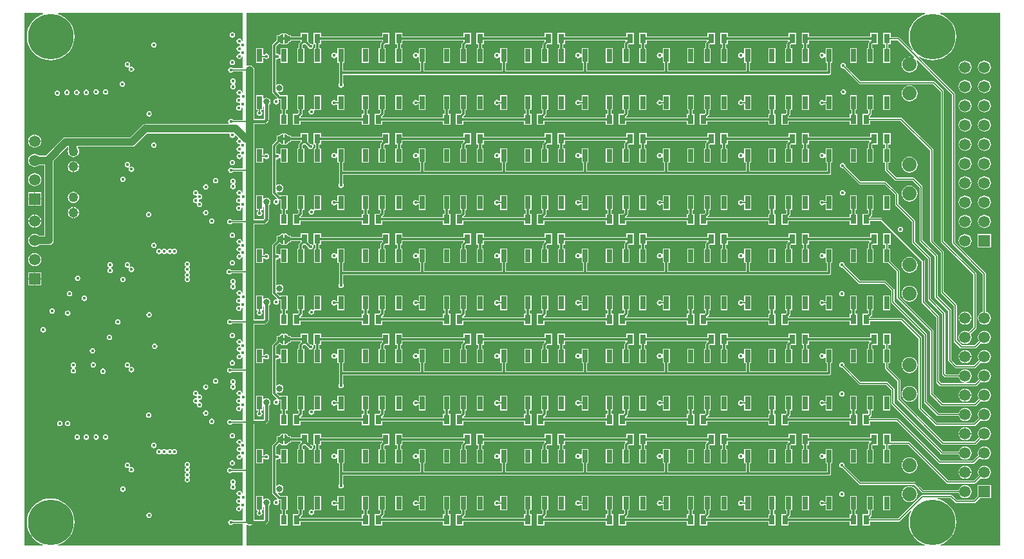
<source format=gbl>
G04*
G04 #@! TF.GenerationSoftware,Altium Limited,Altium Designer,20.0.9 (164)*
G04*
G04 Layer_Physical_Order=4*
G04 Layer_Color=16711680*
%FSLAX25Y25*%
%MOIN*%
G70*
G01*
G75*
%ADD10C,0.00787*%
%ADD18R,0.03150X0.05118*%
%ADD19R,0.02500X0.02500*%
%ADD20R,0.02756X0.06693*%
%ADD60C,0.01181*%
%ADD61C,0.01575*%
%ADD63C,0.05000*%
%ADD64R,0.05906X0.05906*%
%ADD65C,0.05906*%
%ADD66C,0.07400*%
%ADD67C,0.01772*%
%ADD68C,0.02598*%
%ADD69C,0.23622*%
%ADD70C,0.03150*%
%ADD71C,0.01968*%
%ADD72C,0.03937*%
G36*
X503922Y257087D02*
X503922Y12614D01*
X472947D01*
X472847Y13114D01*
X474504Y13800D01*
X476156Y14812D01*
X477630Y16071D01*
X478888Y17545D01*
X479901Y19197D01*
X480642Y20987D01*
X481095Y22871D01*
X481247Y24803D01*
X481095Y26735D01*
X480642Y28619D01*
X479901Y30410D01*
X478888Y32062D01*
X477630Y33535D01*
X476156Y34794D01*
X474504Y35806D01*
X472714Y36548D01*
X471654Y36802D01*
X471713Y37302D01*
X478482D01*
X480812Y34973D01*
X481074Y34798D01*
X481384Y34736D01*
X481384Y34736D01*
X490663D01*
X490664Y34736D01*
X490973Y34798D01*
X491236Y34973D01*
X493618Y37356D01*
X499180D01*
Y44061D01*
X492474D01*
Y38500D01*
X490328Y36355D01*
X481719D01*
X479390Y38684D01*
X479127Y38859D01*
X478818Y38921D01*
X478818Y38921D01*
X463702D01*
X463392Y38859D01*
X463130Y38684D01*
X463130Y38684D01*
X451240Y26794D01*
X436620D01*
Y27506D01*
X437186Y28072D01*
X437186Y28072D01*
X437362Y28335D01*
X437423Y28645D01*
X437423Y28645D01*
Y30899D01*
X438392D01*
Y38392D01*
X434836D01*
Y30899D01*
X435805D01*
Y28980D01*
X435768Y28943D01*
X432671D01*
Y23025D01*
X436620D01*
Y25175D01*
X451575D01*
X451575Y25175D01*
X451885Y25237D01*
X452147Y25412D01*
X457567Y30832D01*
X457962Y30520D01*
X457895Y30410D01*
X457153Y28619D01*
X456701Y26735D01*
X456549Y24803D01*
X456701Y22871D01*
X457153Y20987D01*
X457895Y19197D01*
X458907Y17545D01*
X460166Y16071D01*
X461639Y14812D01*
X463291Y13800D01*
X464948Y13114D01*
X464849Y12614D01*
X113779D01*
Y23264D01*
X114220Y23500D01*
X114430Y23359D01*
X115354Y23176D01*
X116279Y23359D01*
X116627Y23593D01*
X123093D01*
X123093Y23593D01*
X123556Y23685D01*
X123949Y23947D01*
X124872Y24870D01*
X124872Y24870D01*
X125134Y25262D01*
X125226Y25726D01*
Y33353D01*
X125512Y33544D01*
X125970Y34230D01*
X126131Y35039D01*
X125970Y35849D01*
X125512Y36535D01*
X124825Y36994D01*
X124016Y37155D01*
X123206Y36994D01*
X122750Y36689D01*
X122250Y36957D01*
Y38392D01*
X118694D01*
Y30899D01*
X119167D01*
X119227Y30826D01*
X119388Y30399D01*
X119167Y30068D01*
X119060Y29528D01*
X119167Y28987D01*
X119473Y28528D01*
X119932Y28222D01*
X120472Y28115D01*
X121013Y28222D01*
X121472Y28528D01*
X121778Y28987D01*
X121885Y29528D01*
X121778Y30068D01*
X121557Y30399D01*
X121718Y30826D01*
X121778Y30899D01*
X122250D01*
Y32601D01*
X122750Y32885D01*
X122805Y32852D01*
Y26227D01*
X122592Y26014D01*
X117769D01*
Y51575D01*
Y53150D01*
Y75561D01*
X123093D01*
X123093Y75561D01*
X123556Y75653D01*
X123949Y75916D01*
X124872Y76838D01*
X124872Y76838D01*
X125134Y77231D01*
X125226Y77694D01*
Y85321D01*
X125512Y85512D01*
X125970Y86198D01*
X126131Y87008D01*
X125970Y87817D01*
X125512Y88504D01*
X124825Y88962D01*
X124016Y89123D01*
X123206Y88962D01*
X122750Y88658D01*
X122250Y88925D01*
Y90361D01*
X118694D01*
Y82868D01*
X119663D01*
Y82228D01*
X119473Y82102D01*
X119167Y81643D01*
X119060Y81102D01*
X119167Y80562D01*
X119473Y80103D01*
X119932Y79797D01*
X120472Y79689D01*
X121013Y79797D01*
X121472Y80103D01*
X121778Y80562D01*
X121885Y81102D01*
X121778Y81643D01*
X121472Y82102D01*
X121282Y82228D01*
Y82868D01*
X122250D01*
Y84570D01*
X122750Y84853D01*
X122805Y84820D01*
Y78196D01*
X122592Y77982D01*
X117769D01*
Y103543D01*
Y127530D01*
X123093D01*
X123093Y127530D01*
X123556Y127622D01*
X123949Y127884D01*
X124872Y128807D01*
X124872Y128807D01*
X125134Y129199D01*
X125226Y129663D01*
Y137290D01*
X125512Y137480D01*
X125970Y138167D01*
X126131Y138976D01*
X125970Y139786D01*
X125512Y140472D01*
X124825Y140931D01*
X124016Y141092D01*
X123206Y140931D01*
X122750Y140626D01*
X122250Y140893D01*
Y142329D01*
X118694D01*
Y134836D01*
X119167D01*
X119227Y134763D01*
X119388Y134336D01*
X119167Y134005D01*
X119060Y133465D01*
X119167Y132924D01*
X119473Y132466D01*
X119932Y132159D01*
X120472Y132052D01*
X121013Y132159D01*
X121472Y132466D01*
X121778Y132924D01*
X121885Y133465D01*
X121778Y134005D01*
X121557Y134336D01*
X121718Y134763D01*
X121778Y134836D01*
X122250D01*
Y136538D01*
X122750Y136822D01*
X122805Y136789D01*
Y130164D01*
X122592Y129951D01*
X117769D01*
Y154724D01*
Y179498D01*
X122835D01*
X122835Y179498D01*
X123298Y179590D01*
X123691Y179853D01*
X124872Y181034D01*
X124872Y181034D01*
X125134Y181427D01*
X125226Y181890D01*
Y189259D01*
X125512Y189449D01*
X125970Y190135D01*
X126131Y190945D01*
X125970Y191754D01*
X125512Y192441D01*
X124825Y192899D01*
X124016Y193060D01*
X123206Y192899D01*
X122750Y192595D01*
X122250Y192862D01*
Y194298D01*
X118694D01*
Y186805D01*
X119663D01*
Y186165D01*
X119473Y186038D01*
X119167Y185580D01*
X119060Y185039D01*
X119167Y184499D01*
X119473Y184040D01*
X119932Y183734D01*
X120472Y183626D01*
X121013Y183734D01*
X121472Y184040D01*
X121778Y184499D01*
X121885Y185039D01*
X121778Y185580D01*
X121472Y186038D01*
X121282Y186165D01*
Y186805D01*
X122250D01*
Y188507D01*
X122750Y188790D01*
X122805Y188757D01*
Y182391D01*
X122333Y181919D01*
X117769D01*
Y207677D01*
Y223622D01*
Y231467D01*
X123093D01*
X123093Y231467D01*
X123556Y231559D01*
X123949Y231821D01*
X124872Y232744D01*
X124872Y232744D01*
X125134Y233136D01*
X125226Y233600D01*
Y241227D01*
X125512Y241418D01*
X125970Y242104D01*
X126131Y242913D01*
X125970Y243723D01*
X125512Y244409D01*
X124825Y244868D01*
X124016Y245029D01*
X123206Y244868D01*
X122750Y244563D01*
X122250Y244830D01*
Y246266D01*
X118694D01*
Y238773D01*
X119663D01*
Y238134D01*
X119473Y238007D01*
X119167Y237549D01*
X119060Y237008D01*
X119167Y236467D01*
X119473Y236009D01*
X119932Y235702D01*
X120472Y235595D01*
X121013Y235702D01*
X121472Y236009D01*
X121778Y236467D01*
X121885Y237008D01*
X121778Y237549D01*
X121472Y238007D01*
X121282Y238134D01*
Y238773D01*
X122250D01*
Y240475D01*
X122750Y240759D01*
X122805Y240726D01*
Y234101D01*
X122592Y233888D01*
X117769D01*
Y259449D01*
X117585Y260373D01*
X117062Y261156D01*
X116279Y261680D01*
X115354Y261864D01*
X114430Y261680D01*
X114220Y261540D01*
X113779Y261775D01*
Y288961D01*
X464849D01*
X464948Y288461D01*
X463291Y287775D01*
X461639Y286762D01*
X460166Y285504D01*
X458907Y284030D01*
X457895Y282378D01*
X457153Y280588D01*
X456701Y278703D01*
X456549Y276772D01*
X456701Y274840D01*
X457153Y272956D01*
X457895Y271165D01*
X458586Y270038D01*
X458190Y269726D01*
X451753Y276163D01*
X451491Y276338D01*
X451181Y276400D01*
X451181Y276400D01*
X447250D01*
Y278550D01*
X443301D01*
Y272632D01*
X444466D01*
Y270676D01*
X443498D01*
Y263183D01*
X447053D01*
Y270676D01*
X446085D01*
Y272632D01*
X447250D01*
Y274781D01*
X450846D01*
X459439Y266188D01*
X459154Y265786D01*
X458157Y266199D01*
X457087Y266340D01*
X456016Y266199D01*
X455019Y265786D01*
X454163Y265129D01*
X453505Y264272D01*
X453092Y263275D01*
X452951Y262205D01*
X453092Y261134D01*
X453505Y260137D01*
X454163Y259281D01*
X455019Y258623D01*
X456016Y258210D01*
X457087Y258069D01*
X458157Y258210D01*
X459154Y258623D01*
X460011Y259281D01*
X460668Y260137D01*
X461081Y261134D01*
X461222Y262205D01*
X461081Y263275D01*
X460668Y264272D01*
X461070Y264557D01*
X479112Y246515D01*
Y169685D01*
X479112Y169685D01*
X479174Y169375D01*
X479349Y169113D01*
X495017Y153444D01*
Y133984D01*
X494951Y133975D01*
X494136Y133637D01*
X493436Y133100D01*
X492898Y132399D01*
X492560Y131584D01*
X492445Y130709D01*
X492560Y129833D01*
X492898Y129018D01*
X493436Y128317D01*
X494136Y127780D01*
X494951Y127442D01*
X495827Y127327D01*
X496702Y127442D01*
X497518Y127780D01*
X498218Y128317D01*
X498755Y129018D01*
X499093Y129833D01*
X499208Y130709D01*
X499093Y131584D01*
X498755Y132399D01*
X498218Y133100D01*
X497518Y133637D01*
X496702Y133975D01*
X496636Y133984D01*
Y153779D01*
X496636Y153779D01*
X496574Y154089D01*
X496399Y154352D01*
X496399Y154352D01*
X480730Y170020D01*
Y246850D01*
X480730Y246850D01*
X480669Y247160D01*
X480493Y247423D01*
X461852Y266064D01*
X462164Y266459D01*
X463291Y265769D01*
X465082Y265027D01*
X466966Y264575D01*
X468898Y264423D01*
X470829Y264575D01*
X472714Y265027D01*
X474504Y265769D01*
X476156Y266781D01*
X477630Y268039D01*
X478888Y269513D01*
X479901Y271165D01*
X480642Y272956D01*
X481095Y274840D01*
X481247Y276772D01*
X481095Y278703D01*
X480642Y280588D01*
X479901Y282378D01*
X478888Y284030D01*
X477630Y285504D01*
X476156Y286762D01*
X474504Y287775D01*
X472847Y288461D01*
X472947Y288961D01*
X503922D01*
Y257087D01*
D02*
G37*
G36*
X111811Y274366D02*
X111741Y274337D01*
X111675Y274347D01*
X111206Y274657D01*
X111148Y274950D01*
X110842Y275409D01*
X110383Y275715D01*
X109843Y275822D01*
X109302Y275715D01*
X108843Y275409D01*
X108537Y274950D01*
X108430Y274410D01*
X108537Y273869D01*
X108843Y273410D01*
X109302Y273104D01*
X109843Y272996D01*
X109925Y273013D01*
X110307Y272675D01*
X110307Y272207D01*
X109925Y271869D01*
X109843Y271885D01*
X109302Y271778D01*
X108843Y271472D01*
X108537Y271013D01*
X108430Y270472D01*
X108537Y269932D01*
X108843Y269473D01*
X109302Y269167D01*
X109843Y269059D01*
X109925Y269076D01*
X110307Y268738D01*
X110307Y268270D01*
X109925Y267932D01*
X109843Y267948D01*
X109302Y267841D01*
X108843Y267534D01*
X108537Y267076D01*
X108430Y266535D01*
X108537Y265995D01*
X108843Y265536D01*
X109302Y265230D01*
X109843Y265123D01*
X110383Y265230D01*
X110842Y265536D01*
X111148Y265995D01*
X111206Y266288D01*
X111675Y266598D01*
X111741Y266608D01*
X111811Y266579D01*
Y260258D01*
X106638D01*
X106511Y260448D01*
X106052Y260754D01*
X105512Y260862D01*
X104971Y260754D01*
X104513Y260448D01*
X104206Y259990D01*
X104099Y259449D01*
X104206Y258908D01*
X104513Y258450D01*
X104971Y258143D01*
X105512Y258036D01*
X106052Y258143D01*
X106511Y258450D01*
X106638Y258640D01*
X111811D01*
Y247682D01*
X111767Y247664D01*
X111746Y247665D01*
X111232Y247984D01*
X111183Y248231D01*
X110877Y248689D01*
X110419Y248995D01*
X109878Y249103D01*
X109337Y248995D01*
X108879Y248689D01*
X108572Y248231D01*
X108465Y247690D01*
X108572Y247149D01*
X108879Y246691D01*
X109337Y246385D01*
X109878Y246277D01*
X110041Y246309D01*
X110466Y245884D01*
X110433Y245722D01*
X110498Y245397D01*
X110104Y245003D01*
X109780Y245068D01*
X109239Y244960D01*
X108780Y244654D01*
X108474Y244195D01*
X108367Y243655D01*
X108474Y243114D01*
X108780Y242656D01*
X109239Y242349D01*
X109780Y242242D01*
X109862Y242258D01*
X110244Y241920D01*
Y241452D01*
X109862Y241114D01*
X109780Y241131D01*
X109239Y241023D01*
X108780Y240717D01*
X108474Y240258D01*
X108367Y239718D01*
X108474Y239177D01*
X108780Y238719D01*
X109239Y238412D01*
X109780Y238305D01*
X110320Y238412D01*
X110779Y238719D01*
X111085Y239177D01*
X111160Y239553D01*
X111546Y239840D01*
X111669Y239883D01*
X111811Y239824D01*
Y233486D01*
X106638D01*
X106511Y233676D01*
X106052Y233983D01*
X105512Y234090D01*
X104971Y233983D01*
X104513Y233676D01*
X104206Y233218D01*
X104099Y232677D01*
X104206Y232137D01*
X104391Y231860D01*
X104157Y231360D01*
X61228D01*
X60304Y231176D01*
X59521Y230652D01*
X53330Y224462D01*
X20079D01*
X19155Y224278D01*
X18371Y223755D01*
X9551Y214935D01*
X6297D01*
X5628Y215448D01*
X4812Y215786D01*
X3937Y215901D01*
X3062Y215786D01*
X2246Y215448D01*
X1546Y214911D01*
X1008Y214211D01*
X671Y213395D01*
X555Y212520D01*
X671Y211644D01*
X1008Y210829D01*
X1546Y210128D01*
X2246Y209591D01*
X3062Y209253D01*
X3937Y209138D01*
X4812Y209253D01*
X5628Y209591D01*
X6297Y210105D01*
X9002D01*
Y173439D01*
X6297D01*
X5628Y173952D01*
X4812Y174290D01*
X3937Y174405D01*
X3062Y174290D01*
X2246Y173952D01*
X1546Y173415D01*
X1008Y172714D01*
X671Y171899D01*
X555Y171024D01*
X671Y170148D01*
X1008Y169333D01*
X1546Y168632D01*
X2246Y168095D01*
X3062Y167757D01*
X3937Y167642D01*
X4812Y167757D01*
X5628Y168095D01*
X6297Y168609D01*
X11417D01*
X12342Y168792D01*
X13125Y169316D01*
X13648Y170099D01*
X13832Y171024D01*
Y212386D01*
X20898Y219451D01*
X21397Y219244D01*
Y218383D01*
X21190Y217883D01*
X21091Y217126D01*
X21190Y216369D01*
X21483Y215664D01*
X21948Y215058D01*
X22553Y214593D01*
X23259Y214301D01*
X24016Y214201D01*
X24773Y214301D01*
X25478Y214593D01*
X26084Y215058D01*
X26549Y215664D01*
X26841Y216369D01*
X26941Y217126D01*
X26841Y217883D01*
X26549Y218588D01*
X26227Y219008D01*
Y219632D01*
X54331D01*
X55255Y219816D01*
X56038Y220340D01*
X62229Y226530D01*
X104705D01*
X104974Y226030D01*
X104886Y225591D01*
X104994Y225050D01*
X105300Y224591D01*
X105759Y224285D01*
X106299Y224178D01*
X106840Y224285D01*
X107298Y224591D01*
X107605Y225050D01*
X107646Y225259D01*
X108189Y225423D01*
X109379Y224233D01*
X109216Y223689D01*
X108843Y223440D01*
X108537Y222982D01*
X108430Y222441D01*
X108537Y221900D01*
X108843Y221442D01*
X109302Y221136D01*
X109843Y221028D01*
X109925Y221044D01*
X110307Y220706D01*
X110307Y220238D01*
X109925Y219900D01*
X109843Y219917D01*
X109302Y219809D01*
X108843Y219503D01*
X108537Y219045D01*
X108430Y218504D01*
X108537Y217963D01*
X108843Y217505D01*
X109302Y217198D01*
X109843Y217091D01*
X109925Y217108D01*
X110307Y216769D01*
X110307Y216301D01*
X109925Y215963D01*
X109843Y215980D01*
X109302Y215872D01*
X108843Y215566D01*
X108537Y215108D01*
X108430Y214567D01*
X108537Y214026D01*
X108843Y213568D01*
X109302Y213262D01*
X109843Y213154D01*
X110383Y213262D01*
X110842Y213568D01*
X111148Y214026D01*
X111206Y214320D01*
X111675Y214630D01*
X111741Y214639D01*
X111811Y214610D01*
Y208290D01*
X106638D01*
X106511Y208479D01*
X106052Y208786D01*
X105512Y208893D01*
X104971Y208786D01*
X104513Y208479D01*
X104206Y208021D01*
X104099Y207480D01*
X104206Y206940D01*
X104513Y206481D01*
X104971Y206175D01*
X105512Y206067D01*
X106052Y206175D01*
X106511Y206481D01*
X106638Y206671D01*
X111811D01*
Y195714D01*
X111767Y195695D01*
X111746Y195696D01*
X111232Y196015D01*
X111183Y196262D01*
X110877Y196721D01*
X110419Y197027D01*
X109878Y197135D01*
X109337Y197027D01*
X108879Y196721D01*
X108572Y196262D01*
X108465Y195722D01*
X108572Y195181D01*
X108879Y194722D01*
X109337Y194416D01*
X109878Y194309D01*
X110041Y194341D01*
X110466Y193916D01*
X110433Y193753D01*
X110498Y193428D01*
X110104Y193035D01*
X109780Y193099D01*
X109239Y192992D01*
X108780Y192685D01*
X108474Y192227D01*
X108367Y191686D01*
X108474Y191146D01*
X108780Y190687D01*
X109239Y190381D01*
X109780Y190273D01*
X109862Y190290D01*
X110244Y189952D01*
Y189484D01*
X109862Y189146D01*
X109780Y189162D01*
X109239Y189055D01*
X108780Y188748D01*
X108474Y188290D01*
X108367Y187749D01*
X108474Y187208D01*
X108780Y186750D01*
X109239Y186444D01*
X109780Y186336D01*
X110320Y186444D01*
X110779Y186750D01*
X111085Y187208D01*
X111160Y187584D01*
X111546Y187872D01*
X111669Y187914D01*
X111811Y187856D01*
Y181518D01*
X106244D01*
X106117Y181708D01*
X105659Y182014D01*
X105118Y182122D01*
X104577Y182014D01*
X104119Y181708D01*
X103813Y181249D01*
X103705Y180709D01*
X103813Y180168D01*
X104119Y179709D01*
X104577Y179403D01*
X105118Y179296D01*
X105659Y179403D01*
X106117Y179709D01*
X106244Y179899D01*
X111811D01*
Y170429D01*
X111741Y170400D01*
X111675Y170410D01*
X111206Y170720D01*
X111148Y171013D01*
X110842Y171472D01*
X110383Y171778D01*
X109843Y171885D01*
X109302Y171778D01*
X108843Y171472D01*
X108537Y171013D01*
X108430Y170473D01*
X108537Y169932D01*
X108843Y169473D01*
X109302Y169167D01*
X109843Y169060D01*
X110005Y169092D01*
X110430Y168667D01*
X110398Y168504D01*
X110430Y168341D01*
X110005Y167916D01*
X109843Y167948D01*
X109302Y167841D01*
X108843Y167535D01*
X108537Y167076D01*
X108430Y166535D01*
X108537Y165995D01*
X108843Y165536D01*
X109302Y165230D01*
X109843Y165122D01*
X110005Y165155D01*
X110430Y164730D01*
X110398Y164567D01*
X110430Y164404D01*
X110005Y163979D01*
X109843Y164011D01*
X109302Y163904D01*
X108843Y163598D01*
X108537Y163139D01*
X108430Y162598D01*
X108537Y162058D01*
X108843Y161599D01*
X109302Y161293D01*
X109843Y161186D01*
X110383Y161293D01*
X110842Y161599D01*
X111148Y162058D01*
X111206Y162351D01*
X111675Y162661D01*
X111741Y162671D01*
X111811Y162642D01*
Y155534D01*
X105850D01*
X105724Y155724D01*
X105265Y156030D01*
X104724Y156137D01*
X104184Y156030D01*
X103725Y155724D01*
X103419Y155265D01*
X103311Y154724D01*
X103419Y154184D01*
X103725Y153725D01*
X104184Y153419D01*
X104724Y153311D01*
X105265Y153419D01*
X105724Y153725D01*
X105850Y153915D01*
X111811D01*
Y143745D01*
X111767Y143727D01*
X111746Y143728D01*
X111232Y144047D01*
X111183Y144294D01*
X110877Y144752D01*
X110419Y145059D01*
X109878Y145166D01*
X109337Y145059D01*
X108879Y144752D01*
X108572Y144294D01*
X108465Y143753D01*
X108572Y143212D01*
X108879Y142754D01*
X109337Y142448D01*
X109878Y142340D01*
X110041Y142373D01*
X110466Y141947D01*
X110433Y141785D01*
X110498Y141460D01*
X110104Y141066D01*
X109780Y141131D01*
X109239Y141023D01*
X108780Y140717D01*
X108474Y140258D01*
X108367Y139718D01*
X108474Y139177D01*
X108780Y138719D01*
X109239Y138412D01*
X109780Y138305D01*
X109862Y138321D01*
X110244Y137983D01*
Y137515D01*
X109862Y137177D01*
X109780Y137194D01*
X109239Y137086D01*
X108780Y136780D01*
X108474Y136321D01*
X108367Y135781D01*
X108474Y135240D01*
X108780Y134782D01*
X109239Y134475D01*
X109780Y134368D01*
X110320Y134475D01*
X110779Y134782D01*
X111085Y135240D01*
X111160Y135616D01*
X111546Y135903D01*
X111669Y135946D01*
X111811Y135887D01*
Y129549D01*
X106244D01*
X106117Y129739D01*
X105659Y130046D01*
X105118Y130153D01*
X104577Y130046D01*
X104119Y129739D01*
X103813Y129281D01*
X103705Y128740D01*
X103813Y128199D01*
X104119Y127741D01*
X104577Y127435D01*
X105118Y127327D01*
X105659Y127435D01*
X106117Y127741D01*
X106244Y127931D01*
X111811D01*
Y118461D01*
X111741Y118431D01*
X111675Y118441D01*
X111206Y118751D01*
X111148Y119045D01*
X110842Y119503D01*
X110383Y119809D01*
X109843Y119917D01*
X109302Y119809D01*
X108843Y119503D01*
X108537Y119045D01*
X108430Y118504D01*
X108537Y117963D01*
X108843Y117505D01*
X109302Y117199D01*
X109843Y117091D01*
X110005Y117123D01*
X110430Y116698D01*
X110398Y116535D01*
X110430Y116373D01*
X110005Y115948D01*
X109843Y115980D01*
X109302Y115872D01*
X108843Y115566D01*
X108537Y115108D01*
X108430Y114567D01*
X108537Y114026D01*
X108843Y113568D01*
X109302Y113261D01*
X109843Y113154D01*
X110005Y113186D01*
X110430Y112761D01*
X110398Y112598D01*
X110430Y112436D01*
X110005Y112011D01*
X109843Y112043D01*
X109302Y111935D01*
X108843Y111629D01*
X108537Y111171D01*
X108430Y110630D01*
X108537Y110089D01*
X108843Y109631D01*
X109302Y109325D01*
X109843Y109217D01*
X110383Y109325D01*
X110842Y109631D01*
X111148Y110089D01*
X111206Y110383D01*
X111675Y110693D01*
X111741Y110702D01*
X111811Y110673D01*
Y104353D01*
X106244D01*
X106117Y104542D01*
X105659Y104849D01*
X105118Y104956D01*
X104577Y104849D01*
X104119Y104542D01*
X103813Y104084D01*
X103705Y103543D01*
X103813Y103003D01*
X104119Y102544D01*
X104577Y102238D01*
X105118Y102130D01*
X105659Y102238D01*
X106117Y102544D01*
X106244Y102734D01*
X111811D01*
Y91777D01*
X111767Y91758D01*
X111746Y91760D01*
X111232Y92078D01*
X111183Y92325D01*
X110877Y92784D01*
X110419Y93090D01*
X109878Y93198D01*
X109337Y93090D01*
X108879Y92784D01*
X108572Y92325D01*
X108465Y91785D01*
X108572Y91244D01*
X108879Y90785D01*
X109337Y90479D01*
X109878Y90372D01*
X110041Y90404D01*
X110466Y89979D01*
X110433Y89816D01*
X110498Y89491D01*
X110104Y89097D01*
X109780Y89162D01*
X109239Y89055D01*
X108780Y88748D01*
X108474Y88290D01*
X108367Y87749D01*
X108474Y87208D01*
X108780Y86750D01*
X109239Y86444D01*
X109780Y86336D01*
X109942Y86369D01*
X110367Y85943D01*
X110335Y85781D01*
X110367Y85618D01*
X109942Y85193D01*
X109780Y85225D01*
X109239Y85118D01*
X108780Y84811D01*
X108474Y84353D01*
X108367Y83812D01*
X108474Y83271D01*
X108780Y82813D01*
X109239Y82507D01*
X109780Y82399D01*
X110320Y82507D01*
X110779Y82813D01*
X111085Y83271D01*
X111160Y83647D01*
X111546Y83935D01*
X111669Y83977D01*
X111811Y83919D01*
Y77581D01*
X106244D01*
X106117Y77771D01*
X105659Y78077D01*
X105118Y78185D01*
X104577Y78077D01*
X104119Y77771D01*
X103813Y77312D01*
X103705Y76772D01*
X103813Y76231D01*
X104119Y75773D01*
X104577Y75466D01*
X105118Y75359D01*
X105659Y75466D01*
X106117Y75773D01*
X106244Y75962D01*
X111811D01*
Y66492D01*
X111741Y66463D01*
X111675Y66473D01*
X111206Y66783D01*
X111148Y67076D01*
X110842Y67535D01*
X110383Y67841D01*
X109843Y67948D01*
X109302Y67841D01*
X108843Y67535D01*
X108537Y67076D01*
X108430Y66535D01*
X108537Y65995D01*
X108843Y65536D01*
X109302Y65230D01*
X109843Y65122D01*
X110005Y65155D01*
X110430Y64730D01*
X110398Y64567D01*
X110430Y64404D01*
X110005Y63979D01*
X109843Y64011D01*
X109302Y63904D01*
X108843Y63598D01*
X108537Y63139D01*
X108430Y62598D01*
X108537Y62058D01*
X108843Y61599D01*
X109302Y61293D01*
X109843Y61185D01*
X110005Y61218D01*
X110430Y60793D01*
X110398Y60630D01*
X110430Y60467D01*
X110005Y60042D01*
X109843Y60074D01*
X109302Y59967D01*
X108843Y59661D01*
X108537Y59202D01*
X108430Y58661D01*
X108537Y58121D01*
X108843Y57662D01*
X109302Y57356D01*
X109843Y57249D01*
X110383Y57356D01*
X110842Y57662D01*
X111148Y58121D01*
X111206Y58414D01*
X111675Y58724D01*
X111741Y58734D01*
X111811Y58705D01*
Y52384D01*
X106244D01*
X106117Y52574D01*
X105659Y52880D01*
X105118Y52988D01*
X104577Y52880D01*
X104119Y52574D01*
X103813Y52115D01*
X103705Y51575D01*
X103813Y51034D01*
X104119Y50576D01*
X104577Y50269D01*
X105118Y50162D01*
X105659Y50269D01*
X106117Y50576D01*
X106244Y50766D01*
X111811D01*
Y39808D01*
X111767Y39790D01*
X111746Y39791D01*
X111232Y40110D01*
X111183Y40357D01*
X110877Y40815D01*
X110419Y41122D01*
X109878Y41229D01*
X109337Y41122D01*
X108879Y40815D01*
X108572Y40357D01*
X108465Y39816D01*
X108572Y39275D01*
X108879Y38817D01*
X109337Y38511D01*
X109878Y38403D01*
X110041Y38436D01*
X110466Y38010D01*
X110433Y37848D01*
X110498Y37523D01*
X110104Y37129D01*
X109780Y37194D01*
X109239Y37086D01*
X108780Y36780D01*
X108474Y36321D01*
X108367Y35781D01*
X108474Y35240D01*
X108780Y34782D01*
X109239Y34475D01*
X109780Y34368D01*
X109942Y34400D01*
X110367Y33975D01*
X110335Y33812D01*
X110367Y33650D01*
X109942Y33224D01*
X109780Y33257D01*
X109239Y33149D01*
X108780Y32843D01*
X108474Y32384D01*
X108367Y31844D01*
X108474Y31303D01*
X108780Y30845D01*
X109239Y30538D01*
X109780Y30431D01*
X110320Y30538D01*
X110779Y30845D01*
X111085Y31303D01*
X111160Y31679D01*
X111546Y31966D01*
X111669Y32009D01*
X111811Y31950D01*
Y25612D01*
X106638D01*
X106511Y25802D01*
X106052Y26109D01*
X105512Y26216D01*
X104971Y26109D01*
X104513Y25802D01*
X104206Y25344D01*
X104099Y24803D01*
X104206Y24262D01*
X104513Y23804D01*
X104971Y23498D01*
X105512Y23390D01*
X106052Y23498D01*
X106511Y23804D01*
X106638Y23994D01*
X111811D01*
Y12614D01*
X16254D01*
X16154Y13114D01*
X17811Y13800D01*
X19463Y14812D01*
X20937Y16071D01*
X22195Y17545D01*
X23208Y19197D01*
X23949Y20987D01*
X24402Y22871D01*
X24554Y24803D01*
X24402Y26735D01*
X23949Y28619D01*
X23208Y30410D01*
X22195Y32062D01*
X20937Y33535D01*
X19463Y34794D01*
X17811Y35806D01*
X16021Y36548D01*
X14137Y37000D01*
X12205Y37152D01*
X10273Y37000D01*
X8389Y36548D01*
X6598Y35806D01*
X4946Y34794D01*
X3473Y33535D01*
X2214Y32062D01*
X1202Y30410D01*
X460Y28619D01*
X8Y26735D01*
X-144Y24803D01*
X8Y22871D01*
X460Y20987D01*
X1202Y19197D01*
X2214Y17545D01*
X3473Y16071D01*
X4946Y14812D01*
X6598Y13800D01*
X8255Y13114D01*
X8156Y12614D01*
X-1363D01*
X-1363Y288961D01*
X8156D01*
X8255Y288461D01*
X6598Y287775D01*
X4946Y286762D01*
X3473Y285504D01*
X2214Y284030D01*
X1202Y282378D01*
X460Y280588D01*
X8Y278703D01*
X-144Y276772D01*
X8Y274840D01*
X460Y272956D01*
X1202Y271165D01*
X2214Y269513D01*
X3473Y268039D01*
X4946Y266781D01*
X6598Y265769D01*
X8389Y265027D01*
X10273Y264575D01*
X12205Y264423D01*
X14137Y264575D01*
X16021Y265027D01*
X17811Y265769D01*
X19463Y266781D01*
X20937Y268039D01*
X22195Y269513D01*
X23208Y271165D01*
X23949Y272956D01*
X24402Y274840D01*
X24554Y276772D01*
X24402Y278703D01*
X23949Y280588D01*
X23208Y282378D01*
X22195Y284030D01*
X20937Y285504D01*
X19463Y286762D01*
X17811Y287775D01*
X16154Y288461D01*
X16254Y288961D01*
X111811D01*
Y274366D01*
D02*
G37*
%LPC*%
G36*
X440557Y278550D02*
X436608D01*
Y276601D01*
X405124D01*
Y278550D01*
X401175D01*
Y272632D01*
X402140D01*
Y270676D01*
X401372D01*
Y263183D01*
X404928D01*
Y270676D01*
X404160D01*
Y272632D01*
X405124D01*
Y274581D01*
X436129D01*
X436336Y274081D01*
X435900Y273644D01*
X435681Y273317D01*
X435604Y272930D01*
Y270676D01*
X434836D01*
Y263183D01*
X438392D01*
Y270676D01*
X437624D01*
Y272512D01*
X437744Y272632D01*
X440557D01*
Y278550D01*
D02*
G37*
G36*
X398431D02*
X394482D01*
Y276601D01*
X362998D01*
Y278550D01*
X359049D01*
Y272632D01*
X360014D01*
Y270676D01*
X359246D01*
Y263183D01*
X362802D01*
Y270676D01*
X362034D01*
Y272632D01*
X362998D01*
Y274581D01*
X394003D01*
X394210Y274081D01*
X393774Y273644D01*
X393555Y273317D01*
X393478Y272930D01*
Y270676D01*
X392710D01*
Y263183D01*
X396266D01*
Y270676D01*
X395498D01*
Y272512D01*
X395618Y272632D01*
X398431D01*
Y278550D01*
D02*
G37*
G36*
X356306D02*
X352356D01*
Y276601D01*
X320872D01*
Y278550D01*
X316923D01*
Y272632D01*
X317888D01*
Y270676D01*
X317120D01*
Y263183D01*
X320676D01*
Y270676D01*
X319908D01*
Y272632D01*
X320872D01*
Y274581D01*
X351877D01*
X352084Y274081D01*
X351648Y273644D01*
X351429Y273317D01*
X351352Y272930D01*
Y270676D01*
X350584D01*
Y263183D01*
X354140D01*
Y270676D01*
X353372D01*
Y272512D01*
X353492Y272632D01*
X356306D01*
Y278550D01*
D02*
G37*
G36*
X314179D02*
X310230D01*
Y276601D01*
X278746D01*
Y278550D01*
X274797D01*
Y272632D01*
X275762D01*
Y270676D01*
X274994D01*
Y263183D01*
X278550D01*
Y270676D01*
X277782D01*
Y272632D01*
X278746D01*
Y274581D01*
X309751D01*
X309958Y274081D01*
X309522Y273644D01*
X309303Y273317D01*
X309226Y272930D01*
Y270676D01*
X308458D01*
Y263183D01*
X312014D01*
Y270676D01*
X311246D01*
Y272512D01*
X311366Y272632D01*
X314179D01*
Y278550D01*
D02*
G37*
G36*
X272054D02*
X268104D01*
Y276601D01*
X236620D01*
Y278550D01*
X232671D01*
Y272632D01*
X233636D01*
Y270676D01*
X232868D01*
Y263183D01*
X236424D01*
Y270676D01*
X235656D01*
Y272632D01*
X236620D01*
Y274581D01*
X268104D01*
Y274060D01*
X267396Y273352D01*
X267177Y273024D01*
X267100Y272638D01*
Y270676D01*
X266332D01*
Y263183D01*
X269888D01*
Y270676D01*
X269120D01*
Y272219D01*
X269532Y272632D01*
X272054D01*
Y278550D01*
D02*
G37*
G36*
X229928D02*
X225978D01*
Y276601D01*
X194494D01*
Y278550D01*
X190545D01*
Y272632D01*
X191510D01*
Y270676D01*
X190742D01*
Y263183D01*
X194298D01*
Y270676D01*
X193530D01*
Y272632D01*
X194494D01*
Y274581D01*
X225978D01*
Y274060D01*
X225270Y273352D01*
X225051Y273024D01*
X224974Y272638D01*
Y270676D01*
X224206D01*
Y263183D01*
X227762D01*
Y270676D01*
X226994D01*
Y272219D01*
X227406Y272632D01*
X229928D01*
Y278550D01*
D02*
G37*
G36*
X187802D02*
X183852D01*
Y276601D01*
X152368D01*
Y278550D01*
X148419D01*
Y273117D01*
X148419Y273016D01*
X147946Y272635D01*
X147850Y272653D01*
X147838Y272660D01*
X147818Y272674D01*
X147391Y272959D01*
X146850Y273066D01*
X146699Y273036D01*
X145676Y274060D01*
Y278550D01*
X141726D01*
Y276601D01*
X136721D01*
Y277240D01*
X135777D01*
X135747Y277313D01*
X135044Y278016D01*
X134965Y278049D01*
X134904Y278110D01*
X133985Y278490D01*
X133899D01*
X133819Y278523D01*
X133322D01*
X133071Y278419D01*
X132820Y278523D01*
X132323D01*
X132243Y278490D01*
X132157D01*
X131238Y278110D01*
X131177Y278049D01*
X131098Y278016D01*
X130394Y277313D01*
X130364Y277240D01*
X129421D01*
Y275051D01*
X127239Y272869D01*
X127020Y272542D01*
X126943Y272155D01*
Y266535D01*
Y248031D01*
X127020Y247645D01*
X127239Y247317D01*
X129735Y244821D01*
X129719Y244719D01*
X129154Y244322D01*
X129134Y244326D01*
X128593Y244219D01*
X128135Y243913D01*
X127828Y243454D01*
X127721Y242913D01*
X127828Y242373D01*
X128135Y241914D01*
X128593Y241608D01*
X129134Y241500D01*
X129675Y241608D01*
X130133Y241914D01*
X130439Y242373D01*
X130547Y242913D01*
X130439Y243454D01*
X130213Y243793D01*
X130312Y243972D01*
X130534Y244200D01*
X130834Y244140D01*
X131293D01*
Y238773D01*
X132061D01*
Y236817D01*
X131096D01*
Y230899D01*
X135046D01*
Y236817D01*
X134081D01*
Y238773D01*
X134849D01*
Y246266D01*
X131293D01*
X130896Y246516D01*
X129871Y247541D01*
X130117Y248002D01*
X130709Y247884D01*
X131518Y248046D01*
X132204Y248504D01*
X132663Y249190D01*
X132824Y250000D01*
X132663Y250810D01*
X132204Y251496D01*
X131518Y251954D01*
X130709Y252116D01*
X129899Y251954D01*
X129463Y251663D01*
X128963Y251930D01*
Y264725D01*
X129463Y265135D01*
X129528Y265123D01*
X130068Y265230D01*
X130527Y265536D01*
X131193Y265633D01*
X131293Y265551D01*
Y263183D01*
X134849D01*
Y270676D01*
X131293D01*
Y267520D01*
X131193Y267437D01*
X130527Y267535D01*
X130068Y267841D01*
X129528Y267948D01*
X129463Y267935D01*
X128963Y268346D01*
Y271737D01*
X130744Y273518D01*
X131098Y273165D01*
X131177Y273132D01*
X131238Y273071D01*
X132157Y272691D01*
X132243D01*
X132323Y272658D01*
X132820D01*
X133071Y272762D01*
X133322Y272658D01*
X133819D01*
X133899Y272691D01*
X133985D01*
X134904Y273071D01*
X134965Y273132D01*
X135044Y273165D01*
X135747Y273868D01*
X135777Y273940D01*
X136721D01*
Y274581D01*
X141726D01*
Y274060D01*
X141018Y273352D01*
X140799Y273024D01*
X140722Y272638D01*
Y270676D01*
X139954D01*
Y263183D01*
X143510D01*
Y270676D01*
X142742D01*
Y272219D01*
X143154Y272632D01*
X144247D01*
X145490Y271389D01*
X145545Y271113D01*
X145851Y270654D01*
X146310Y270348D01*
X146850Y270241D01*
X147391Y270348D01*
X147850Y270654D01*
X148156Y271113D01*
X148263Y271654D01*
X148156Y272194D01*
X148181Y272260D01*
X148156Y272194D01*
X148177Y272090D01*
X148208Y272321D01*
X148260Y272414D01*
X148436Y272601D01*
X148705Y272632D01*
X148884Y272632D01*
X149384Y272575D01*
Y270676D01*
X148616D01*
Y263183D01*
X152172D01*
Y270676D01*
X151404D01*
Y272632D01*
X152368D01*
Y274581D01*
X183852D01*
Y274060D01*
X183144Y273352D01*
X182925Y273024D01*
X182848Y272638D01*
Y270676D01*
X182080D01*
Y263183D01*
X185636D01*
Y270676D01*
X184868D01*
Y272219D01*
X185280Y272632D01*
X187802D01*
Y278550D01*
D02*
G37*
G36*
X164376Y270676D02*
X160820D01*
Y267913D01*
X160721Y267831D01*
X160054Y267928D01*
X159596Y268234D01*
X159055Y268342D01*
X158514Y268234D01*
X158056Y267928D01*
X157750Y267470D01*
X157642Y266929D01*
X157750Y266388D01*
X158056Y265930D01*
X158514Y265624D01*
X159055Y265516D01*
X159596Y265624D01*
X160054Y265930D01*
X160721Y266027D01*
X160820Y265945D01*
Y263183D01*
X161589D01*
Y252558D01*
X161293Y252116D01*
X161186Y251575D01*
X161293Y251034D01*
X161599Y250576D01*
X162058Y250269D01*
X162598Y250162D01*
X163139Y250269D01*
X163598Y250576D01*
X163904Y251034D01*
X164011Y251575D01*
X163904Y252116D01*
X163608Y252558D01*
Y256864D01*
X415354D01*
X415741Y256941D01*
X416069Y257160D01*
X416287Y257488D01*
X416364Y257874D01*
Y263183D01*
X417132D01*
Y270676D01*
X413576D01*
Y267914D01*
X413476Y267831D01*
X412810Y267928D01*
X412352Y268234D01*
X411811Y268342D01*
X411270Y268234D01*
X410812Y267928D01*
X410506Y267470D01*
X410398Y266929D01*
X410506Y266388D01*
X410812Y265930D01*
X411270Y265624D01*
X411811Y265516D01*
X412352Y265624D01*
X412810Y265930D01*
X413476Y266027D01*
X413576Y265945D01*
Y263183D01*
X414344D01*
Y258884D01*
X374238D01*
Y263183D01*
X375006D01*
Y270676D01*
X371450D01*
Y267913D01*
X371351Y267831D01*
X370684Y267928D01*
X370226Y268234D01*
X369685Y268342D01*
X369144Y268234D01*
X368686Y267928D01*
X368380Y267470D01*
X368272Y266929D01*
X368380Y266388D01*
X368686Y265930D01*
X369144Y265624D01*
X369685Y265516D01*
X370226Y265624D01*
X370684Y265930D01*
X371351Y266027D01*
X371450Y265945D01*
Y263183D01*
X372218D01*
Y258884D01*
X332112D01*
Y263183D01*
X332880D01*
Y270676D01*
X329324D01*
Y267913D01*
X329224Y267831D01*
X328558Y267928D01*
X328100Y268234D01*
X327559Y268342D01*
X327018Y268234D01*
X326560Y267928D01*
X326254Y267470D01*
X326146Y266929D01*
X326254Y266388D01*
X326560Y265930D01*
X327018Y265624D01*
X327559Y265516D01*
X328100Y265624D01*
X328558Y265930D01*
X329224Y266027D01*
X329324Y265945D01*
Y263183D01*
X330092D01*
Y258884D01*
X289986D01*
Y263183D01*
X290754D01*
Y270676D01*
X287198D01*
Y267914D01*
X287099Y267831D01*
X286432Y267928D01*
X285974Y268234D01*
X285433Y268342D01*
X284892Y268234D01*
X284434Y267928D01*
X284128Y267470D01*
X284020Y266929D01*
X284128Y266388D01*
X284434Y265930D01*
X284892Y265624D01*
X285433Y265516D01*
X285974Y265624D01*
X286432Y265930D01*
X287099Y266027D01*
X287198Y265945D01*
Y263183D01*
X287966D01*
Y258884D01*
X247860D01*
Y263183D01*
X248628D01*
Y270676D01*
X245072D01*
Y267914D01*
X244972Y267831D01*
X244306Y267928D01*
X243848Y268234D01*
X243307Y268342D01*
X242766Y268234D01*
X242308Y267928D01*
X242002Y267470D01*
X241894Y266929D01*
X242002Y266388D01*
X242308Y265930D01*
X242766Y265624D01*
X243307Y265516D01*
X243848Y265624D01*
X244306Y265930D01*
X244972Y266027D01*
X245072Y265945D01*
Y263183D01*
X245840D01*
Y258884D01*
X205734D01*
Y263183D01*
X206502D01*
Y270676D01*
X202946D01*
Y267913D01*
X202847Y267831D01*
X202180Y267928D01*
X201722Y268234D01*
X201181Y268342D01*
X200640Y268234D01*
X200182Y267928D01*
X199876Y267470D01*
X199768Y266929D01*
X199876Y266388D01*
X200182Y265930D01*
X200640Y265624D01*
X201181Y265516D01*
X201722Y265624D01*
X202180Y265930D01*
X202847Y266027D01*
X202946Y265945D01*
Y263183D01*
X203714D01*
Y258884D01*
X163608D01*
Y263183D01*
X164376D01*
Y270676D01*
D02*
G37*
G36*
X122250Y270676D02*
X118694D01*
Y263183D01*
X122250D01*
Y265726D01*
X122890D01*
X123017Y265536D01*
X123475Y265230D01*
X124016Y265123D01*
X124557Y265230D01*
X125015Y265536D01*
X125321Y265995D01*
X125429Y266535D01*
X125321Y267076D01*
X125015Y267534D01*
X124557Y267841D01*
X124016Y267948D01*
X123475Y267841D01*
X123017Y267534D01*
X122890Y267345D01*
X122250D01*
Y270676D01*
D02*
G37*
G36*
X176975Y270676D02*
X173419D01*
Y263183D01*
X176975D01*
Y270676D01*
D02*
G37*
G36*
X429731Y270676D02*
X426175D01*
Y263183D01*
X429731D01*
Y270676D01*
D02*
G37*
G36*
X387605D02*
X384049D01*
Y263183D01*
X387605D01*
Y270676D01*
D02*
G37*
G36*
X345479D02*
X341923D01*
Y263183D01*
X345479D01*
Y270676D01*
D02*
G37*
G36*
X303353D02*
X299797D01*
Y263183D01*
X303353D01*
Y270676D01*
D02*
G37*
G36*
X261227D02*
X257671D01*
Y263183D01*
X261227D01*
Y270676D01*
D02*
G37*
G36*
X219101D02*
X215545D01*
Y263183D01*
X219101D01*
Y270676D01*
D02*
G37*
G36*
X486027Y264222D02*
Y261066D01*
X489182D01*
X489093Y261741D01*
X488755Y262557D01*
X488218Y263257D01*
X487518Y263795D01*
X486702Y264133D01*
X486027Y264222D01*
D02*
G37*
G36*
X485627D02*
X484951Y264133D01*
X484136Y263795D01*
X483436Y263257D01*
X482898Y262557D01*
X482560Y261741D01*
X482471Y261066D01*
X485627D01*
Y264222D01*
D02*
G37*
G36*
Y260666D02*
X482471D01*
X482560Y259991D01*
X482898Y259175D01*
X483436Y258475D01*
X484136Y257938D01*
X484951Y257600D01*
X485627Y257511D01*
Y260666D01*
D02*
G37*
G36*
X489182D02*
X486027D01*
Y257511D01*
X486702Y257600D01*
X487518Y257938D01*
X488218Y258475D01*
X488755Y259175D01*
X489093Y259991D01*
X489182Y260666D01*
D02*
G37*
G36*
X495827Y264248D02*
X494951Y264133D01*
X494136Y263795D01*
X493436Y263257D01*
X492898Y262557D01*
X492560Y261741D01*
X492445Y260866D01*
X492560Y259991D01*
X492898Y259175D01*
X493436Y258475D01*
X494136Y257938D01*
X494951Y257600D01*
X495827Y257485D01*
X496702Y257600D01*
X497518Y257938D01*
X498218Y258475D01*
X498755Y259175D01*
X499093Y259991D01*
X499208Y260866D01*
X499093Y261741D01*
X498755Y262557D01*
X498218Y263257D01*
X497518Y263795D01*
X496702Y264133D01*
X495827Y264248D01*
D02*
G37*
G36*
Y254248D02*
X494951Y254133D01*
X494136Y253795D01*
X493436Y253257D01*
X492898Y252557D01*
X492560Y251741D01*
X492445Y250866D01*
X492560Y249991D01*
X492898Y249175D01*
X493436Y248475D01*
X494136Y247937D01*
X494951Y247600D01*
X495827Y247484D01*
X496702Y247600D01*
X497518Y247937D01*
X498218Y248475D01*
X498755Y249175D01*
X499093Y249991D01*
X499208Y250866D01*
X499093Y251741D01*
X498755Y252557D01*
X498218Y253257D01*
X497518Y253795D01*
X496702Y254133D01*
X495827Y254248D01*
D02*
G37*
G36*
X485827D02*
X484951Y254133D01*
X484136Y253795D01*
X483436Y253257D01*
X482898Y252557D01*
X482560Y251741D01*
X482445Y250866D01*
X482560Y249991D01*
X482898Y249175D01*
X483436Y248475D01*
X484136Y247937D01*
X484951Y247600D01*
X485827Y247484D01*
X486702Y247600D01*
X487518Y247937D01*
X488218Y248475D01*
X488755Y249175D01*
X489093Y249991D01*
X489208Y250866D01*
X489093Y251741D01*
X488755Y252557D01*
X488218Y253257D01*
X487518Y253795D01*
X486702Y254133D01*
X485827Y254248D01*
D02*
G37*
G36*
X422835Y249445D02*
X422294Y249337D01*
X421836Y249031D01*
X421529Y248572D01*
X421422Y248031D01*
X421529Y247491D01*
X421836Y247032D01*
X422294Y246726D01*
X422835Y246619D01*
X423375Y246726D01*
X423834Y247032D01*
X424140Y247491D01*
X424248Y248031D01*
X424140Y248572D01*
X423834Y249031D01*
X423375Y249337D01*
X422835Y249445D01*
D02*
G37*
G36*
X417132Y246266D02*
X413576D01*
Y243329D01*
X412937D01*
X412810Y243519D01*
X412352Y243825D01*
X411811Y243933D01*
X411270Y243825D01*
X410812Y243519D01*
X410506Y243060D01*
X410398Y242520D01*
X410506Y241979D01*
X410812Y241521D01*
X411270Y241214D01*
X411811Y241107D01*
X412352Y241214D01*
X412810Y241521D01*
X412937Y241710D01*
X413576D01*
Y238773D01*
X417132D01*
Y246266D01*
D02*
G37*
G36*
X375006D02*
X371450D01*
Y243329D01*
X370811D01*
X370684Y243519D01*
X370226Y243825D01*
X369685Y243933D01*
X369144Y243825D01*
X368686Y243519D01*
X368380Y243060D01*
X368272Y242520D01*
X368380Y241979D01*
X368686Y241521D01*
X369144Y241214D01*
X369685Y241107D01*
X370226Y241214D01*
X370684Y241521D01*
X370811Y241710D01*
X371450D01*
Y238773D01*
X375006D01*
Y246266D01*
D02*
G37*
G36*
X332880D02*
X329324D01*
Y243329D01*
X328685D01*
X328558Y243519D01*
X328100Y243825D01*
X327559Y243933D01*
X327018Y243825D01*
X326560Y243519D01*
X326254Y243060D01*
X326146Y242520D01*
X326254Y241979D01*
X326560Y241521D01*
X327018Y241214D01*
X327559Y241107D01*
X328100Y241214D01*
X328558Y241521D01*
X328685Y241710D01*
X329324D01*
Y238773D01*
X332880D01*
Y246266D01*
D02*
G37*
G36*
X290754D02*
X287198D01*
Y243329D01*
X286559D01*
X286432Y243519D01*
X285974Y243825D01*
X285433Y243933D01*
X284892Y243825D01*
X284434Y243519D01*
X284128Y243060D01*
X284020Y242520D01*
X284128Y241979D01*
X284434Y241521D01*
X284892Y241214D01*
X285433Y241107D01*
X285974Y241214D01*
X286432Y241521D01*
X286559Y241710D01*
X287198D01*
Y238773D01*
X290754D01*
Y246266D01*
D02*
G37*
G36*
X248628D02*
X245072D01*
Y243329D01*
X244433D01*
X244306Y243519D01*
X243848Y243825D01*
X243307Y243933D01*
X242766Y243825D01*
X242308Y243519D01*
X242002Y243060D01*
X241894Y242520D01*
X242002Y241979D01*
X242308Y241521D01*
X242766Y241214D01*
X243307Y241107D01*
X243848Y241214D01*
X244306Y241521D01*
X244433Y241710D01*
X245072D01*
Y238773D01*
X248628D01*
Y246266D01*
D02*
G37*
G36*
X206502D02*
X202946D01*
Y243329D01*
X202307D01*
X202180Y243519D01*
X201722Y243825D01*
X201181Y243933D01*
X200640Y243825D01*
X200182Y243519D01*
X199876Y243060D01*
X199768Y242520D01*
X199876Y241979D01*
X200182Y241521D01*
X200640Y241214D01*
X201181Y241107D01*
X201722Y241214D01*
X202180Y241521D01*
X202307Y241710D01*
X202946D01*
Y238773D01*
X206502D01*
Y246266D01*
D02*
G37*
G36*
X164376Y246266D02*
X160820D01*
Y243329D01*
X160181D01*
X160054Y243519D01*
X159596Y243825D01*
X159055Y243933D01*
X158514Y243825D01*
X158056Y243519D01*
X157750Y243060D01*
X157642Y242520D01*
X157750Y241979D01*
X158056Y241521D01*
X158514Y241214D01*
X159055Y241107D01*
X159596Y241214D01*
X160054Y241521D01*
X160181Y241710D01*
X160820D01*
Y238773D01*
X164376D01*
Y246266D01*
D02*
G37*
G36*
X457087Y251379D02*
X456016Y251239D01*
X455019Y250825D01*
X454163Y250168D01*
X453505Y249312D01*
X453092Y248314D01*
X452951Y247244D01*
X453092Y246174D01*
X453505Y245176D01*
X454163Y244320D01*
X455019Y243663D01*
X456016Y243250D01*
X457087Y243109D01*
X458157Y243250D01*
X459154Y243663D01*
X460011Y244320D01*
X460668Y245176D01*
X461081Y246174D01*
X461222Y247244D01*
X461081Y248314D01*
X460668Y249312D01*
X460011Y250168D01*
X459154Y250825D01*
X458157Y251239D01*
X457087Y251379D01*
D02*
G37*
G36*
X486027Y244221D02*
Y241066D01*
X489182D01*
X489093Y241741D01*
X488755Y242557D01*
X488218Y243257D01*
X487518Y243795D01*
X486702Y244133D01*
X486027Y244221D01*
D02*
G37*
G36*
X485627D02*
X484951Y244133D01*
X484136Y243795D01*
X483436Y243257D01*
X482898Y242557D01*
X482560Y241741D01*
X482471Y241066D01*
X485627D01*
Y244221D01*
D02*
G37*
G36*
X152172Y246266D02*
X148616D01*
X148616Y239173D01*
Y239166D01*
Y239166D01*
X148616Y239101D01*
X148542Y239041D01*
X148397Y238986D01*
X148116Y238880D01*
X147785Y239101D01*
X147244Y239208D01*
X146703Y239101D01*
X146245Y238794D01*
X145939Y238336D01*
X145831Y237795D01*
X145939Y237255D01*
X146245Y236796D01*
X146703Y236490D01*
X147244Y236382D01*
X147785Y236490D01*
X148243Y236796D01*
X148549Y237255D01*
X148657Y237795D01*
X148557Y238298D01*
X148590Y238393D01*
X148859Y238773D01*
X148965Y238773D01*
Y238773D01*
X148980Y238773D01*
X152172D01*
Y246266D01*
D02*
G37*
G36*
X194298Y246266D02*
X190742D01*
Y238773D01*
X194298D01*
Y246266D01*
D02*
G37*
G36*
X447053Y246266D02*
X443498D01*
Y238773D01*
X447053D01*
Y246266D01*
D02*
G37*
G36*
X404928D02*
X401372D01*
Y238773D01*
X404928D01*
Y246266D01*
D02*
G37*
G36*
X362802D02*
X359246D01*
Y238773D01*
X362802D01*
Y246266D01*
D02*
G37*
G36*
X320676D02*
X317120D01*
Y238773D01*
X320676D01*
Y246266D01*
D02*
G37*
G36*
X278550D02*
X274994D01*
Y238773D01*
X278550D01*
Y246266D01*
D02*
G37*
G36*
X236424D02*
X232868D01*
Y238773D01*
X236424D01*
Y246266D01*
D02*
G37*
G36*
X489182Y240666D02*
X486027D01*
Y237511D01*
X486702Y237600D01*
X487518Y237937D01*
X488218Y238475D01*
X488755Y239175D01*
X489093Y239991D01*
X489182Y240666D01*
D02*
G37*
G36*
X485627D02*
X482471D01*
X482560Y239991D01*
X482898Y239175D01*
X483436Y238475D01*
X484136Y237937D01*
X484951Y237600D01*
X485627Y237511D01*
Y240666D01*
D02*
G37*
G36*
X495827Y244248D02*
X494951Y244133D01*
X494136Y243795D01*
X493436Y243257D01*
X492898Y242557D01*
X492560Y241741D01*
X492445Y240866D01*
X492560Y239991D01*
X492898Y239175D01*
X493436Y238475D01*
X494136Y237937D01*
X494951Y237600D01*
X495827Y237485D01*
X496702Y237600D01*
X497518Y237937D01*
X498218Y238475D01*
X498755Y239175D01*
X499093Y239991D01*
X499208Y240866D01*
X499093Y241741D01*
X498755Y242557D01*
X498218Y243257D01*
X497518Y243795D01*
X496702Y244133D01*
X495827Y244248D01*
D02*
G37*
G36*
X429731Y246266D02*
X426175D01*
Y238773D01*
X426943D01*
Y236817D01*
X425978D01*
Y234868D01*
X394495D01*
Y235389D01*
X395202Y236097D01*
X395421Y236425D01*
X395498Y236811D01*
Y238773D01*
X396266D01*
Y246266D01*
X392710D01*
Y238773D01*
X393478D01*
Y237229D01*
X393066Y236817D01*
X390545D01*
Y230899D01*
X394495D01*
Y232848D01*
X425978D01*
Y230899D01*
X429927D01*
Y236817D01*
X428963D01*
Y238773D01*
X429731D01*
Y246266D01*
D02*
G37*
G36*
X387605D02*
X384049D01*
Y238773D01*
X384817D01*
Y236817D01*
X383852D01*
Y234868D01*
X352368D01*
Y235389D01*
X353076Y236097D01*
X353295Y236425D01*
X353372Y236811D01*
Y238773D01*
X354140D01*
Y246266D01*
X350584D01*
Y238773D01*
X351352D01*
Y237229D01*
X350940Y236817D01*
X348419D01*
Y230899D01*
X352368D01*
Y232848D01*
X383852D01*
Y230899D01*
X387802D01*
Y236817D01*
X386837D01*
Y238773D01*
X387605D01*
Y246266D01*
D02*
G37*
G36*
X345479D02*
X341923D01*
Y238773D01*
X342691D01*
Y236817D01*
X341726D01*
Y234868D01*
X310243D01*
Y235389D01*
X310950Y236097D01*
X311169Y236424D01*
X311246Y236811D01*
Y238773D01*
X312014D01*
Y246266D01*
X308458D01*
Y238773D01*
X309226D01*
Y237229D01*
X308814Y236817D01*
X306293D01*
Y230899D01*
X310243D01*
Y232848D01*
X341726D01*
Y230899D01*
X345676D01*
Y236817D01*
X344711D01*
Y238773D01*
X345479D01*
Y246266D01*
D02*
G37*
G36*
X303353D02*
X299797D01*
Y238773D01*
X300565D01*
Y236817D01*
X299600D01*
Y234868D01*
X268116D01*
Y235389D01*
X268824Y236097D01*
X269043Y236425D01*
X269120Y236811D01*
Y238773D01*
X269888D01*
Y246266D01*
X266332D01*
Y238773D01*
X267100D01*
Y237229D01*
X266688Y236817D01*
X264167D01*
Y230899D01*
X268116D01*
Y232848D01*
X299600D01*
Y230899D01*
X303550D01*
Y236817D01*
X302585D01*
Y238773D01*
X303353D01*
Y246266D01*
D02*
G37*
G36*
X261227D02*
X257671D01*
Y238773D01*
X258439D01*
Y236817D01*
X257474D01*
Y234868D01*
X225991D01*
Y235389D01*
X226698Y236097D01*
X226917Y236425D01*
X226994Y236811D01*
Y238773D01*
X227762D01*
Y246266D01*
X224206D01*
Y238773D01*
X224974D01*
Y237229D01*
X224562Y236817D01*
X222041D01*
Y230899D01*
X225991D01*
Y232848D01*
X257474D01*
Y230899D01*
X261424D01*
Y236817D01*
X260459D01*
Y238773D01*
X261227D01*
Y246266D01*
D02*
G37*
G36*
X176975Y246266D02*
X173419D01*
Y238773D01*
X174187D01*
Y236817D01*
X173222D01*
Y234868D01*
X141739D01*
Y235389D01*
X142446Y236097D01*
X142665Y236424D01*
X142742Y236811D01*
Y238773D01*
X143510D01*
Y246266D01*
X139954D01*
Y238773D01*
X140722D01*
Y237229D01*
X140310Y236817D01*
X137789D01*
Y230899D01*
X141739D01*
Y232848D01*
X173222D01*
Y230899D01*
X177172D01*
Y236817D01*
X176207D01*
Y238773D01*
X176975D01*
Y246266D01*
D02*
G37*
G36*
X185636D02*
X182080D01*
Y238773D01*
X182848D01*
Y237229D01*
X182436Y236817D01*
X179915D01*
Y230899D01*
X183864D01*
Y232848D01*
X215348D01*
Y230899D01*
X219298D01*
Y236817D01*
X218333D01*
Y238773D01*
X219101D01*
Y246266D01*
X215545D01*
Y238773D01*
X216313D01*
Y236817D01*
X215348D01*
Y234868D01*
X183864D01*
Y235389D01*
X184572Y236097D01*
X184791Y236425D01*
X184868Y236811D01*
Y238773D01*
X185636D01*
Y246266D01*
D02*
G37*
G36*
X495827Y234248D02*
X494951Y234133D01*
X494136Y233795D01*
X493436Y233257D01*
X492898Y232557D01*
X492560Y231741D01*
X492445Y230866D01*
X492560Y229991D01*
X492898Y229175D01*
X493436Y228475D01*
X494136Y227938D01*
X494951Y227600D01*
X495827Y227484D01*
X496702Y227600D01*
X497518Y227938D01*
X498218Y228475D01*
X498755Y229175D01*
X499093Y229991D01*
X499208Y230866D01*
X499093Y231741D01*
X498755Y232557D01*
X498218Y233257D01*
X497518Y233795D01*
X496702Y234133D01*
X495827Y234248D01*
D02*
G37*
G36*
X485827Y234248D02*
X484951Y234133D01*
X484136Y233795D01*
X483436Y233257D01*
X482898Y232557D01*
X482560Y231741D01*
X482445Y230866D01*
X482560Y229991D01*
X482898Y229175D01*
X483436Y228475D01*
X484136Y227938D01*
X484951Y227600D01*
X485827Y227484D01*
X486702Y227600D01*
X487518Y227938D01*
X488218Y228475D01*
X488755Y229175D01*
X489093Y229991D01*
X489208Y230866D01*
X489093Y231741D01*
X488755Y232557D01*
X488218Y233257D01*
X487518Y233795D01*
X486702Y234133D01*
X485827Y234248D01*
D02*
G37*
G36*
X440557Y226581D02*
X436608D01*
Y224632D01*
X405124D01*
Y226581D01*
X401175D01*
Y220663D01*
X402140D01*
Y218707D01*
X401372D01*
Y211214D01*
X404928D01*
Y218707D01*
X404160D01*
Y220663D01*
X405124D01*
Y222612D01*
X436129D01*
X436336Y222112D01*
X435900Y221676D01*
X435681Y221348D01*
X435604Y220962D01*
Y218707D01*
X434836D01*
Y211214D01*
X438392D01*
Y218707D01*
X437624D01*
Y220543D01*
X437744Y220663D01*
X440557D01*
Y226581D01*
D02*
G37*
G36*
X398431D02*
X394482D01*
Y224632D01*
X362998D01*
Y226581D01*
X359049D01*
Y220663D01*
X360014D01*
Y218707D01*
X359246D01*
Y211214D01*
X362802D01*
Y218707D01*
X362034D01*
Y220663D01*
X362998D01*
Y222612D01*
X394003D01*
X394210Y222112D01*
X393774Y221676D01*
X393555Y221348D01*
X393478Y220962D01*
Y218707D01*
X392710D01*
Y211214D01*
X396266D01*
Y218707D01*
X395498D01*
Y220543D01*
X395618Y220663D01*
X398431D01*
Y226581D01*
D02*
G37*
G36*
X356306D02*
X352356D01*
Y224632D01*
X320872D01*
Y226581D01*
X316923D01*
Y220663D01*
X317888D01*
Y218707D01*
X317120D01*
Y211214D01*
X320676D01*
Y218707D01*
X319908D01*
Y220663D01*
X320872D01*
Y222612D01*
X351877D01*
X352084Y222112D01*
X351648Y221676D01*
X351429Y221348D01*
X351352Y220962D01*
Y218707D01*
X350584D01*
Y211214D01*
X354140D01*
Y218707D01*
X353372D01*
Y220543D01*
X353492Y220663D01*
X356306D01*
Y226581D01*
D02*
G37*
G36*
X314179D02*
X310230D01*
Y224632D01*
X278746D01*
Y226581D01*
X274797D01*
Y220663D01*
X275762D01*
Y218707D01*
X274994D01*
Y211214D01*
X278550D01*
Y218707D01*
X277782D01*
Y220663D01*
X278746D01*
Y222612D01*
X309751D01*
X309958Y222112D01*
X309522Y221676D01*
X309303Y221348D01*
X309226Y220962D01*
Y218707D01*
X308458D01*
Y211214D01*
X312014D01*
Y218707D01*
X311246D01*
Y220543D01*
X311366Y220663D01*
X314179D01*
Y226581D01*
D02*
G37*
G36*
X272054D02*
X268104D01*
Y224632D01*
X236620D01*
Y226581D01*
X232671D01*
Y220663D01*
X233636D01*
Y218707D01*
X232868D01*
Y211214D01*
X236424D01*
Y218707D01*
X235656D01*
Y220663D01*
X236620D01*
Y222612D01*
X268104D01*
Y222091D01*
X267396Y221384D01*
X267177Y221056D01*
X267100Y220669D01*
Y218707D01*
X266332D01*
Y211214D01*
X269888D01*
Y218707D01*
X269120D01*
Y220251D01*
X269532Y220663D01*
X272054D01*
Y226581D01*
D02*
G37*
G36*
X229928D02*
X225978D01*
Y224632D01*
X194494D01*
Y226581D01*
X190545D01*
Y220663D01*
X191510D01*
Y218707D01*
X190742D01*
Y211214D01*
X194298D01*
Y218707D01*
X193530D01*
Y220663D01*
X194494D01*
Y222612D01*
X225978D01*
Y222091D01*
X225270Y221384D01*
X225051Y221056D01*
X224974Y220669D01*
Y218707D01*
X224206D01*
Y211214D01*
X227762D01*
Y218707D01*
X226994D01*
Y220251D01*
X227406Y220663D01*
X229928D01*
Y226581D01*
D02*
G37*
G36*
X187802D02*
X183852D01*
Y224632D01*
X152368D01*
Y226581D01*
X148419D01*
Y221149D01*
X148419Y221048D01*
X147946Y220666D01*
X147850Y220684D01*
X147838Y220692D01*
X147818Y220705D01*
X147391Y220990D01*
X146850Y221098D01*
X146699Y221068D01*
X145676Y222091D01*
Y226581D01*
X141726D01*
Y224632D01*
X136721D01*
Y225272D01*
X135777D01*
X135747Y225344D01*
X135044Y226048D01*
X134965Y226080D01*
X134904Y226141D01*
X133985Y226522D01*
X133899D01*
X133819Y226555D01*
X133322D01*
X133071Y226451D01*
X132820Y226555D01*
X132323D01*
X132243Y226522D01*
X132157D01*
X131238Y226141D01*
X131177Y226080D01*
X131098Y226048D01*
X130394Y225344D01*
X130364Y225272D01*
X129421D01*
Y223083D01*
X127239Y220901D01*
X127020Y220573D01*
X126943Y220187D01*
Y214567D01*
Y195669D01*
X127020Y195283D01*
X127239Y194955D01*
X129374Y192820D01*
X129134Y192358D01*
X128593Y192250D01*
X128135Y191944D01*
X127829Y191486D01*
X127721Y190945D01*
X127829Y190404D01*
X128135Y189946D01*
X128593Y189639D01*
X129134Y189532D01*
X129675Y189639D01*
X130133Y189946D01*
X130439Y190404D01*
X130547Y190945D01*
X130439Y191486D01*
X130425Y191507D01*
X130553Y191791D01*
X130714Y191975D01*
X131293D01*
Y186805D01*
X132061D01*
Y184849D01*
X131096D01*
Y178931D01*
X135046D01*
Y184849D01*
X134081D01*
Y186805D01*
X134849D01*
Y194298D01*
X131293D01*
Y194298D01*
X130793Y194257D01*
X129323Y195727D01*
X129341Y195849D01*
X129882Y196088D01*
X129899Y196077D01*
X130709Y195916D01*
X131518Y196077D01*
X132204Y196536D01*
X132663Y197222D01*
X132824Y198031D01*
X132663Y198841D01*
X132204Y199527D01*
X131518Y199986D01*
X130709Y200147D01*
X129899Y199986D01*
X129463Y199694D01*
X128963Y199962D01*
Y212756D01*
X129463Y213167D01*
X129528Y213154D01*
X130068Y213262D01*
X130527Y213568D01*
X131193Y213665D01*
X131293Y213582D01*
Y211214D01*
X134849D01*
Y218707D01*
X131293D01*
Y215551D01*
X131193Y215469D01*
X130527Y215566D01*
X130068Y215872D01*
X129528Y215980D01*
X129463Y215967D01*
X128963Y216377D01*
Y219768D01*
X130744Y221550D01*
X131098Y221197D01*
X131177Y221164D01*
X131238Y221103D01*
X132157Y220722D01*
X132243D01*
X132323Y220689D01*
X132820D01*
X133071Y220793D01*
X133322Y220689D01*
X133819D01*
X133899Y220722D01*
X133985D01*
X134904Y221103D01*
X134965Y221164D01*
X135044Y221197D01*
X135747Y221900D01*
X135777Y221972D01*
X136721D01*
Y222612D01*
X141726D01*
Y222091D01*
X141018Y221383D01*
X140799Y221056D01*
X140722Y220669D01*
Y218707D01*
X139954D01*
Y211214D01*
X143510D01*
Y218707D01*
X142742D01*
Y220251D01*
X143154Y220663D01*
X144247D01*
X145490Y219420D01*
X145545Y219144D01*
X145851Y218686D01*
X146310Y218380D01*
X146850Y218272D01*
X147391Y218380D01*
X147850Y218686D01*
X148156Y219144D01*
X148263Y219685D01*
X148156Y220226D01*
X148181Y220291D01*
X148156Y220226D01*
X148177Y220122D01*
X148208Y220352D01*
X148260Y220446D01*
X148436Y220632D01*
X148705Y220663D01*
X148884Y220663D01*
X149384Y220606D01*
Y218707D01*
X148616D01*
Y211214D01*
X152172D01*
Y218707D01*
X151404D01*
Y220663D01*
X152368D01*
Y222612D01*
X183852D01*
Y222091D01*
X183144Y221384D01*
X182925Y221056D01*
X182848Y220669D01*
Y218707D01*
X182080D01*
Y211214D01*
X185636D01*
Y218707D01*
X184868D01*
Y220251D01*
X185280Y220663D01*
X187802D01*
Y226581D01*
D02*
G37*
G36*
X486027Y224221D02*
Y221066D01*
X489182D01*
X489093Y221741D01*
X488755Y222557D01*
X488218Y223257D01*
X487518Y223795D01*
X486702Y224133D01*
X486027Y224221D01*
D02*
G37*
G36*
X485627Y224221D02*
X484951Y224133D01*
X484136Y223795D01*
X483436Y223257D01*
X482898Y222557D01*
X482560Y221741D01*
X482471Y221066D01*
X485627D01*
Y224221D01*
D02*
G37*
G36*
Y220666D02*
X482471D01*
X482560Y219991D01*
X482898Y219175D01*
X483436Y218475D01*
X484136Y217937D01*
X484951Y217600D01*
X485627Y217511D01*
Y220666D01*
D02*
G37*
G36*
X489182D02*
X486027D01*
Y217511D01*
X486702Y217600D01*
X487518Y217937D01*
X488218Y218475D01*
X488755Y219175D01*
X489093Y219991D01*
X489182Y220666D01*
D02*
G37*
G36*
X495827Y224248D02*
X494951Y224133D01*
X494136Y223795D01*
X493436Y223257D01*
X492898Y222557D01*
X492560Y221741D01*
X492445Y220866D01*
X492560Y219991D01*
X492898Y219175D01*
X493436Y218475D01*
X494136Y217937D01*
X494951Y217600D01*
X495827Y217484D01*
X496702Y217600D01*
X497518Y217937D01*
X498218Y218475D01*
X498755Y219175D01*
X499093Y219991D01*
X499208Y220866D01*
X499093Y221741D01*
X498755Y222557D01*
X498218Y223257D01*
X497518Y223795D01*
X496702Y224133D01*
X495827Y224248D01*
D02*
G37*
G36*
X164376Y218707D02*
X160820D01*
Y215945D01*
X160721Y215862D01*
X160054Y215960D01*
X159596Y216266D01*
X159055Y216374D01*
X158514Y216266D01*
X158056Y215960D01*
X157750Y215501D01*
X157642Y214961D01*
X157750Y214420D01*
X158056Y213962D01*
X158514Y213655D01*
X159055Y213548D01*
X159596Y213655D01*
X160054Y213962D01*
X160721Y214059D01*
X160820Y213976D01*
Y211214D01*
X161589D01*
Y205906D01*
Y200589D01*
X161293Y200147D01*
X161186Y199606D01*
X161293Y199066D01*
X161599Y198607D01*
X162058Y198301D01*
X162598Y198193D01*
X163139Y198301D01*
X163598Y198607D01*
X163904Y199066D01*
X164011Y199606D01*
X163904Y200147D01*
X163608Y200589D01*
Y204896D01*
X415354D01*
X415741Y204972D01*
X416069Y205191D01*
X416287Y205519D01*
X416364Y205906D01*
Y211214D01*
X417132D01*
Y218707D01*
X413576D01*
Y215945D01*
X413476Y215863D01*
X412810Y215960D01*
X412352Y216266D01*
X411811Y216374D01*
X411270Y216266D01*
X410812Y215960D01*
X410506Y215501D01*
X410398Y214961D01*
X410506Y214420D01*
X410812Y213962D01*
X411270Y213655D01*
X411811Y213548D01*
X412352Y213655D01*
X412810Y213962D01*
X413476Y214059D01*
X413576Y213976D01*
Y211214D01*
X414344D01*
Y206915D01*
X374238D01*
Y211214D01*
X375006D01*
Y218707D01*
X371450D01*
Y215945D01*
X371351Y215863D01*
X370684Y215960D01*
X370226Y216266D01*
X369685Y216374D01*
X369144Y216266D01*
X368686Y215960D01*
X368380Y215501D01*
X368272Y214961D01*
X368380Y214420D01*
X368686Y213962D01*
X369144Y213655D01*
X369685Y213548D01*
X370226Y213655D01*
X370684Y213962D01*
X371351Y214059D01*
X371450Y213976D01*
Y211214D01*
X372218D01*
Y206915D01*
X332112D01*
Y211214D01*
X332880D01*
Y218707D01*
X329324D01*
Y215945D01*
X329224Y215863D01*
X328558Y215960D01*
X328100Y216266D01*
X327559Y216374D01*
X327018Y216266D01*
X326560Y215960D01*
X326254Y215501D01*
X326146Y214961D01*
X326254Y214420D01*
X326560Y213962D01*
X327018Y213655D01*
X327559Y213548D01*
X328100Y213655D01*
X328558Y213962D01*
X329224Y214059D01*
X329324Y213976D01*
Y211214D01*
X330092D01*
Y206915D01*
X289986D01*
Y211214D01*
X290754D01*
Y218707D01*
X287198D01*
Y215945D01*
X287098Y215863D01*
X286432Y215960D01*
X285974Y216266D01*
X285433Y216374D01*
X284892Y216266D01*
X284434Y215960D01*
X284128Y215501D01*
X284020Y214961D01*
X284128Y214420D01*
X284434Y213962D01*
X284892Y213655D01*
X285433Y213548D01*
X285974Y213655D01*
X286432Y213962D01*
X287098Y214059D01*
X287198Y213976D01*
Y211214D01*
X287966D01*
Y206915D01*
X247860D01*
Y211214D01*
X248628D01*
Y218707D01*
X245072D01*
Y215945D01*
X244972Y215863D01*
X244306Y215960D01*
X243848Y216266D01*
X243307Y216374D01*
X242766Y216266D01*
X242308Y215960D01*
X242002Y215501D01*
X241894Y214961D01*
X242002Y214420D01*
X242308Y213962D01*
X242766Y213655D01*
X243307Y213548D01*
X243848Y213655D01*
X244306Y213962D01*
X244972Y214059D01*
X245072Y213976D01*
Y211214D01*
X245840D01*
Y206915D01*
X205734D01*
Y211214D01*
X206502D01*
Y218707D01*
X202946D01*
Y215945D01*
X202847Y215862D01*
X202180Y215960D01*
X201722Y216266D01*
X201181Y216374D01*
X200640Y216266D01*
X200182Y215960D01*
X199876Y215501D01*
X199768Y214961D01*
X199876Y214420D01*
X200182Y213962D01*
X200640Y213655D01*
X201181Y213548D01*
X201722Y213655D01*
X202180Y213962D01*
X202847Y214059D01*
X202946Y213976D01*
Y211214D01*
X203714D01*
Y206915D01*
X163608D01*
Y211214D01*
X164376D01*
Y218707D01*
D02*
G37*
G36*
X122250Y218707D02*
X118694D01*
Y211214D01*
X122250D01*
Y213758D01*
X122890D01*
X123017Y213568D01*
X123475Y213262D01*
X124016Y213154D01*
X124557Y213262D01*
X125015Y213568D01*
X125321Y214026D01*
X125429Y214567D01*
X125321Y215108D01*
X125015Y215566D01*
X124557Y215872D01*
X124016Y215980D01*
X123475Y215872D01*
X123017Y215566D01*
X122890Y215376D01*
X122250D01*
Y218707D01*
D02*
G37*
G36*
X176975Y218707D02*
X173419D01*
Y211214D01*
X176975D01*
Y218707D01*
D02*
G37*
G36*
X429731Y218707D02*
X426175D01*
Y211214D01*
X429731D01*
Y218707D01*
D02*
G37*
G36*
X387605D02*
X384049D01*
Y211214D01*
X387605D01*
Y218707D01*
D02*
G37*
G36*
X345479D02*
X341923D01*
Y211214D01*
X345479D01*
Y218707D01*
D02*
G37*
G36*
X303353D02*
X299797D01*
Y211214D01*
X303353D01*
Y218707D01*
D02*
G37*
G36*
X261227D02*
X257671D01*
Y211214D01*
X261227D01*
Y218707D01*
D02*
G37*
G36*
X219101D02*
X215545D01*
Y211214D01*
X219101D01*
Y218707D01*
D02*
G37*
G36*
X485827Y214248D02*
X484951Y214133D01*
X484136Y213795D01*
X483436Y213257D01*
X482898Y212557D01*
X482560Y211741D01*
X482445Y210866D01*
X482560Y209991D01*
X482898Y209175D01*
X483436Y208475D01*
X484136Y207938D01*
X484951Y207600D01*
X485827Y207485D01*
X486702Y207600D01*
X487518Y207938D01*
X488218Y208475D01*
X488755Y209175D01*
X489093Y209991D01*
X489208Y210866D01*
X489093Y211741D01*
X488755Y212557D01*
X488218Y213257D01*
X487518Y213795D01*
X486702Y214133D01*
X485827Y214248D01*
D02*
G37*
G36*
X495827Y214248D02*
X494951Y214133D01*
X494136Y213795D01*
X493436Y213257D01*
X492898Y212557D01*
X492560Y211741D01*
X492445Y210866D01*
X492560Y209991D01*
X492898Y209175D01*
X493436Y208475D01*
X494136Y207938D01*
X494951Y207600D01*
X495827Y207485D01*
X496702Y207600D01*
X497518Y207938D01*
X498218Y208475D01*
X498755Y209175D01*
X499093Y209991D01*
X499208Y210866D01*
X499093Y211741D01*
X498755Y212557D01*
X498218Y213257D01*
X497518Y213795D01*
X496702Y214133D01*
X495827Y214248D01*
D02*
G37*
G36*
X457087Y214372D02*
X456016Y214231D01*
X455019Y213818D01*
X454163Y213160D01*
X453505Y212304D01*
X453092Y211307D01*
X452951Y210236D01*
X453092Y209166D01*
X453505Y208169D01*
X454163Y207312D01*
X455019Y206655D01*
X456016Y206242D01*
X457087Y206101D01*
X458157Y206242D01*
X459154Y206655D01*
X460011Y207312D01*
X460668Y208169D01*
X461081Y209166D01*
X461222Y210236D01*
X461081Y211307D01*
X460668Y212304D01*
X460011Y213160D01*
X459154Y213818D01*
X458157Y214231D01*
X457087Y214372D01*
D02*
G37*
G36*
X486027Y204222D02*
Y201066D01*
X489182D01*
X489093Y201741D01*
X488755Y202557D01*
X488218Y203257D01*
X487518Y203795D01*
X486702Y204133D01*
X486027Y204222D01*
D02*
G37*
G36*
X485627D02*
X484951Y204133D01*
X484136Y203795D01*
X483436Y203257D01*
X482898Y202557D01*
X482560Y201741D01*
X482471Y201066D01*
X485627D01*
Y204222D01*
D02*
G37*
G36*
Y200666D02*
X482471D01*
X482560Y199991D01*
X482898Y199175D01*
X483436Y198475D01*
X484136Y197938D01*
X484951Y197600D01*
X485627Y197511D01*
Y200666D01*
D02*
G37*
G36*
X489182D02*
X486027D01*
Y197511D01*
X486702Y197600D01*
X487518Y197938D01*
X488218Y198475D01*
X488755Y199175D01*
X489093Y199991D01*
X489182Y200666D01*
D02*
G37*
G36*
X495827Y204248D02*
X494951Y204133D01*
X494136Y203795D01*
X493436Y203257D01*
X492898Y202557D01*
X492560Y201741D01*
X492445Y200866D01*
X492560Y199991D01*
X492898Y199175D01*
X493436Y198475D01*
X494136Y197938D01*
X494951Y197600D01*
X495827Y197484D01*
X496702Y197600D01*
X497518Y197938D01*
X498218Y198475D01*
X498755Y199175D01*
X499093Y199991D01*
X499208Y200866D01*
X499093Y201741D01*
X498755Y202557D01*
X498218Y203257D01*
X497518Y203795D01*
X496702Y204133D01*
X495827Y204248D01*
D02*
G37*
G36*
X422441Y197082D02*
X421900Y196975D01*
X421442Y196668D01*
X421136Y196210D01*
X421028Y195669D01*
X421136Y195129D01*
X421442Y194670D01*
X421900Y194364D01*
X422441Y194256D01*
X422982Y194364D01*
X423440Y194670D01*
X423746Y195129D01*
X423854Y195669D01*
X423746Y196210D01*
X423440Y196668D01*
X422982Y196975D01*
X422441Y197082D01*
D02*
G37*
G36*
X417132Y194298D02*
X413576D01*
Y191360D01*
X412937D01*
X412810Y191550D01*
X412352Y191857D01*
X411811Y191964D01*
X411270Y191857D01*
X410812Y191550D01*
X410506Y191092D01*
X410398Y190551D01*
X410506Y190010D01*
X410812Y189552D01*
X411270Y189246D01*
X411811Y189138D01*
X412352Y189246D01*
X412810Y189552D01*
X412937Y189742D01*
X413576D01*
Y186805D01*
X417132D01*
Y194298D01*
D02*
G37*
G36*
X375006D02*
X371450D01*
Y191360D01*
X370811D01*
X370684Y191550D01*
X370226Y191857D01*
X369685Y191964D01*
X369144Y191857D01*
X368686Y191550D01*
X368380Y191092D01*
X368272Y190551D01*
X368380Y190010D01*
X368686Y189552D01*
X369144Y189246D01*
X369685Y189138D01*
X370226Y189246D01*
X370684Y189552D01*
X370811Y189742D01*
X371450D01*
Y186805D01*
X375006D01*
Y194298D01*
D02*
G37*
G36*
X332880D02*
X329324D01*
Y191360D01*
X328685D01*
X328558Y191550D01*
X328100Y191857D01*
X327559Y191964D01*
X327018Y191857D01*
X326560Y191550D01*
X326254Y191092D01*
X326146Y190551D01*
X326254Y190010D01*
X326560Y189552D01*
X327018Y189246D01*
X327559Y189138D01*
X328100Y189246D01*
X328558Y189552D01*
X328685Y189742D01*
X329324D01*
Y186805D01*
X332880D01*
Y194298D01*
D02*
G37*
G36*
X290754D02*
X287198D01*
Y191360D01*
X286559D01*
X286432Y191550D01*
X285974Y191857D01*
X285433Y191964D01*
X284892Y191857D01*
X284434Y191550D01*
X284128Y191092D01*
X284020Y190551D01*
X284128Y190010D01*
X284434Y189552D01*
X284892Y189246D01*
X285433Y189138D01*
X285974Y189246D01*
X286432Y189552D01*
X286559Y189742D01*
X287198D01*
Y186805D01*
X290754D01*
Y194298D01*
D02*
G37*
G36*
X248628D02*
X245072D01*
Y191360D01*
X244433D01*
X244306Y191550D01*
X243848Y191857D01*
X243307Y191964D01*
X242766Y191857D01*
X242308Y191550D01*
X242002Y191092D01*
X241894Y190551D01*
X242002Y190010D01*
X242308Y189552D01*
X242766Y189246D01*
X243307Y189138D01*
X243848Y189246D01*
X244306Y189552D01*
X244433Y189742D01*
X245072D01*
Y186805D01*
X248628D01*
Y194298D01*
D02*
G37*
G36*
X206502D02*
X202946D01*
Y191360D01*
X202307D01*
X202180Y191550D01*
X201722Y191857D01*
X201181Y191964D01*
X200640Y191857D01*
X200182Y191550D01*
X199876Y191092D01*
X199768Y190551D01*
X199876Y190010D01*
X200182Y189552D01*
X200640Y189246D01*
X201181Y189138D01*
X201722Y189246D01*
X202180Y189552D01*
X202307Y189742D01*
X202946D01*
Y186805D01*
X206502D01*
Y194298D01*
D02*
G37*
G36*
X164376Y194298D02*
X160820D01*
Y191360D01*
X160181D01*
X160054Y191550D01*
X159596Y191857D01*
X159055Y191964D01*
X158514Y191857D01*
X158056Y191550D01*
X157750Y191092D01*
X157642Y190551D01*
X157750Y190010D01*
X158056Y189552D01*
X158514Y189246D01*
X159055Y189138D01*
X159596Y189246D01*
X160054Y189552D01*
X160181Y189742D01*
X160820D01*
Y186805D01*
X164376D01*
Y194298D01*
D02*
G37*
G36*
X457087Y199411D02*
X456016Y199270D01*
X455019Y198857D01*
X454163Y198200D01*
X453505Y197343D01*
X453092Y196346D01*
X452951Y195276D01*
X453092Y194205D01*
X453505Y193208D01*
X454163Y192351D01*
X455019Y191694D01*
X456016Y191281D01*
X457087Y191140D01*
X458157Y191281D01*
X459154Y191694D01*
X460011Y192351D01*
X460668Y193208D01*
X461081Y194205D01*
X461222Y195276D01*
X461081Y196346D01*
X460668Y197343D01*
X460011Y198200D01*
X459154Y198857D01*
X458157Y199270D01*
X457087Y199411D01*
D02*
G37*
G36*
X485827Y194248D02*
X484951Y194133D01*
X484136Y193795D01*
X483436Y193257D01*
X482898Y192557D01*
X482560Y191741D01*
X482445Y190866D01*
X482560Y189991D01*
X482898Y189175D01*
X483436Y188475D01*
X484136Y187937D01*
X484951Y187600D01*
X485827Y187484D01*
X486702Y187600D01*
X487518Y187937D01*
X488218Y188475D01*
X488755Y189175D01*
X489093Y189991D01*
X489208Y190866D01*
X489093Y191741D01*
X488755Y192557D01*
X488218Y193257D01*
X487518Y193795D01*
X486702Y194133D01*
X485827Y194248D01*
D02*
G37*
G36*
X495827Y194248D02*
X494951Y194133D01*
X494136Y193795D01*
X493436Y193257D01*
X492898Y192557D01*
X492560Y191741D01*
X492445Y190866D01*
X492560Y189991D01*
X492898Y189175D01*
X493436Y188475D01*
X494136Y187937D01*
X494951Y187600D01*
X495827Y187484D01*
X496702Y187600D01*
X497518Y187937D01*
X498218Y188475D01*
X498755Y189175D01*
X499093Y189991D01*
X499208Y190866D01*
X499093Y191741D01*
X498755Y192557D01*
X498218Y193257D01*
X497518Y193795D01*
X496702Y194133D01*
X495827Y194248D01*
D02*
G37*
G36*
X152172Y194298D02*
X148616D01*
X148616Y187204D01*
Y187198D01*
Y187198D01*
X148616Y187133D01*
X148542Y187072D01*
X148397Y187017D01*
X148116Y186911D01*
X147785Y187132D01*
X147244Y187240D01*
X146703Y187132D01*
X146245Y186826D01*
X145939Y186367D01*
X145831Y185827D01*
X145939Y185286D01*
X146245Y184828D01*
X146703Y184521D01*
X147244Y184414D01*
X147785Y184521D01*
X148243Y184828D01*
X148549Y185286D01*
X148657Y185827D01*
X148557Y186329D01*
X148590Y186424D01*
X148859Y186805D01*
X148965Y186805D01*
X148965Y186805D01*
X148980Y186805D01*
X152172D01*
Y194298D01*
D02*
G37*
G36*
X194298Y194298D02*
X190742D01*
Y186805D01*
X194298D01*
Y194298D01*
D02*
G37*
G36*
X447053Y194298D02*
X443498D01*
Y186805D01*
X447053D01*
Y194298D01*
D02*
G37*
G36*
X404928D02*
X401372D01*
Y186805D01*
X404928D01*
Y194298D01*
D02*
G37*
G36*
X362802D02*
X359246D01*
Y186805D01*
X362802D01*
Y194298D01*
D02*
G37*
G36*
X320676D02*
X317120D01*
Y186805D01*
X320676D01*
Y194298D01*
D02*
G37*
G36*
X278550D02*
X274994D01*
Y186805D01*
X278550D01*
Y194298D01*
D02*
G37*
G36*
X236424D02*
X232868D01*
Y186805D01*
X236424D01*
Y194298D01*
D02*
G37*
G36*
X429731D02*
X426175D01*
Y186805D01*
X426943D01*
Y184849D01*
X425978D01*
Y182900D01*
X394495D01*
Y183421D01*
X395202Y184128D01*
X395421Y184456D01*
X395498Y184843D01*
Y186805D01*
X396266D01*
Y194298D01*
X392710D01*
Y186805D01*
X393478D01*
Y185261D01*
X393066Y184849D01*
X390545D01*
Y178931D01*
X394495D01*
Y180880D01*
X425978D01*
Y178931D01*
X429927D01*
Y184849D01*
X428963D01*
Y186805D01*
X429731D01*
Y194298D01*
D02*
G37*
G36*
X387605D02*
X384049D01*
Y186805D01*
X384817D01*
Y184849D01*
X383852D01*
Y182900D01*
X352368D01*
Y183421D01*
X353076Y184128D01*
X353295Y184456D01*
X353372Y184843D01*
Y186805D01*
X354140D01*
Y194298D01*
X350584D01*
Y186805D01*
X351352D01*
Y185261D01*
X350940Y184849D01*
X348419D01*
Y178931D01*
X352368D01*
Y180880D01*
X383852D01*
Y178931D01*
X387802D01*
Y184849D01*
X386837D01*
Y186805D01*
X387605D01*
Y194298D01*
D02*
G37*
G36*
X345479D02*
X341923D01*
Y186805D01*
X342691D01*
Y184849D01*
X341726D01*
Y182900D01*
X310243D01*
Y183421D01*
X310950Y184128D01*
X311169Y184456D01*
X311246Y184843D01*
Y186805D01*
X312014D01*
Y194298D01*
X308458D01*
Y186805D01*
X309226D01*
Y185261D01*
X308814Y184849D01*
X306293D01*
Y178931D01*
X310243D01*
Y180880D01*
X341726D01*
Y178931D01*
X345676D01*
Y184849D01*
X344711D01*
Y186805D01*
X345479D01*
Y194298D01*
D02*
G37*
G36*
X303353D02*
X299797D01*
Y186805D01*
X300565D01*
Y184849D01*
X299600D01*
Y182900D01*
X268116D01*
Y183421D01*
X268824Y184128D01*
X269043Y184456D01*
X269120Y184843D01*
Y186805D01*
X269888D01*
Y194298D01*
X266332D01*
Y186805D01*
X267100D01*
Y185261D01*
X266688Y184849D01*
X264167D01*
Y178931D01*
X268116D01*
Y180880D01*
X299600D01*
Y178931D01*
X303550D01*
Y184849D01*
X302585D01*
Y186805D01*
X303353D01*
Y194298D01*
D02*
G37*
G36*
X261227D02*
X257671D01*
Y186805D01*
X258439D01*
Y184849D01*
X257474D01*
Y182900D01*
X225991D01*
Y183421D01*
X226698Y184128D01*
X226917Y184456D01*
X226994Y184843D01*
Y186805D01*
X227762D01*
Y194298D01*
X224206D01*
Y186805D01*
X224974D01*
Y185261D01*
X224562Y184849D01*
X222041D01*
Y178931D01*
X225991D01*
Y180880D01*
X257474D01*
Y178931D01*
X261424D01*
Y184849D01*
X260459D01*
Y186805D01*
X261227D01*
Y194298D01*
D02*
G37*
G36*
X176975Y194298D02*
X173419D01*
Y186805D01*
X174187D01*
Y184849D01*
X173222D01*
Y182900D01*
X141739D01*
Y183421D01*
X142446Y184128D01*
X142665Y184456D01*
X142742Y184843D01*
Y186805D01*
X143510D01*
Y194298D01*
X139954D01*
Y186805D01*
X140722D01*
Y185261D01*
X140310Y184849D01*
X137789D01*
Y178931D01*
X141739D01*
Y180880D01*
X173222D01*
Y178931D01*
X177172D01*
Y184849D01*
X176207D01*
Y186805D01*
X176975D01*
Y194298D01*
D02*
G37*
G36*
X486027Y184221D02*
Y181066D01*
X489182D01*
X489093Y181741D01*
X488755Y182557D01*
X488218Y183257D01*
X487518Y183795D01*
X486702Y184133D01*
X486027Y184221D01*
D02*
G37*
G36*
X485627D02*
X484951Y184133D01*
X484136Y183795D01*
X483436Y183257D01*
X482898Y182557D01*
X482560Y181741D01*
X482471Y181066D01*
X485627D01*
Y184221D01*
D02*
G37*
G36*
X185636Y194298D02*
X182080D01*
Y186805D01*
X182848D01*
Y185261D01*
X182436Y184849D01*
X179915D01*
Y178931D01*
X183864D01*
Y180880D01*
X215348D01*
Y178931D01*
X219298D01*
Y184849D01*
X218333D01*
Y186805D01*
X219101D01*
Y194298D01*
X215545D01*
Y186805D01*
X216313D01*
Y184849D01*
X215348D01*
Y182900D01*
X183864D01*
Y183421D01*
X184572Y184128D01*
X184791Y184456D01*
X184868Y184843D01*
Y186805D01*
X185636D01*
Y194298D01*
D02*
G37*
G36*
X485627Y180666D02*
X482471D01*
X482560Y179991D01*
X482898Y179175D01*
X483436Y178475D01*
X484136Y177937D01*
X484951Y177600D01*
X485627Y177511D01*
Y180666D01*
D02*
G37*
G36*
X489182D02*
X486027D01*
Y177511D01*
X486702Y177600D01*
X487518Y177937D01*
X488218Y178475D01*
X488755Y179175D01*
X489093Y179991D01*
X489182Y180666D01*
D02*
G37*
G36*
X495827Y184248D02*
X494951Y184133D01*
X494136Y183795D01*
X493436Y183257D01*
X492898Y182557D01*
X492560Y181741D01*
X492445Y180866D01*
X492560Y179991D01*
X492898Y179175D01*
X493436Y178475D01*
X494136Y177937D01*
X494951Y177600D01*
X495827Y177484D01*
X496702Y177600D01*
X497518Y177937D01*
X498218Y178475D01*
X498755Y179175D01*
X499093Y179991D01*
X499208Y180866D01*
X499093Y181741D01*
X498755Y182557D01*
X498218Y183257D01*
X497518Y183795D01*
X496702Y184133D01*
X495827Y184248D01*
D02*
G37*
G36*
X452362Y178185D02*
X451822Y178077D01*
X451363Y177771D01*
X451057Y177312D01*
X450949Y176772D01*
X451057Y176231D01*
X451363Y175773D01*
X451822Y175466D01*
X452362Y175359D01*
X452903Y175466D01*
X453361Y175773D01*
X453668Y176231D01*
X453775Y176772D01*
X453668Y177312D01*
X453361Y177771D01*
X452903Y178077D01*
X452362Y178185D01*
D02*
G37*
G36*
X440557Y174613D02*
X436608D01*
Y172663D01*
X405124D01*
Y174613D01*
X401175D01*
Y168694D01*
X402140D01*
Y166739D01*
X401372D01*
Y159246D01*
X404928D01*
Y166739D01*
X404160D01*
Y168694D01*
X405124D01*
Y170644D01*
X436129D01*
X436336Y170144D01*
X435900Y169707D01*
X435681Y169380D01*
X435604Y168993D01*
Y166739D01*
X434836D01*
Y159246D01*
X438392D01*
Y166739D01*
X437624D01*
Y168575D01*
X437744Y168694D01*
X440557D01*
Y174613D01*
D02*
G37*
G36*
X398431D02*
X394482D01*
Y172663D01*
X362998D01*
Y174613D01*
X359049D01*
Y168694D01*
X360014D01*
Y166739D01*
X359246D01*
Y159246D01*
X362802D01*
Y166739D01*
X362034D01*
Y168694D01*
X362998D01*
Y170644D01*
X394003D01*
X394210Y170144D01*
X393774Y169707D01*
X393555Y169380D01*
X393478Y168993D01*
Y166739D01*
X392710D01*
Y159246D01*
X396266D01*
Y166739D01*
X395498D01*
Y168575D01*
X395618Y168694D01*
X398431D01*
Y174613D01*
D02*
G37*
G36*
X356306D02*
X352356D01*
Y172663D01*
X320872D01*
Y174613D01*
X316923D01*
Y168694D01*
X317888D01*
Y166739D01*
X317120D01*
Y159246D01*
X320676D01*
Y166739D01*
X319908D01*
Y168694D01*
X320872D01*
Y170644D01*
X351877D01*
X352084Y170144D01*
X351648Y169707D01*
X351429Y169380D01*
X351352Y168993D01*
Y166739D01*
X350584D01*
Y159246D01*
X354140D01*
Y166739D01*
X353372D01*
Y168575D01*
X353492Y168694D01*
X356306D01*
Y174613D01*
D02*
G37*
G36*
X314179D02*
X310230D01*
Y172663D01*
X278746D01*
Y174613D01*
X274797D01*
Y168694D01*
X275762D01*
Y166739D01*
X274994D01*
Y159246D01*
X278550D01*
Y166739D01*
X277782D01*
Y168694D01*
X278746D01*
Y170644D01*
X309751D01*
X309958Y170144D01*
X309522Y169707D01*
X309303Y169380D01*
X309226Y168993D01*
Y166739D01*
X308458D01*
Y159246D01*
X312014D01*
Y166739D01*
X311246D01*
Y168575D01*
X311366Y168694D01*
X314179D01*
Y174613D01*
D02*
G37*
G36*
X272054D02*
X268104D01*
Y172663D01*
X236620D01*
Y174613D01*
X232671D01*
Y168694D01*
X233636D01*
Y166739D01*
X232868D01*
Y159246D01*
X236424D01*
Y166739D01*
X235656D01*
Y168694D01*
X236620D01*
Y170644D01*
X268104D01*
Y170123D01*
X267396Y169415D01*
X267177Y169087D01*
X267100Y168701D01*
Y166739D01*
X266332D01*
Y159246D01*
X269888D01*
Y166739D01*
X269120D01*
Y168282D01*
X269532Y168694D01*
X272054D01*
Y174613D01*
D02*
G37*
G36*
X229928D02*
X225978D01*
Y172663D01*
X194494D01*
Y174613D01*
X190545D01*
Y168694D01*
X191510D01*
Y166739D01*
X190742D01*
Y159246D01*
X194298D01*
Y166739D01*
X193530D01*
Y168694D01*
X194494D01*
Y170644D01*
X225978D01*
Y170123D01*
X225270Y169415D01*
X225051Y169087D01*
X224974Y168701D01*
Y166739D01*
X224206D01*
Y159246D01*
X227762D01*
Y166739D01*
X226994D01*
Y168282D01*
X227406Y168694D01*
X229928D01*
Y174613D01*
D02*
G37*
G36*
X187802D02*
X183852D01*
Y172663D01*
X152368D01*
Y174613D01*
X148419D01*
Y169180D01*
X148419Y169079D01*
X147946Y168698D01*
X147850Y168716D01*
X147838Y168723D01*
X147818Y168737D01*
X147391Y169022D01*
X146850Y169130D01*
X146699Y169099D01*
X145676Y170123D01*
Y174613D01*
X141726D01*
Y172663D01*
X136721D01*
Y173303D01*
X135777D01*
X135747Y173376D01*
X135044Y174079D01*
X134965Y174112D01*
X134904Y174173D01*
X133985Y174554D01*
X133899D01*
X133819Y174586D01*
X133322D01*
X133071Y174483D01*
X132820Y174586D01*
X132323D01*
X132243Y174554D01*
X132157D01*
X131238Y174173D01*
X131177Y174112D01*
X131098Y174079D01*
X130394Y173376D01*
X130364Y173303D01*
X129421D01*
Y171115D01*
X127239Y168932D01*
X127020Y168605D01*
X126943Y168218D01*
Y162598D01*
Y143701D01*
X127020Y143314D01*
X127239Y142987D01*
X129374Y140851D01*
X129134Y140389D01*
X128593Y140282D01*
X128135Y139976D01*
X127828Y139517D01*
X127721Y138976D01*
X127828Y138436D01*
X128135Y137977D01*
X128593Y137671D01*
X129134Y137563D01*
X129675Y137671D01*
X130133Y137977D01*
X130439Y138436D01*
X130547Y138976D01*
X130439Y139517D01*
X130425Y139539D01*
X130553Y139823D01*
X130714Y140007D01*
X131293D01*
Y134836D01*
X132061D01*
Y132880D01*
X131096D01*
Y126962D01*
X135046D01*
Y132880D01*
X134081D01*
Y134836D01*
X134849D01*
Y142329D01*
X131293D01*
Y142329D01*
X130793Y142289D01*
X129323Y143759D01*
X129341Y143880D01*
X129882Y144120D01*
X129899Y144109D01*
X130709Y143948D01*
X131518Y144109D01*
X132204Y144567D01*
X132663Y145253D01*
X132824Y146063D01*
X132663Y146873D01*
X132204Y147559D01*
X131518Y148017D01*
X130709Y148178D01*
X129899Y148017D01*
X129463Y147726D01*
X128963Y147993D01*
Y160788D01*
X129463Y161198D01*
X129528Y161186D01*
X130068Y161293D01*
X130527Y161599D01*
X131193Y161696D01*
X131293Y161614D01*
Y159246D01*
X134849D01*
Y166739D01*
X131293D01*
Y163583D01*
X131193Y163500D01*
X130527Y163598D01*
X130068Y163904D01*
X129528Y164011D01*
X129463Y163998D01*
X128963Y164409D01*
Y167800D01*
X130744Y169581D01*
X131098Y169228D01*
X131177Y169195D01*
X131238Y169134D01*
X132157Y168754D01*
X132243D01*
X132323Y168721D01*
X132820D01*
X133071Y168825D01*
X133322Y168721D01*
X133819D01*
X133899Y168754D01*
X133985D01*
X134904Y169134D01*
X134965Y169195D01*
X135044Y169228D01*
X135747Y169931D01*
X135777Y170003D01*
X136721D01*
Y170644D01*
X141726D01*
Y170123D01*
X141018Y169415D01*
X140799Y169087D01*
X140722Y168701D01*
Y166739D01*
X139954D01*
Y159246D01*
X143510D01*
Y166739D01*
X142742D01*
Y168282D01*
X143154Y168694D01*
X144247D01*
X145490Y167452D01*
X145545Y167176D01*
X145851Y166717D01*
X146310Y166411D01*
X146850Y166304D01*
X147391Y166411D01*
X147850Y166717D01*
X148156Y167176D01*
X148263Y167717D01*
X148156Y168257D01*
X148181Y168323D01*
X148156Y168257D01*
X148177Y168153D01*
X148208Y168384D01*
X148260Y168477D01*
X148436Y168664D01*
X148705Y168694D01*
X148884Y168694D01*
X149384Y168638D01*
Y166739D01*
X148616D01*
Y159246D01*
X152172D01*
Y166739D01*
X151404D01*
Y168694D01*
X152368D01*
Y170644D01*
X183852D01*
Y170123D01*
X183144Y169415D01*
X182925Y169087D01*
X182848Y168701D01*
Y166739D01*
X182080D01*
Y159246D01*
X185636D01*
Y166739D01*
X184868D01*
Y168282D01*
X185280Y168694D01*
X187802D01*
Y174613D01*
D02*
G37*
G36*
X499180Y174219D02*
X492474D01*
Y167513D01*
X499180D01*
Y174219D01*
D02*
G37*
G36*
X485827Y174248D02*
X484951Y174133D01*
X484136Y173795D01*
X483436Y173257D01*
X482898Y172557D01*
X482560Y171741D01*
X482445Y170866D01*
X482560Y169991D01*
X482898Y169175D01*
X483436Y168475D01*
X484136Y167938D01*
X484951Y167600D01*
X485827Y167484D01*
X486702Y167600D01*
X487518Y167938D01*
X488218Y168475D01*
X488755Y169175D01*
X489093Y169991D01*
X489208Y170866D01*
X489093Y171741D01*
X488755Y172557D01*
X488218Y173257D01*
X487518Y173795D01*
X486702Y174133D01*
X485827Y174248D01*
D02*
G37*
G36*
X164376Y166739D02*
X160820D01*
Y163976D01*
X160721Y163894D01*
X160054Y163991D01*
X159596Y164297D01*
X159055Y164405D01*
X158514Y164297D01*
X158056Y163991D01*
X157750Y163533D01*
X157642Y162992D01*
X157750Y162451D01*
X158056Y161993D01*
X158514Y161687D01*
X159055Y161579D01*
X159596Y161687D01*
X160054Y161993D01*
X160721Y162090D01*
X160820Y162008D01*
Y159246D01*
X161589D01*
Y148621D01*
X161293Y148179D01*
X161186Y147638D01*
X161293Y147097D01*
X161599Y146639D01*
X162058Y146332D01*
X162598Y146225D01*
X163139Y146332D01*
X163598Y146639D01*
X163904Y147097D01*
X164011Y147638D01*
X163904Y148179D01*
X163608Y148621D01*
Y152927D01*
X415354D01*
X415741Y153004D01*
X416069Y153223D01*
X416287Y153551D01*
X416364Y153937D01*
Y159246D01*
X417132D01*
Y166739D01*
X413576D01*
Y163977D01*
X413476Y163894D01*
X412810Y163991D01*
X412352Y164297D01*
X411811Y164405D01*
X411270Y164297D01*
X410812Y163991D01*
X410506Y163533D01*
X410398Y162992D01*
X410506Y162451D01*
X410812Y161993D01*
X411270Y161687D01*
X411811Y161579D01*
X412352Y161687D01*
X412810Y161993D01*
X413476Y162090D01*
X413576Y162008D01*
Y159246D01*
X414344D01*
Y154947D01*
X374238D01*
Y159246D01*
X375006D01*
Y166739D01*
X371450D01*
Y163976D01*
X371351Y163894D01*
X370684Y163991D01*
X370226Y164297D01*
X369685Y164405D01*
X369144Y164297D01*
X368686Y163991D01*
X368380Y163533D01*
X368272Y162992D01*
X368380Y162451D01*
X368686Y161993D01*
X369144Y161687D01*
X369685Y161579D01*
X370226Y161687D01*
X370684Y161993D01*
X371351Y162090D01*
X371450Y162008D01*
Y159246D01*
X372218D01*
Y154947D01*
X332112D01*
Y159246D01*
X332880D01*
Y166739D01*
X329324D01*
Y163976D01*
X329224Y163894D01*
X328558Y163991D01*
X328100Y164297D01*
X327559Y164405D01*
X327018Y164297D01*
X326560Y163991D01*
X326254Y163533D01*
X326146Y162992D01*
X326254Y162451D01*
X326560Y161993D01*
X327018Y161687D01*
X327559Y161579D01*
X328100Y161687D01*
X328558Y161993D01*
X329224Y162090D01*
X329324Y162008D01*
Y159246D01*
X330092D01*
Y154947D01*
X289986D01*
Y159246D01*
X290754D01*
Y166739D01*
X287198D01*
Y163977D01*
X287099Y163894D01*
X286432Y163991D01*
X285974Y164297D01*
X285433Y164405D01*
X284892Y164297D01*
X284434Y163991D01*
X284128Y163533D01*
X284020Y162992D01*
X284128Y162451D01*
X284434Y161993D01*
X284892Y161687D01*
X285433Y161579D01*
X285974Y161687D01*
X286432Y161993D01*
X287099Y162090D01*
X287198Y162008D01*
Y159246D01*
X287966D01*
Y154947D01*
X247860D01*
Y159246D01*
X248628D01*
Y166739D01*
X245072D01*
Y163977D01*
X244972Y163894D01*
X244306Y163991D01*
X243848Y164297D01*
X243307Y164405D01*
X242766Y164297D01*
X242308Y163991D01*
X242002Y163533D01*
X241894Y162992D01*
X242002Y162451D01*
X242308Y161993D01*
X242766Y161687D01*
X243307Y161579D01*
X243848Y161687D01*
X244306Y161993D01*
X244972Y162090D01*
X245072Y162008D01*
Y159246D01*
X245840D01*
Y154947D01*
X205734D01*
Y159246D01*
X206502D01*
Y166739D01*
X202946D01*
Y163976D01*
X202847Y163894D01*
X202180Y163991D01*
X201722Y164297D01*
X201181Y164405D01*
X200640Y164297D01*
X200182Y163991D01*
X199876Y163533D01*
X199768Y162992D01*
X199876Y162451D01*
X200182Y161993D01*
X200640Y161687D01*
X201181Y161579D01*
X201722Y161687D01*
X202180Y161993D01*
X202847Y162090D01*
X202946Y162008D01*
Y159246D01*
X203714D01*
Y154947D01*
X163608D01*
Y159246D01*
X164376D01*
Y166739D01*
D02*
G37*
G36*
X122250Y166739D02*
X118694D01*
Y159246D01*
X122250D01*
Y161789D01*
X122890D01*
X123017Y161599D01*
X123475Y161293D01*
X124016Y161186D01*
X124557Y161293D01*
X125015Y161599D01*
X125321Y162058D01*
X125429Y162598D01*
X125321Y163139D01*
X125015Y163598D01*
X124557Y163904D01*
X124016Y164011D01*
X123475Y163904D01*
X123017Y163598D01*
X122890Y163408D01*
X122250D01*
Y166739D01*
D02*
G37*
G36*
X176975Y166739D02*
X173419D01*
Y159246D01*
X176975D01*
Y166739D01*
D02*
G37*
G36*
X429731Y166739D02*
X426175D01*
Y159246D01*
X429731D01*
Y166739D01*
D02*
G37*
G36*
X387605D02*
X384049D01*
Y159246D01*
X387605D01*
Y166739D01*
D02*
G37*
G36*
X345479D02*
X341923D01*
Y159246D01*
X345479D01*
Y166739D01*
D02*
G37*
G36*
X303353D02*
X299797D01*
Y159246D01*
X303353D01*
Y166739D01*
D02*
G37*
G36*
X261227D02*
X257671D01*
Y159246D01*
X261227D01*
Y166739D01*
D02*
G37*
G36*
X219101D02*
X215545D01*
Y159246D01*
X219101D01*
Y166739D01*
D02*
G37*
G36*
X457087Y162403D02*
X456016Y162262D01*
X455019Y161849D01*
X454163Y161192D01*
X453505Y160335D01*
X453092Y159338D01*
X452951Y158268D01*
X453092Y157197D01*
X453505Y156200D01*
X454163Y155344D01*
X455019Y154686D01*
X456016Y154273D01*
X457087Y154132D01*
X458157Y154273D01*
X459154Y154686D01*
X460011Y155344D01*
X460668Y156200D01*
X461081Y157197D01*
X461222Y158268D01*
X461081Y159338D01*
X460668Y160335D01*
X460011Y161192D01*
X459154Y161849D01*
X458157Y162262D01*
X457087Y162403D01*
D02*
G37*
G36*
X422047Y144720D02*
X421507Y144613D01*
X421048Y144306D01*
X420742Y143848D01*
X420634Y143307D01*
X420742Y142766D01*
X421048Y142308D01*
X421507Y142002D01*
X422047Y141894D01*
X422588Y142002D01*
X423046Y142308D01*
X423353Y142766D01*
X423460Y143307D01*
X423353Y143848D01*
X423046Y144306D01*
X422588Y144613D01*
X422047Y144720D01*
D02*
G37*
G36*
X417132Y142329D02*
X413576D01*
Y139392D01*
X412937D01*
X412810Y139582D01*
X412352Y139888D01*
X411811Y139996D01*
X411270Y139888D01*
X410812Y139582D01*
X410506Y139123D01*
X410398Y138583D01*
X410506Y138042D01*
X410812Y137584D01*
X411270Y137277D01*
X411811Y137170D01*
X412352Y137277D01*
X412810Y137584D01*
X412937Y137773D01*
X413576D01*
Y134836D01*
X417132D01*
Y142329D01*
D02*
G37*
G36*
X375006D02*
X371450D01*
Y139392D01*
X370811D01*
X370684Y139582D01*
X370226Y139888D01*
X369685Y139996D01*
X369144Y139888D01*
X368686Y139582D01*
X368380Y139123D01*
X368272Y138583D01*
X368380Y138042D01*
X368686Y137584D01*
X369144Y137277D01*
X369685Y137170D01*
X370226Y137277D01*
X370684Y137584D01*
X370811Y137773D01*
X371450D01*
Y134836D01*
X375006D01*
Y142329D01*
D02*
G37*
G36*
X332880D02*
X329324D01*
Y139392D01*
X328685D01*
X328558Y139582D01*
X328100Y139888D01*
X327559Y139996D01*
X327018Y139888D01*
X326560Y139582D01*
X326254Y139123D01*
X326146Y138583D01*
X326254Y138042D01*
X326560Y137584D01*
X327018Y137277D01*
X327559Y137170D01*
X328100Y137277D01*
X328558Y137584D01*
X328685Y137773D01*
X329324D01*
Y134836D01*
X332880D01*
Y142329D01*
D02*
G37*
G36*
X290754D02*
X287198D01*
Y139392D01*
X286559D01*
X286432Y139582D01*
X285974Y139888D01*
X285433Y139996D01*
X284892Y139888D01*
X284434Y139582D01*
X284128Y139123D01*
X284020Y138583D01*
X284128Y138042D01*
X284434Y137584D01*
X284892Y137277D01*
X285433Y137170D01*
X285974Y137277D01*
X286432Y137584D01*
X286559Y137773D01*
X287198D01*
Y134836D01*
X290754D01*
Y142329D01*
D02*
G37*
G36*
X248628D02*
X245072D01*
Y139392D01*
X244433D01*
X244306Y139582D01*
X243848Y139888D01*
X243307Y139996D01*
X242766Y139888D01*
X242308Y139582D01*
X242002Y139123D01*
X241894Y138583D01*
X242002Y138042D01*
X242308Y137584D01*
X242766Y137277D01*
X243307Y137170D01*
X243848Y137277D01*
X244306Y137584D01*
X244433Y137773D01*
X245072D01*
Y134836D01*
X248628D01*
Y142329D01*
D02*
G37*
G36*
X206502D02*
X202946D01*
Y139392D01*
X202307D01*
X202180Y139582D01*
X201722Y139888D01*
X201181Y139996D01*
X200640Y139888D01*
X200182Y139582D01*
X199876Y139123D01*
X199768Y138583D01*
X199876Y138042D01*
X200182Y137584D01*
X200640Y137277D01*
X201181Y137170D01*
X201722Y137277D01*
X202180Y137584D01*
X202307Y137773D01*
X202946D01*
Y134836D01*
X206502D01*
Y142329D01*
D02*
G37*
G36*
X164376Y142329D02*
X160820D01*
Y139392D01*
X160181D01*
X160054Y139582D01*
X159596Y139888D01*
X159055Y139996D01*
X158514Y139888D01*
X158056Y139582D01*
X157750Y139123D01*
X157642Y138583D01*
X157750Y138042D01*
X158056Y137584D01*
X158514Y137277D01*
X159055Y137170D01*
X159596Y137277D01*
X160054Y137584D01*
X160181Y137773D01*
X160820D01*
Y134836D01*
X164376D01*
Y142329D01*
D02*
G37*
G36*
X457087Y147442D02*
X456016Y147302D01*
X455019Y146888D01*
X454163Y146231D01*
X453505Y145375D01*
X453092Y144377D01*
X452951Y143307D01*
X453092Y142237D01*
X453505Y141239D01*
X454163Y140383D01*
X455019Y139726D01*
X456016Y139313D01*
X457087Y139172D01*
X458157Y139313D01*
X459154Y139726D01*
X460011Y140383D01*
X460668Y141239D01*
X461081Y142237D01*
X461222Y143307D01*
X461081Y144377D01*
X460668Y145375D01*
X460011Y146231D01*
X459154Y146888D01*
X458157Y147302D01*
X457087Y147442D01*
D02*
G37*
G36*
X152172Y142329D02*
X148616D01*
X148616Y135236D01*
Y135229D01*
Y135229D01*
X148616Y135164D01*
X148542Y135104D01*
X148397Y135049D01*
X148116Y134943D01*
X147785Y135164D01*
X147244Y135271D01*
X146703Y135164D01*
X146245Y134857D01*
X145939Y134399D01*
X145831Y133858D01*
X145939Y133318D01*
X146245Y132859D01*
X146703Y132553D01*
X147244Y132445D01*
X147785Y132553D01*
X148243Y132859D01*
X148549Y133318D01*
X148657Y133858D01*
X148557Y134361D01*
X148590Y134456D01*
X148859Y134836D01*
X148965Y134836D01*
Y134836D01*
X148980Y134836D01*
X152172D01*
Y142329D01*
D02*
G37*
G36*
X194298Y142329D02*
X190742D01*
Y134836D01*
X194298D01*
Y142329D01*
D02*
G37*
G36*
X447053Y142329D02*
X443498D01*
Y134836D01*
X447053D01*
Y142329D01*
D02*
G37*
G36*
X404928D02*
X401372D01*
Y134836D01*
X404928D01*
Y142329D01*
D02*
G37*
G36*
X362802D02*
X359246D01*
Y134836D01*
X362802D01*
Y142329D01*
D02*
G37*
G36*
X320676D02*
X317120D01*
Y134836D01*
X320676D01*
Y142329D01*
D02*
G37*
G36*
X278550D02*
X274994D01*
Y134836D01*
X278550D01*
Y142329D01*
D02*
G37*
G36*
X236424D02*
X232868D01*
Y134836D01*
X236424D01*
Y142329D01*
D02*
G37*
G36*
X429731D02*
X426175D01*
Y134836D01*
X426943D01*
Y132880D01*
X425978D01*
Y130931D01*
X394495D01*
Y131452D01*
X395202Y132160D01*
X395421Y132488D01*
X395498Y132874D01*
Y134836D01*
X396266D01*
Y142329D01*
X392710D01*
Y134836D01*
X393478D01*
Y133292D01*
X393066Y132880D01*
X390545D01*
Y126962D01*
X394495D01*
Y128911D01*
X425978D01*
Y126962D01*
X429927D01*
Y132880D01*
X428963D01*
Y134836D01*
X429731D01*
Y142329D01*
D02*
G37*
G36*
X387605D02*
X384049D01*
Y134836D01*
X384817D01*
Y132880D01*
X383852D01*
Y130931D01*
X352368D01*
Y131452D01*
X353076Y132160D01*
X353295Y132488D01*
X353372Y132874D01*
Y134836D01*
X354140D01*
Y142329D01*
X350584D01*
Y134836D01*
X351352D01*
Y133292D01*
X350940Y132880D01*
X348419D01*
Y126962D01*
X352368D01*
Y128911D01*
X383852D01*
Y126962D01*
X387802D01*
Y132880D01*
X386837D01*
Y134836D01*
X387605D01*
Y142329D01*
D02*
G37*
G36*
X345479D02*
X341923D01*
Y134836D01*
X342691D01*
Y132880D01*
X341726D01*
Y130931D01*
X310243D01*
Y131452D01*
X310950Y132160D01*
X311169Y132488D01*
X311246Y132874D01*
Y134836D01*
X312014D01*
Y142329D01*
X308458D01*
Y134836D01*
X309226D01*
Y133292D01*
X308814Y132880D01*
X306293D01*
Y126962D01*
X310243D01*
Y128911D01*
X341726D01*
Y126962D01*
X345676D01*
Y132880D01*
X344711D01*
Y134836D01*
X345479D01*
Y142329D01*
D02*
G37*
G36*
X303353D02*
X299797D01*
Y134836D01*
X300565D01*
Y132880D01*
X299600D01*
Y130931D01*
X268116D01*
Y131452D01*
X268824Y132160D01*
X269043Y132488D01*
X269120Y132874D01*
Y134836D01*
X269888D01*
Y142329D01*
X266332D01*
Y134836D01*
X267100D01*
Y133292D01*
X266688Y132880D01*
X264167D01*
Y126962D01*
X268116D01*
Y128911D01*
X299600D01*
Y126962D01*
X303550D01*
Y132880D01*
X302585D01*
Y134836D01*
X303353D01*
Y142329D01*
D02*
G37*
G36*
X261227D02*
X257671D01*
Y134836D01*
X258439D01*
Y132880D01*
X257474D01*
Y130931D01*
X225991D01*
Y131452D01*
X226698Y132160D01*
X226917Y132488D01*
X226994Y132874D01*
Y134836D01*
X227762D01*
Y142329D01*
X224206D01*
Y134836D01*
X224974D01*
Y133292D01*
X224562Y132880D01*
X222041D01*
Y126962D01*
X225991D01*
Y128911D01*
X257474D01*
Y126962D01*
X261424D01*
Y132880D01*
X260459D01*
Y134836D01*
X261227D01*
Y142329D01*
D02*
G37*
G36*
X176975Y142329D02*
X173419D01*
Y134836D01*
X174187D01*
Y132880D01*
X173222D01*
Y130931D01*
X141739D01*
Y131452D01*
X142446Y132160D01*
X142665Y132487D01*
X142742Y132874D01*
Y134836D01*
X143510D01*
Y142329D01*
X139954D01*
Y134836D01*
X140722D01*
Y133292D01*
X140310Y132880D01*
X137789D01*
Y126962D01*
X141739D01*
Y128911D01*
X173222D01*
Y126962D01*
X177172D01*
Y132880D01*
X176207D01*
Y134836D01*
X176975D01*
Y142329D01*
D02*
G37*
G36*
X486027Y134064D02*
Y130909D01*
X489182D01*
X489093Y131584D01*
X488755Y132399D01*
X488218Y133100D01*
X487518Y133637D01*
X486702Y133975D01*
X486027Y134064D01*
D02*
G37*
G36*
X485627D02*
X484951Y133975D01*
X484136Y133637D01*
X483435Y133100D01*
X482898Y132399D01*
X482560Y131584D01*
X482471Y130909D01*
X485627D01*
Y134064D01*
D02*
G37*
G36*
X489182Y130509D02*
X486027D01*
Y127353D01*
X486702Y127442D01*
X487518Y127780D01*
X488218Y128317D01*
X488755Y129018D01*
X489093Y129833D01*
X489182Y130509D01*
D02*
G37*
G36*
X485627D02*
X482471D01*
X482560Y129833D01*
X482898Y129018D01*
X483435Y128317D01*
X484136Y127780D01*
X484951Y127442D01*
X485627Y127353D01*
Y130509D01*
D02*
G37*
G36*
X185636Y142329D02*
X182080D01*
Y134836D01*
X182848D01*
Y133292D01*
X182436Y132880D01*
X179915D01*
Y126962D01*
X183864D01*
Y128911D01*
X215348D01*
Y126962D01*
X219298D01*
Y132880D01*
X218333D01*
Y134836D01*
X219101D01*
Y142329D01*
X215545D01*
Y134836D01*
X216313D01*
Y132880D01*
X215348D01*
Y130931D01*
X183864D01*
Y131452D01*
X184572Y132160D01*
X184791Y132488D01*
X184868Y132874D01*
Y134836D01*
X185636D01*
Y142329D01*
D02*
G37*
G36*
X422638Y263027D02*
X422097Y262920D01*
X421639Y262613D01*
X421332Y262155D01*
X421225Y261614D01*
X421332Y261073D01*
X421639Y260615D01*
X422097Y260309D01*
X422638Y260201D01*
X422862Y260246D01*
X430924Y252184D01*
X431186Y252008D01*
X431496Y251947D01*
X469350D01*
X473207Y248090D01*
Y170473D01*
X473207Y170473D01*
X473268Y170163D01*
X473444Y169900D01*
X490136Y153208D01*
Y126162D01*
X487570Y123597D01*
X487518Y123637D01*
X486702Y123975D01*
X485827Y124090D01*
X484951Y123975D01*
X484136Y123637D01*
X483435Y123100D01*
X482898Y122399D01*
X482560Y121584D01*
X482445Y120709D01*
X482560Y119833D01*
X482898Y119018D01*
X483435Y118317D01*
X484136Y117780D01*
X484951Y117442D01*
X485827Y117327D01*
X486702Y117442D01*
X487518Y117780D01*
X488218Y118317D01*
X488755Y119018D01*
X489093Y119833D01*
X489208Y120709D01*
X489093Y121584D01*
X488755Y122399D01*
X488715Y122452D01*
X491517Y125254D01*
X491517Y125254D01*
X491692Y125517D01*
X491754Y125827D01*
Y153543D01*
X491754Y153543D01*
X491692Y153853D01*
X491517Y154116D01*
X491517Y154116D01*
X474825Y170808D01*
Y248425D01*
X474825Y248425D01*
X474763Y248735D01*
X474588Y248997D01*
X470257Y253328D01*
X469995Y253504D01*
X469685Y253565D01*
X469685Y253565D01*
X431831D01*
X424006Y261390D01*
X424051Y261614D01*
X423943Y262155D01*
X423637Y262613D01*
X423178Y262920D01*
X422638Y263027D01*
D02*
G37*
G36*
X440557Y122644D02*
X436608D01*
Y120695D01*
X405124D01*
Y122644D01*
X401175D01*
Y116726D01*
X402140D01*
Y114770D01*
X401372D01*
Y107277D01*
X404928D01*
Y114770D01*
X404160D01*
Y116726D01*
X405124D01*
Y118675D01*
X436129D01*
X436336Y118175D01*
X435900Y117739D01*
X435681Y117411D01*
X435604Y117025D01*
Y114770D01*
X434836D01*
Y107277D01*
X438392D01*
Y114770D01*
X437624D01*
Y116606D01*
X437744Y116726D01*
X440557D01*
Y122644D01*
D02*
G37*
G36*
X398431D02*
X394482D01*
Y120695D01*
X362998D01*
Y122644D01*
X359049D01*
Y116726D01*
X360014D01*
Y114770D01*
X359246D01*
Y107277D01*
X362802D01*
Y114770D01*
X362034D01*
Y116726D01*
X362998D01*
Y118675D01*
X394003D01*
X394210Y118175D01*
X393774Y117739D01*
X393555Y117411D01*
X393478Y117025D01*
Y114770D01*
X392710D01*
Y107277D01*
X396266D01*
Y114770D01*
X395498D01*
Y116606D01*
X395618Y116726D01*
X398431D01*
Y122644D01*
D02*
G37*
G36*
X356306D02*
X352356D01*
Y120695D01*
X320872D01*
Y122644D01*
X316923D01*
Y116726D01*
X317888D01*
Y114770D01*
X317120D01*
Y107277D01*
X320676D01*
Y114770D01*
X319908D01*
Y116726D01*
X320872D01*
Y118675D01*
X351877D01*
X352084Y118175D01*
X351648Y117739D01*
X351429Y117411D01*
X351352Y117025D01*
Y114770D01*
X350584D01*
Y107277D01*
X354140D01*
Y114770D01*
X353372D01*
Y116606D01*
X353492Y116726D01*
X356306D01*
Y122644D01*
D02*
G37*
G36*
X314179D02*
X310230D01*
Y120695D01*
X278746D01*
Y122644D01*
X274797D01*
Y116726D01*
X275762D01*
Y114770D01*
X274994D01*
Y107277D01*
X278550D01*
Y114770D01*
X277782D01*
Y116726D01*
X278746D01*
Y118675D01*
X309751D01*
X309958Y118175D01*
X309522Y117739D01*
X309303Y117411D01*
X309226Y117025D01*
Y114770D01*
X308458D01*
Y107277D01*
X312014D01*
Y114770D01*
X311246D01*
Y116606D01*
X311366Y116726D01*
X314179D01*
Y122644D01*
D02*
G37*
G36*
X272054D02*
X268104D01*
Y120695D01*
X236620D01*
Y122644D01*
X232671D01*
Y116726D01*
X233636D01*
Y114770D01*
X232868D01*
Y107277D01*
X236424D01*
Y114770D01*
X235656D01*
Y116726D01*
X236620D01*
Y118675D01*
X268104D01*
Y118154D01*
X267396Y117446D01*
X267177Y117119D01*
X267100Y116732D01*
Y114770D01*
X266332D01*
Y107277D01*
X269888D01*
Y114770D01*
X269120D01*
Y116314D01*
X269532Y116726D01*
X272054D01*
Y122644D01*
D02*
G37*
G36*
X229928D02*
X225978D01*
Y120695D01*
X194494D01*
Y122644D01*
X190545D01*
Y116726D01*
X191510D01*
Y114770D01*
X190742D01*
Y107277D01*
X194298D01*
Y114770D01*
X193530D01*
Y116726D01*
X194494D01*
Y118675D01*
X225978D01*
Y118154D01*
X225270Y117446D01*
X225051Y117119D01*
X224974Y116732D01*
Y114770D01*
X224206D01*
Y107277D01*
X227762D01*
Y114770D01*
X226994D01*
Y116314D01*
X227406Y116726D01*
X229928D01*
Y122644D01*
D02*
G37*
G36*
X187802D02*
X183852D01*
Y120695D01*
X152368D01*
Y122644D01*
X148419D01*
Y117212D01*
X148419Y117111D01*
X147946Y116729D01*
X147850Y116747D01*
X147838Y116755D01*
X147818Y116768D01*
X147391Y117053D01*
X146850Y117161D01*
X146699Y117131D01*
X145676Y118154D01*
Y122644D01*
X141726D01*
Y120695D01*
X136721D01*
Y121335D01*
X135777D01*
X135747Y121407D01*
X135044Y122111D01*
X134965Y122143D01*
X134904Y122204D01*
X133985Y122585D01*
X133899D01*
X133819Y122618D01*
X133322D01*
X133071Y122514D01*
X132820Y122618D01*
X132323D01*
X132243Y122585D01*
X132157D01*
X131238Y122204D01*
X131177Y122143D01*
X131098Y122111D01*
X130394Y121407D01*
X130364Y121335D01*
X129421D01*
Y119146D01*
X127239Y116964D01*
X127020Y116636D01*
X126943Y116250D01*
Y110630D01*
Y91732D01*
X127020Y91346D01*
X127239Y91018D01*
X129374Y88883D01*
X129134Y88421D01*
X128593Y88313D01*
X128135Y88007D01*
X127828Y87549D01*
X127721Y87008D01*
X127828Y86467D01*
X128135Y86009D01*
X128593Y85703D01*
X129134Y85595D01*
X129675Y85703D01*
X130133Y86009D01*
X130439Y86467D01*
X130547Y87008D01*
X130439Y87549D01*
X130425Y87571D01*
X130553Y87854D01*
X130714Y88038D01*
X131293D01*
Y82868D01*
X132061D01*
Y80912D01*
X131096D01*
Y74994D01*
X135046D01*
Y80912D01*
X134081D01*
Y82868D01*
X134849D01*
Y90361D01*
X131293D01*
Y90361D01*
X130793Y90320D01*
X129323Y91790D01*
X129341Y91912D01*
X129882Y92151D01*
X129899Y92140D01*
X130709Y91979D01*
X131518Y92140D01*
X132204Y92599D01*
X132663Y93285D01*
X132824Y94095D01*
X132663Y94904D01*
X132204Y95590D01*
X131518Y96049D01*
X130709Y96210D01*
X129899Y96049D01*
X129463Y95757D01*
X128963Y96025D01*
Y108819D01*
X129463Y109230D01*
X129528Y109217D01*
X130068Y109325D01*
X130527Y109631D01*
X131193Y109728D01*
X131293Y109645D01*
Y107277D01*
X134849D01*
Y114770D01*
X131293D01*
Y111614D01*
X131193Y111532D01*
X130527Y111629D01*
X130068Y111935D01*
X129528Y112043D01*
X129463Y112030D01*
X128963Y112440D01*
Y115831D01*
X130744Y117613D01*
X131098Y117260D01*
X131177Y117227D01*
X131238Y117166D01*
X132157Y116785D01*
X132243D01*
X132323Y116752D01*
X132820D01*
X133071Y116856D01*
X133322Y116752D01*
X133819D01*
X133899Y116785D01*
X133985D01*
X134904Y117166D01*
X134965Y117227D01*
X135044Y117260D01*
X135747Y117963D01*
X135777Y118035D01*
X136721D01*
Y118675D01*
X141726D01*
Y118154D01*
X141018Y117446D01*
X140799Y117119D01*
X140722Y116732D01*
Y114770D01*
X139954D01*
Y107277D01*
X143510D01*
Y114770D01*
X142742D01*
Y116314D01*
X143154Y116726D01*
X144247D01*
X145490Y115483D01*
X145545Y115207D01*
X145851Y114749D01*
X146310Y114443D01*
X146850Y114335D01*
X147391Y114443D01*
X147850Y114749D01*
X148156Y115207D01*
X148263Y115748D01*
X148156Y116289D01*
X148181Y116355D01*
X148156Y116289D01*
X148177Y116185D01*
X148208Y116415D01*
X148260Y116508D01*
X148436Y116695D01*
X148705Y116726D01*
X148884Y116726D01*
X149384Y116669D01*
Y114770D01*
X148616D01*
Y107277D01*
X152172D01*
Y114770D01*
X151404D01*
Y116726D01*
X152368D01*
Y118675D01*
X183852D01*
Y118154D01*
X183144Y117446D01*
X182925Y117119D01*
X182848Y116732D01*
Y114770D01*
X182080D01*
Y107277D01*
X185636D01*
Y114770D01*
X184868D01*
Y116314D01*
X185280Y116726D01*
X187802D01*
Y122644D01*
D02*
G37*
G36*
X438392Y246266D02*
X434836D01*
Y238773D01*
X435805D01*
Y237146D01*
X435476Y236817D01*
X432671D01*
Y230899D01*
X436620D01*
Y233049D01*
X452421D01*
X467695Y217775D01*
Y170473D01*
X467695Y170473D01*
X467756Y170163D01*
X467932Y169900D01*
X473207Y164625D01*
Y144095D01*
X473207Y144095D01*
X473268Y143785D01*
X473444Y143522D01*
X479899Y137066D01*
Y118898D01*
X479899Y118898D01*
X479961Y118588D01*
X480136Y118325D01*
X483286Y115176D01*
X483549Y115000D01*
X483858Y114939D01*
X490866D01*
X490866Y114939D01*
X491176Y115000D01*
X491438Y115176D01*
X494083Y117821D01*
X494136Y117780D01*
X494951Y117442D01*
X495827Y117327D01*
X496702Y117442D01*
X497518Y117780D01*
X498218Y118317D01*
X498755Y119018D01*
X499093Y119833D01*
X499208Y120709D01*
X499093Y121584D01*
X498755Y122399D01*
X498218Y123100D01*
X497518Y123637D01*
X496702Y123975D01*
X495827Y124090D01*
X494951Y123975D01*
X494136Y123637D01*
X493436Y123100D01*
X492898Y122399D01*
X492560Y121584D01*
X492445Y120709D01*
X492560Y119833D01*
X492898Y119018D01*
X492939Y118965D01*
X490531Y116557D01*
X484194D01*
X481518Y119233D01*
Y137402D01*
X481456Y137711D01*
X481281Y137974D01*
X481281Y137974D01*
X474825Y144430D01*
Y164961D01*
X474825Y164961D01*
X474763Y165270D01*
X474588Y165533D01*
X474588Y165533D01*
X469313Y170808D01*
Y218110D01*
X469313Y218110D01*
X469252Y218420D01*
X469076Y218683D01*
X469076Y218683D01*
X453328Y234431D01*
X453066Y234606D01*
X452756Y234667D01*
X452756Y234667D01*
X436620D01*
Y235673D01*
X437186Y236239D01*
X437186Y236239D01*
X437362Y236501D01*
X437423Y236811D01*
Y238773D01*
X438392D01*
Y246266D01*
D02*
G37*
G36*
X164376Y114770D02*
X160820D01*
Y112008D01*
X160721Y111925D01*
X160054Y112023D01*
X159596Y112329D01*
X159055Y112437D01*
X158514Y112329D01*
X158056Y112023D01*
X157750Y111564D01*
X157642Y111024D01*
X157750Y110483D01*
X158056Y110024D01*
X158514Y109718D01*
X159055Y109611D01*
X159596Y109718D01*
X160054Y110024D01*
X160721Y110122D01*
X160820Y110039D01*
Y107277D01*
X161589D01*
Y96652D01*
X161293Y96210D01*
X161186Y95669D01*
X161293Y95129D01*
X161599Y94670D01*
X162058Y94364D01*
X162598Y94256D01*
X163139Y94364D01*
X163598Y94670D01*
X163904Y95129D01*
X164011Y95669D01*
X163904Y96210D01*
X163608Y96652D01*
Y100959D01*
X415354D01*
X415741Y101035D01*
X416069Y101254D01*
X416287Y101582D01*
X416364Y101969D01*
Y107277D01*
X417132D01*
Y114770D01*
X413576D01*
Y112008D01*
X413476Y111926D01*
X412810Y112023D01*
X412352Y112329D01*
X411811Y112437D01*
X411270Y112329D01*
X410812Y112023D01*
X410506Y111564D01*
X410398Y111024D01*
X410506Y110483D01*
X410812Y110024D01*
X411270Y109718D01*
X411811Y109611D01*
X412352Y109718D01*
X412810Y110024D01*
X413476Y110122D01*
X413576Y110039D01*
Y107277D01*
X414344D01*
Y102979D01*
X374238D01*
Y107277D01*
X375006D01*
Y114770D01*
X371450D01*
Y112008D01*
X371351Y111925D01*
X370684Y112023D01*
X370226Y112329D01*
X369685Y112437D01*
X369144Y112329D01*
X368686Y112023D01*
X368380Y111564D01*
X368272Y111024D01*
X368380Y110483D01*
X368686Y110024D01*
X369144Y109718D01*
X369685Y109611D01*
X370226Y109718D01*
X370684Y110024D01*
X371351Y110122D01*
X371450Y110039D01*
Y107277D01*
X372218D01*
Y102979D01*
X332112D01*
Y107277D01*
X332880D01*
Y114770D01*
X329324D01*
Y112008D01*
X329224Y111925D01*
X328558Y112023D01*
X328100Y112329D01*
X327559Y112437D01*
X327018Y112329D01*
X326560Y112023D01*
X326254Y111564D01*
X326146Y111024D01*
X326254Y110483D01*
X326560Y110024D01*
X327018Y109718D01*
X327559Y109611D01*
X328100Y109718D01*
X328558Y110024D01*
X329224Y110122D01*
X329324Y110039D01*
Y107277D01*
X330092D01*
Y102979D01*
X289986D01*
Y107277D01*
X290754D01*
Y114770D01*
X287198D01*
Y112008D01*
X287099Y111926D01*
X286432Y112023D01*
X285974Y112329D01*
X285433Y112437D01*
X284892Y112329D01*
X284434Y112023D01*
X284128Y111564D01*
X284020Y111024D01*
X284128Y110483D01*
X284434Y110024D01*
X284892Y109718D01*
X285433Y109611D01*
X285974Y109718D01*
X286432Y110024D01*
X287099Y110122D01*
X287198Y110039D01*
Y107277D01*
X287966D01*
Y102979D01*
X247860D01*
Y107277D01*
X248628D01*
Y114770D01*
X245072D01*
Y112008D01*
X244972Y111925D01*
X244306Y112023D01*
X243848Y112329D01*
X243307Y112437D01*
X242766Y112329D01*
X242308Y112023D01*
X242002Y111564D01*
X241894Y111024D01*
X242002Y110483D01*
X242308Y110024D01*
X242766Y109718D01*
X243307Y109611D01*
X243848Y109718D01*
X244306Y110024D01*
X244972Y110122D01*
X245072Y110039D01*
Y107277D01*
X245840D01*
Y102979D01*
X205734D01*
Y107277D01*
X206502D01*
Y114770D01*
X202946D01*
Y112008D01*
X202847Y111925D01*
X202180Y112023D01*
X201722Y112329D01*
X201181Y112437D01*
X200640Y112329D01*
X200182Y112023D01*
X199876Y111564D01*
X199768Y111024D01*
X199876Y110483D01*
X200182Y110024D01*
X200640Y109718D01*
X201181Y109611D01*
X201722Y109718D01*
X202180Y110024D01*
X202847Y110122D01*
X202946Y110039D01*
Y107277D01*
X203714D01*
Y102979D01*
X163608D01*
Y107277D01*
X164376D01*
Y114770D01*
D02*
G37*
G36*
X486027Y114064D02*
Y110909D01*
X489182D01*
X489093Y111584D01*
X488755Y112399D01*
X488218Y113100D01*
X487518Y113637D01*
X486702Y113975D01*
X486027Y114064D01*
D02*
G37*
G36*
X485627D02*
X484951Y113975D01*
X484136Y113637D01*
X483436Y113100D01*
X482898Y112399D01*
X482560Y111584D01*
X482471Y110909D01*
X485627D01*
Y114064D01*
D02*
G37*
G36*
X122250Y114770D02*
X118694D01*
Y107277D01*
X122250D01*
Y109821D01*
X122890D01*
X123017Y109631D01*
X123475Y109325D01*
X124016Y109217D01*
X124557Y109325D01*
X125015Y109631D01*
X125321Y110089D01*
X125429Y110630D01*
X125321Y111171D01*
X125015Y111629D01*
X124557Y111935D01*
X124016Y112043D01*
X123475Y111935D01*
X123017Y111629D01*
X122890Y111439D01*
X122250D01*
Y114770D01*
D02*
G37*
G36*
X489182Y110509D02*
X486027D01*
Y107353D01*
X486702Y107442D01*
X487518Y107780D01*
X488218Y108317D01*
X488755Y109018D01*
X489093Y109833D01*
X489182Y110509D01*
D02*
G37*
G36*
X485627D02*
X482471D01*
X482560Y109833D01*
X482898Y109018D01*
X483436Y108317D01*
X484136Y107780D01*
X484951Y107442D01*
X485627Y107353D01*
Y110509D01*
D02*
G37*
G36*
X447250Y226581D02*
X443301D01*
Y220663D01*
X444466D01*
Y218707D01*
X443498D01*
Y211214D01*
X444466D01*
Y207480D01*
X444466Y207480D01*
X444528Y207171D01*
X444703Y206908D01*
X449428Y202184D01*
X449690Y202008D01*
X450000Y201947D01*
X450000Y201947D01*
X458720D01*
X462183Y198484D01*
Y170866D01*
X462183Y170866D01*
X462245Y170556D01*
X462420Y170294D01*
X470057Y162657D01*
Y141732D01*
X470057Y141732D01*
X470119Y141423D01*
X470294Y141160D01*
X477143Y134310D01*
Y108661D01*
X477143Y108661D01*
X477205Y108352D01*
X477381Y108089D01*
X480530Y104940D01*
X480793Y104764D01*
X481102Y104703D01*
X490630D01*
X490630Y104702D01*
X490940Y104764D01*
X491202Y104940D01*
X494083Y107821D01*
X494136Y107780D01*
X494951Y107442D01*
X495827Y107327D01*
X496702Y107442D01*
X497518Y107780D01*
X498218Y108317D01*
X498755Y109018D01*
X499093Y109833D01*
X499208Y110709D01*
X499093Y111584D01*
X498755Y112399D01*
X498218Y113100D01*
X497518Y113637D01*
X496702Y113975D01*
X495827Y114090D01*
X494951Y113975D01*
X494136Y113637D01*
X493436Y113100D01*
X492898Y112399D01*
X492560Y111584D01*
X492445Y110709D01*
X492560Y109833D01*
X492898Y109018D01*
X492939Y108965D01*
X490295Y106321D01*
X481438D01*
X478762Y108997D01*
Y134646D01*
X478700Y134955D01*
X478525Y135218D01*
X478525Y135218D01*
X471675Y142068D01*
Y162992D01*
X471614Y163302D01*
X471438Y163564D01*
X471438Y163564D01*
X463801Y171201D01*
Y198819D01*
X463740Y199129D01*
X463564Y199391D01*
X463564Y199391D01*
X459627Y203328D01*
X459365Y203504D01*
X459055Y203565D01*
X459055Y203565D01*
X450335D01*
X446085Y207816D01*
Y211214D01*
X447053D01*
Y218707D01*
X446085D01*
Y220663D01*
X447250D01*
Y226581D01*
D02*
G37*
G36*
X176975Y114770D02*
X173419D01*
Y107277D01*
X176975D01*
Y114770D01*
D02*
G37*
G36*
X429731Y114770D02*
X426175D01*
Y107277D01*
X429731D01*
Y114770D01*
D02*
G37*
G36*
X387605D02*
X384049D01*
Y107277D01*
X387605D01*
Y114770D01*
D02*
G37*
G36*
X345479D02*
X341923D01*
Y107277D01*
X345479D01*
Y114770D01*
D02*
G37*
G36*
X303353D02*
X299797D01*
Y107277D01*
X303353D01*
Y114770D01*
D02*
G37*
G36*
X261227D02*
X257671D01*
Y107277D01*
X261227D01*
Y114770D01*
D02*
G37*
G36*
X219101D02*
X215545D01*
Y107277D01*
X219101D01*
Y114770D01*
D02*
G37*
G36*
X457087Y110435D02*
X456016Y110294D01*
X455019Y109880D01*
X454163Y109223D01*
X453505Y108367D01*
X453092Y107369D01*
X452951Y106299D01*
X453092Y105229D01*
X453505Y104232D01*
X454163Y103375D01*
X455019Y102718D01*
X456016Y102305D01*
X457087Y102164D01*
X458157Y102305D01*
X459154Y102718D01*
X460011Y103375D01*
X460668Y104232D01*
X461081Y105229D01*
X461222Y106299D01*
X461081Y107369D01*
X460668Y108367D01*
X460011Y109223D01*
X459154Y109880D01*
X458157Y110294D01*
X457087Y110435D01*
D02*
G37*
G36*
X422441Y211256D02*
X421900Y211148D01*
X421442Y210842D01*
X421136Y210383D01*
X421028Y209842D01*
X421136Y209302D01*
X421442Y208843D01*
X421900Y208537D01*
X422441Y208430D01*
X422665Y208474D01*
X430924Y200215D01*
X430924Y200215D01*
X431186Y200040D01*
X431496Y199978D01*
X444153D01*
X449584Y194547D01*
Y189764D01*
X449584Y189764D01*
X449646Y189454D01*
X449822Y189192D01*
X458246Y180767D01*
Y170079D01*
X458246Y170079D01*
X458308Y169769D01*
X458483Y169507D01*
X466514Y161476D01*
Y140551D01*
X466514Y140551D01*
X466575Y140242D01*
X466751Y139979D01*
X473994Y132736D01*
Y101575D01*
X473994Y101575D01*
X474055Y101265D01*
X474231Y101003D01*
X475097Y100136D01*
X475097Y100136D01*
X475360Y99961D01*
X475669Y99899D01*
X475669Y99899D01*
X482552D01*
X482560Y99833D01*
X482898Y99018D01*
X483436Y98317D01*
X484136Y97780D01*
X484951Y97442D01*
X485483Y97372D01*
X485450Y96872D01*
X473564D01*
X472463Y97973D01*
Y131496D01*
X472463Y131496D01*
X472401Y131806D01*
X472226Y132068D01*
X464983Y139312D01*
Y160236D01*
X464921Y160546D01*
X464746Y160808D01*
X464745Y160809D01*
X443092Y182462D01*
X442829Y182637D01*
X442520Y182699D01*
X442520Y182699D01*
X436804D01*
X436744Y182858D01*
X436691Y183199D01*
X437328Y183836D01*
X437547Y184164D01*
X437624Y184550D01*
Y186805D01*
X438392D01*
Y194298D01*
X434836D01*
Y186805D01*
X435604D01*
Y184968D01*
X435485Y184849D01*
X432671D01*
Y178931D01*
X436620D01*
Y181080D01*
X442184D01*
X463364Y159901D01*
Y138976D01*
X463364Y138976D01*
X463426Y138667D01*
X463601Y138404D01*
X470844Y131161D01*
Y97638D01*
X470844Y97638D01*
X470906Y97328D01*
X471081Y97066D01*
X472656Y95491D01*
X472656Y95491D01*
X472919Y95315D01*
X473228Y95254D01*
X491181D01*
X491181Y95254D01*
X491491Y95315D01*
X491753Y95491D01*
X494083Y97821D01*
X494136Y97780D01*
X494951Y97442D01*
X495827Y97327D01*
X496702Y97442D01*
X497518Y97780D01*
X498218Y98317D01*
X498755Y99018D01*
X499093Y99833D01*
X499208Y100709D01*
X499093Y101584D01*
X498755Y102400D01*
X498218Y103100D01*
X497518Y103637D01*
X496702Y103975D01*
X495827Y104090D01*
X494951Y103975D01*
X494136Y103637D01*
X493436Y103100D01*
X492898Y102400D01*
X492560Y101584D01*
X492445Y100709D01*
X492560Y99833D01*
X492898Y99018D01*
X492939Y98965D01*
X490846Y96872D01*
X486203D01*
X486171Y97372D01*
X486702Y97442D01*
X487518Y97780D01*
X488218Y98317D01*
X488755Y99018D01*
X489093Y99833D01*
X489208Y100709D01*
X489093Y101584D01*
X488755Y102400D01*
X488218Y103100D01*
X487518Y103637D01*
X486702Y103975D01*
X485827Y104090D01*
X484951Y103975D01*
X484136Y103637D01*
X483436Y103100D01*
X482898Y102400D01*
X482560Y101584D01*
X482552Y101518D01*
X476005D01*
X475612Y101910D01*
Y133071D01*
X475612Y133071D01*
X475551Y133380D01*
X475375Y133643D01*
X475375Y133643D01*
X468132Y140886D01*
Y161811D01*
X468071Y162121D01*
X467895Y162383D01*
X467895Y162383D01*
X459864Y170414D01*
Y181102D01*
X459864Y181102D01*
X459803Y181412D01*
X459627Y181675D01*
X459627Y181675D01*
X451203Y190099D01*
Y194882D01*
X451203Y194882D01*
X451141Y195192D01*
X450966Y195454D01*
X450966Y195454D01*
X445060Y201360D01*
X444798Y201535D01*
X444488Y201597D01*
X444488Y201597D01*
X431831D01*
X423809Y209619D01*
X423854Y209842D01*
X423746Y210383D01*
X423440Y210842D01*
X422982Y211148D01*
X422441Y211256D01*
D02*
G37*
G36*
X486027Y94064D02*
Y90909D01*
X489182D01*
X489093Y91584D01*
X488755Y92400D01*
X488218Y93100D01*
X487518Y93637D01*
X486702Y93975D01*
X486027Y94064D01*
D02*
G37*
G36*
X485627D02*
X484951Y93975D01*
X484136Y93637D01*
X483436Y93100D01*
X482898Y92400D01*
X482560Y91584D01*
X482471Y90909D01*
X485627D01*
Y94064D01*
D02*
G37*
G36*
X422047Y92752D02*
X421507Y92644D01*
X421048Y92338D01*
X420742Y91879D01*
X420634Y91339D01*
X420742Y90798D01*
X421048Y90339D01*
X421507Y90033D01*
X422047Y89926D01*
X422588Y90033D01*
X423046Y90339D01*
X423353Y90798D01*
X423460Y91339D01*
X423353Y91879D01*
X423046Y92338D01*
X422588Y92644D01*
X422047Y92752D01*
D02*
G37*
G36*
X417132Y90361D02*
X413576D01*
Y87423D01*
X412937D01*
X412810Y87613D01*
X412352Y87920D01*
X411811Y88027D01*
X411270Y87920D01*
X410812Y87613D01*
X410506Y87155D01*
X410398Y86614D01*
X410506Y86073D01*
X410812Y85615D01*
X411270Y85309D01*
X411811Y85201D01*
X412352Y85309D01*
X412810Y85615D01*
X412937Y85805D01*
X413576D01*
Y82868D01*
X417132D01*
Y90361D01*
D02*
G37*
G36*
X375006D02*
X371450D01*
Y87423D01*
X370811D01*
X370684Y87613D01*
X370226Y87920D01*
X369685Y88027D01*
X369144Y87920D01*
X368686Y87613D01*
X368380Y87155D01*
X368272Y86614D01*
X368380Y86073D01*
X368686Y85615D01*
X369144Y85309D01*
X369685Y85201D01*
X370226Y85309D01*
X370684Y85615D01*
X370811Y85805D01*
X371450D01*
Y82868D01*
X375006D01*
Y90361D01*
D02*
G37*
G36*
X332880D02*
X329324D01*
Y87423D01*
X328685D01*
X328558Y87613D01*
X328100Y87920D01*
X327559Y88027D01*
X327018Y87920D01*
X326560Y87613D01*
X326254Y87155D01*
X326146Y86614D01*
X326254Y86073D01*
X326560Y85615D01*
X327018Y85309D01*
X327559Y85201D01*
X328100Y85309D01*
X328558Y85615D01*
X328685Y85805D01*
X329324D01*
Y82868D01*
X332880D01*
Y90361D01*
D02*
G37*
G36*
X290754D02*
X287198D01*
Y87423D01*
X286559D01*
X286432Y87613D01*
X285974Y87920D01*
X285433Y88027D01*
X284892Y87920D01*
X284434Y87613D01*
X284128Y87155D01*
X284020Y86614D01*
X284128Y86073D01*
X284434Y85615D01*
X284892Y85309D01*
X285433Y85201D01*
X285974Y85309D01*
X286432Y85615D01*
X286559Y85805D01*
X287198D01*
Y82868D01*
X290754D01*
Y90361D01*
D02*
G37*
G36*
X248628D02*
X245072D01*
Y87423D01*
X244433D01*
X244306Y87613D01*
X243848Y87920D01*
X243307Y88027D01*
X242766Y87920D01*
X242308Y87613D01*
X242002Y87155D01*
X241894Y86614D01*
X242002Y86073D01*
X242308Y85615D01*
X242766Y85309D01*
X243307Y85201D01*
X243848Y85309D01*
X244306Y85615D01*
X244433Y85805D01*
X245072D01*
Y82868D01*
X248628D01*
Y90361D01*
D02*
G37*
G36*
X206502D02*
X202946D01*
Y87423D01*
X202307D01*
X202180Y87613D01*
X201722Y87920D01*
X201181Y88027D01*
X200640Y87920D01*
X200182Y87613D01*
X199876Y87155D01*
X199768Y86614D01*
X199876Y86073D01*
X200182Y85615D01*
X200640Y85309D01*
X201181Y85201D01*
X201722Y85309D01*
X202180Y85615D01*
X202307Y85805D01*
X202946D01*
Y82868D01*
X206502D01*
Y90361D01*
D02*
G37*
G36*
X164376Y90361D02*
X160820D01*
Y87423D01*
X160181D01*
X160054Y87613D01*
X159596Y87920D01*
X159055Y88027D01*
X158514Y87920D01*
X158056Y87613D01*
X157750Y87155D01*
X157642Y86614D01*
X157750Y86073D01*
X158056Y85615D01*
X158514Y85309D01*
X159055Y85201D01*
X159596Y85309D01*
X160054Y85615D01*
X160181Y85805D01*
X160820D01*
Y82868D01*
X164376D01*
Y90361D01*
D02*
G37*
G36*
X485627Y90509D02*
X482471D01*
X482560Y89833D01*
X482898Y89018D01*
X483436Y88317D01*
X484136Y87780D01*
X484951Y87442D01*
X485627Y87353D01*
Y90509D01*
D02*
G37*
G36*
X489182D02*
X486027D01*
Y87353D01*
X486702Y87442D01*
X487518Y87780D01*
X488218Y88317D01*
X488755Y89018D01*
X489093Y89833D01*
X489182Y90509D01*
D02*
G37*
G36*
X447250Y174613D02*
X443301D01*
Y168694D01*
X444466D01*
Y166739D01*
X443498D01*
Y159246D01*
X445909D01*
X450372Y154783D01*
Y141339D01*
X450372Y141339D01*
X450433Y141029D01*
X450609Y140766D01*
X467695Y123680D01*
Y91339D01*
X467695Y91339D01*
X467756Y91029D01*
X467932Y90766D01*
X473444Y85255D01*
X473444Y85255D01*
X473706Y85079D01*
X474016Y85018D01*
X490945D01*
X490945Y85018D01*
X491255Y85079D01*
X491517Y85255D01*
X494083Y87821D01*
X494136Y87780D01*
X494951Y87442D01*
X495827Y87327D01*
X496702Y87442D01*
X497518Y87780D01*
X498218Y88317D01*
X498755Y89018D01*
X499093Y89833D01*
X499208Y90709D01*
X499093Y91584D01*
X498755Y92400D01*
X498218Y93100D01*
X497518Y93637D01*
X496702Y93975D01*
X495827Y94090D01*
X494951Y93975D01*
X494136Y93637D01*
X493436Y93100D01*
X492898Y92400D01*
X492560Y91584D01*
X492445Y90709D01*
X492560Y89833D01*
X492898Y89018D01*
X492939Y88965D01*
X490610Y86636D01*
X474351D01*
X469313Y91674D01*
Y124016D01*
X469313Y124016D01*
X469252Y124325D01*
X469076Y124588D01*
X469076Y124588D01*
X451990Y141674D01*
Y155118D01*
X451990Y155118D01*
X451929Y155428D01*
X451753Y155690D01*
X451753Y155690D01*
X447053Y160390D01*
Y166739D01*
X446085D01*
Y168694D01*
X447250D01*
Y174613D01*
D02*
G37*
G36*
X457087Y95474D02*
X456016Y95333D01*
X455019Y94920D01*
X454163Y94263D01*
X453505Y93406D01*
X453092Y92409D01*
X452951Y91339D01*
X453092Y90268D01*
X453505Y89271D01*
X454163Y88414D01*
X455019Y87757D01*
X456016Y87344D01*
X457087Y87203D01*
X458157Y87344D01*
X459154Y87757D01*
X460011Y88414D01*
X460668Y89271D01*
X461081Y90268D01*
X461222Y91339D01*
X461081Y92409D01*
X460668Y93406D01*
X460011Y94263D01*
X459154Y94920D01*
X458157Y95333D01*
X457087Y95474D01*
D02*
G37*
G36*
X152172Y90361D02*
X148616D01*
X148616Y83267D01*
Y83261D01*
Y83261D01*
X148616Y83196D01*
X148542Y83135D01*
X148397Y83080D01*
X148116Y82974D01*
X147785Y83195D01*
X147244Y83303D01*
X146703Y83195D01*
X146245Y82889D01*
X145939Y82430D01*
X145831Y81890D01*
X145939Y81349D01*
X146245Y80891D01*
X146703Y80584D01*
X147244Y80477D01*
X147785Y80584D01*
X148243Y80891D01*
X148549Y81349D01*
X148657Y81890D01*
X148557Y82392D01*
X148590Y82487D01*
X148859Y82868D01*
X148965Y82868D01*
X148965Y82868D01*
X148980Y82868D01*
X152172D01*
Y90361D01*
D02*
G37*
G36*
X194298Y90361D02*
X190742D01*
Y82868D01*
X194298D01*
Y90361D01*
D02*
G37*
G36*
X447053Y90361D02*
X443498D01*
Y82868D01*
X447053D01*
Y90361D01*
D02*
G37*
G36*
X404928D02*
X401372D01*
Y82868D01*
X404928D01*
Y90361D01*
D02*
G37*
G36*
X362802D02*
X359246D01*
Y82868D01*
X362802D01*
Y90361D01*
D02*
G37*
G36*
X320676D02*
X317120D01*
Y82868D01*
X320676D01*
Y90361D01*
D02*
G37*
G36*
X278550D02*
X274994D01*
Y82868D01*
X278550D01*
Y90361D01*
D02*
G37*
G36*
X236424D02*
X232868D01*
Y82868D01*
X236424D01*
Y90361D01*
D02*
G37*
G36*
X429731D02*
X426175D01*
Y82868D01*
X426943D01*
Y80912D01*
X425978D01*
Y78963D01*
X394495D01*
Y79483D01*
X395202Y80191D01*
X395421Y80519D01*
X395498Y80906D01*
Y82868D01*
X396266D01*
Y90361D01*
X392710D01*
Y82868D01*
X393478D01*
Y81324D01*
X393066Y80912D01*
X390545D01*
Y74994D01*
X394495D01*
Y76943D01*
X425978D01*
Y74994D01*
X429927D01*
Y80912D01*
X428963D01*
Y82868D01*
X429731D01*
Y90361D01*
D02*
G37*
G36*
X387605D02*
X384049D01*
Y82868D01*
X384817D01*
Y80912D01*
X383852D01*
Y78963D01*
X352368D01*
Y79483D01*
X353076Y80191D01*
X353295Y80519D01*
X353372Y80906D01*
Y82868D01*
X354140D01*
Y90361D01*
X350584D01*
Y82868D01*
X351352D01*
Y81324D01*
X350940Y80912D01*
X348419D01*
Y74994D01*
X352368D01*
Y76943D01*
X383852D01*
Y74994D01*
X387802D01*
Y80912D01*
X386837D01*
Y82868D01*
X387605D01*
Y90361D01*
D02*
G37*
G36*
X345479D02*
X341923D01*
Y82868D01*
X342691D01*
Y80912D01*
X341726D01*
Y78963D01*
X310243D01*
Y79483D01*
X310950Y80191D01*
X311169Y80519D01*
X311246Y80905D01*
Y82868D01*
X312014D01*
Y90361D01*
X308458D01*
Y82868D01*
X309226D01*
Y81324D01*
X308814Y80912D01*
X306293D01*
Y74994D01*
X310243D01*
Y76943D01*
X341726D01*
Y74994D01*
X345676D01*
Y80912D01*
X344711D01*
Y82868D01*
X345479D01*
Y90361D01*
D02*
G37*
G36*
X303353D02*
X299797D01*
Y82868D01*
X300565D01*
Y80912D01*
X299600D01*
Y78963D01*
X268116D01*
Y79483D01*
X268824Y80191D01*
X269043Y80519D01*
X269120Y80906D01*
Y82868D01*
X269888D01*
Y90361D01*
X266332D01*
Y82868D01*
X267100D01*
Y81324D01*
X266688Y80912D01*
X264167D01*
Y74994D01*
X268116D01*
Y76943D01*
X299600D01*
Y74994D01*
X303550D01*
Y80912D01*
X302585D01*
Y82868D01*
X303353D01*
Y90361D01*
D02*
G37*
G36*
X261227D02*
X257671D01*
Y82868D01*
X258439D01*
Y80912D01*
X257474D01*
Y78963D01*
X225991D01*
Y79483D01*
X226698Y80191D01*
X226917Y80519D01*
X226994Y80906D01*
Y82868D01*
X227762D01*
Y90361D01*
X224206D01*
Y82868D01*
X224974D01*
Y81324D01*
X224562Y80912D01*
X222041D01*
Y74994D01*
X225991D01*
Y76943D01*
X257474D01*
Y74994D01*
X261424D01*
Y80912D01*
X260459D01*
Y82868D01*
X261227D01*
Y90361D01*
D02*
G37*
G36*
X176975Y90361D02*
X173419D01*
Y82868D01*
X174187D01*
Y80912D01*
X173222D01*
Y78963D01*
X141739D01*
Y79483D01*
X142446Y80191D01*
X142665Y80519D01*
X142742Y80905D01*
Y82868D01*
X143510D01*
Y90361D01*
X139954D01*
Y82868D01*
X140722D01*
Y81324D01*
X140310Y80912D01*
X137789D01*
Y74994D01*
X141739D01*
Y76943D01*
X173222D01*
Y74994D01*
X177172D01*
Y80912D01*
X176207D01*
Y82868D01*
X176975D01*
Y90361D01*
D02*
G37*
G36*
X438392Y142329D02*
X434836D01*
Y134836D01*
X435604D01*
Y133000D01*
X435485Y132880D01*
X432671D01*
Y126962D01*
X436620D01*
Y129112D01*
X452814D01*
X461789Y120137D01*
Y83858D01*
X461789Y83858D01*
X461851Y83549D01*
X462026Y83286D01*
X470294Y75018D01*
X470294Y75018D01*
X470556Y74843D01*
X470866Y74781D01*
X470866Y74781D01*
X490709D01*
X490709Y74781D01*
X491018Y74843D01*
X491281Y75018D01*
X494083Y77821D01*
X494136Y77780D01*
X494951Y77442D01*
X495827Y77327D01*
X496702Y77442D01*
X497518Y77780D01*
X498218Y78317D01*
X498755Y79018D01*
X499093Y79833D01*
X499208Y80709D01*
X499093Y81584D01*
X498755Y82399D01*
X498218Y83100D01*
X497518Y83637D01*
X496702Y83975D01*
X495827Y84090D01*
X494951Y83975D01*
X494136Y83637D01*
X493436Y83100D01*
X492898Y82399D01*
X492560Y81584D01*
X492445Y80709D01*
X492560Y79833D01*
X492898Y79018D01*
X492939Y78965D01*
X490374Y76400D01*
X471201D01*
X463408Y84193D01*
Y120472D01*
X463346Y120782D01*
X463171Y121045D01*
X463171Y121045D01*
X453722Y130493D01*
X453459Y130669D01*
X453150Y130730D01*
X453150Y130730D01*
X436804D01*
X436744Y130890D01*
X436691Y131230D01*
X437328Y131868D01*
X437547Y132195D01*
X437624Y132582D01*
Y134836D01*
X438392D01*
Y142329D01*
D02*
G37*
G36*
X422047Y159681D02*
X421507Y159573D01*
X421048Y159267D01*
X420742Y158808D01*
X420634Y158268D01*
X420742Y157727D01*
X421048Y157269D01*
X421507Y156962D01*
X422047Y156855D01*
X422271Y156899D01*
X423735Y155436D01*
X423735Y155436D01*
X430530Y148640D01*
X430793Y148465D01*
X431102Y148403D01*
X431102Y148403D01*
X444153D01*
X447616Y144940D01*
Y138976D01*
X447616Y138976D01*
X447678Y138667D01*
X447853Y138404D01*
X464545Y121712D01*
Y87402D01*
X464545Y87402D01*
X464607Y87092D01*
X464782Y86829D01*
X471475Y80137D01*
X471475Y80136D01*
X471738Y79961D01*
X472047Y79899D01*
X472047Y79899D01*
X482552D01*
X482560Y79833D01*
X482898Y79018D01*
X483435Y78317D01*
X484136Y77780D01*
X484951Y77442D01*
X485827Y77327D01*
X486702Y77442D01*
X487518Y77780D01*
X488218Y78317D01*
X488755Y79018D01*
X489093Y79833D01*
X489208Y80709D01*
X489093Y81584D01*
X488755Y82399D01*
X488218Y83100D01*
X487518Y83637D01*
X486702Y83975D01*
X485827Y84090D01*
X484951Y83975D01*
X484136Y83637D01*
X483435Y83100D01*
X482898Y82399D01*
X482560Y81584D01*
X482552Y81518D01*
X472382D01*
X466164Y87737D01*
Y122047D01*
X466164Y122047D01*
X466102Y122357D01*
X465927Y122619D01*
X465927Y122619D01*
X449234Y139312D01*
Y145275D01*
X449234Y145276D01*
X449173Y145585D01*
X448997Y145848D01*
X445060Y149785D01*
X444798Y149960D01*
X444488Y150022D01*
X444488Y150022D01*
X431438D01*
X424879Y156580D01*
X424879Y156580D01*
X423416Y158044D01*
X423460Y158268D01*
X423353Y158808D01*
X423046Y159267D01*
X422588Y159573D01*
X422047Y159681D01*
D02*
G37*
G36*
X185636Y90361D02*
X182080D01*
Y82868D01*
X182848D01*
Y81324D01*
X182436Y80912D01*
X179915D01*
Y74994D01*
X183864D01*
Y76943D01*
X215348D01*
Y74994D01*
X219298D01*
Y80912D01*
X218333D01*
Y82868D01*
X219101D01*
Y90361D01*
X215545D01*
Y82868D01*
X216313D01*
Y80912D01*
X215348D01*
Y78963D01*
X183864D01*
Y79483D01*
X184572Y80191D01*
X184791Y80519D01*
X184868Y80906D01*
Y82868D01*
X185636D01*
Y90361D01*
D02*
G37*
G36*
X486027Y74064D02*
Y70909D01*
X489182D01*
X489093Y71584D01*
X488755Y72399D01*
X488218Y73100D01*
X487518Y73637D01*
X486702Y73975D01*
X486027Y74064D01*
D02*
G37*
G36*
X485627D02*
X484951Y73975D01*
X484136Y73637D01*
X483436Y73100D01*
X482898Y72399D01*
X482560Y71584D01*
X482471Y70909D01*
X485627D01*
Y74064D01*
D02*
G37*
G36*
X440557Y70676D02*
X436608D01*
Y68726D01*
X405124D01*
Y70676D01*
X401175D01*
Y64758D01*
X402140D01*
Y62802D01*
X401372D01*
Y55309D01*
X404928D01*
Y62802D01*
X404160D01*
Y64758D01*
X405124D01*
Y66707D01*
X436129D01*
X436336Y66207D01*
X435900Y65770D01*
X435681Y65443D01*
X435604Y65056D01*
Y62802D01*
X434836D01*
Y55309D01*
X438392D01*
Y62802D01*
X437624D01*
Y64638D01*
X437744Y64758D01*
X440557D01*
Y70676D01*
D02*
G37*
G36*
X398431D02*
X394482D01*
Y68726D01*
X362998D01*
Y70676D01*
X359049D01*
Y64758D01*
X360014D01*
Y62802D01*
X359246D01*
Y55309D01*
X362802D01*
Y62802D01*
X362034D01*
Y64758D01*
X362998D01*
Y66707D01*
X394003D01*
X394210Y66207D01*
X393774Y65770D01*
X393555Y65443D01*
X393478Y65056D01*
Y62802D01*
X392710D01*
Y55309D01*
X396266D01*
Y62802D01*
X395498D01*
Y64638D01*
X395618Y64758D01*
X398431D01*
Y70676D01*
D02*
G37*
G36*
X356306D02*
X352356D01*
Y68726D01*
X320872D01*
Y70676D01*
X316923D01*
Y64758D01*
X317888D01*
Y62802D01*
X317120D01*
Y55309D01*
X320676D01*
Y62802D01*
X319908D01*
Y64758D01*
X320872D01*
Y66707D01*
X351877D01*
X352084Y66207D01*
X351648Y65770D01*
X351429Y65443D01*
X351352Y65056D01*
Y62801D01*
X350584D01*
Y55309D01*
X354140D01*
Y62801D01*
X353372D01*
Y64638D01*
X353492Y64758D01*
X356306D01*
Y70676D01*
D02*
G37*
G36*
X314179D02*
X310230D01*
Y68726D01*
X278746D01*
Y70676D01*
X274797D01*
Y64758D01*
X275762D01*
Y62802D01*
X274994D01*
Y55309D01*
X278550D01*
Y62802D01*
X277782D01*
Y64758D01*
X278746D01*
Y66707D01*
X309751D01*
X309958Y66207D01*
X309522Y65770D01*
X309303Y65443D01*
X309226Y65056D01*
Y62802D01*
X308458D01*
Y55309D01*
X312014D01*
Y62802D01*
X311246D01*
Y64638D01*
X311366Y64758D01*
X314179D01*
Y70676D01*
D02*
G37*
G36*
X272054D02*
X268104D01*
Y68726D01*
X236620D01*
Y70676D01*
X232671D01*
Y64758D01*
X233636D01*
Y62802D01*
X232868D01*
Y55309D01*
X236424D01*
Y62802D01*
X235656D01*
Y64758D01*
X236620D01*
Y66707D01*
X268104D01*
Y66186D01*
X267396Y65478D01*
X267177Y65150D01*
X267100Y64764D01*
Y62802D01*
X266332D01*
Y55309D01*
X269888D01*
Y62802D01*
X269120D01*
Y64346D01*
X269532Y64758D01*
X272054D01*
Y70676D01*
D02*
G37*
G36*
X229928D02*
X225978D01*
Y68726D01*
X194494D01*
Y70676D01*
X190545D01*
Y64758D01*
X191510D01*
Y62802D01*
X190742D01*
Y55309D01*
X194298D01*
Y62802D01*
X193530D01*
Y64758D01*
X194494D01*
Y66707D01*
X225978D01*
Y66186D01*
X225270Y65478D01*
X225051Y65150D01*
X224974Y64764D01*
Y62802D01*
X224206D01*
Y55309D01*
X227762D01*
Y62802D01*
X226994D01*
Y64346D01*
X227406Y64758D01*
X229928D01*
Y70676D01*
D02*
G37*
G36*
X187802D02*
X183852D01*
Y68726D01*
X152368D01*
Y70676D01*
X148419D01*
Y65243D01*
X148419Y65142D01*
X147946Y64761D01*
X147850Y64779D01*
X147838Y64786D01*
X147818Y64800D01*
X147391Y65085D01*
X146850Y65193D01*
X146699Y65162D01*
X145676Y66186D01*
Y70676D01*
X141726D01*
Y68726D01*
X136721D01*
Y69367D01*
X135777D01*
X135747Y69439D01*
X135044Y70142D01*
X134965Y70175D01*
X134904Y70236D01*
X133985Y70617D01*
X133899D01*
X133819Y70649D01*
X133322D01*
X133071Y70546D01*
X132820Y70649D01*
X132323D01*
X132243Y70617D01*
X132157D01*
X131238Y70236D01*
X131177Y70175D01*
X131097Y70142D01*
X130394Y69439D01*
X130364Y69367D01*
X129421D01*
Y67177D01*
X127239Y64995D01*
X127020Y64668D01*
X126943Y64281D01*
Y58661D01*
Y40157D01*
X127020Y39771D01*
X127239Y39443D01*
X129735Y36947D01*
X129719Y36845D01*
X129154Y36448D01*
X129134Y36452D01*
X128593Y36345D01*
X128135Y36039D01*
X127828Y35580D01*
X127721Y35039D01*
X127828Y34499D01*
X128135Y34040D01*
X128593Y33734D01*
X129134Y33626D01*
X129675Y33734D01*
X130133Y34040D01*
X130439Y34499D01*
X130547Y35039D01*
X130439Y35580D01*
X130213Y35919D01*
X130312Y36098D01*
X130534Y36326D01*
X130834Y36266D01*
X131293D01*
Y30899D01*
X132061D01*
Y28943D01*
X131096D01*
Y23025D01*
X135046D01*
Y28943D01*
X134081D01*
Y30899D01*
X134849D01*
Y38392D01*
X131293D01*
X130896Y38642D01*
X129871Y39667D01*
X130117Y40128D01*
X130709Y40010D01*
X131518Y40172D01*
X132204Y40630D01*
X132663Y41316D01*
X132824Y42126D01*
X132663Y42935D01*
X132204Y43622D01*
X131518Y44080D01*
X130709Y44241D01*
X129899Y44080D01*
X129463Y43789D01*
X128963Y44056D01*
Y56851D01*
X129463Y57261D01*
X129528Y57249D01*
X130068Y57356D01*
X130527Y57662D01*
X131193Y57759D01*
X131293Y57677D01*
Y55309D01*
X134849D01*
Y62802D01*
X131293D01*
Y59646D01*
X131193Y59563D01*
X130527Y59661D01*
X130068Y59967D01*
X129528Y60074D01*
X129463Y60062D01*
X128963Y60472D01*
Y63863D01*
X130744Y65644D01*
X131097Y65291D01*
X131177Y65258D01*
X131238Y65197D01*
X132157Y64816D01*
X132243D01*
X132323Y64784D01*
X132820D01*
X133071Y64887D01*
X133322Y64784D01*
X133819D01*
X133899Y64816D01*
X133985D01*
X134904Y65197D01*
X134965Y65258D01*
X135044Y65291D01*
X135747Y65994D01*
X135777Y66066D01*
X136721D01*
Y66707D01*
X141726D01*
Y66186D01*
X141018Y65478D01*
X140799Y65150D01*
X140722Y64764D01*
Y62802D01*
X139954D01*
Y55309D01*
X143510D01*
Y62802D01*
X142742D01*
Y64345D01*
X143154Y64758D01*
X144247D01*
X145490Y63515D01*
X145545Y63239D01*
X145851Y62780D01*
X146310Y62474D01*
X146850Y62367D01*
X147391Y62474D01*
X147850Y62780D01*
X148156Y63239D01*
X148263Y63779D01*
X148156Y64320D01*
X148181Y64386D01*
X148156Y64320D01*
X148177Y64216D01*
X148208Y64447D01*
X148260Y64540D01*
X148436Y64727D01*
X148705Y64758D01*
X148884Y64758D01*
X149384Y64701D01*
Y62802D01*
X148616D01*
Y55309D01*
X152172D01*
Y62802D01*
X151404D01*
Y64758D01*
X152368D01*
Y66707D01*
X183852D01*
Y66186D01*
X183144Y65478D01*
X182925Y65150D01*
X182848Y64764D01*
Y62802D01*
X182080D01*
Y55309D01*
X185636D01*
Y62802D01*
X184868D01*
Y64346D01*
X185280Y64758D01*
X187802D01*
Y70676D01*
D02*
G37*
G36*
X489182Y70509D02*
X486027D01*
Y67353D01*
X486702Y67442D01*
X487518Y67780D01*
X488218Y68317D01*
X488755Y69018D01*
X489093Y69833D01*
X489182Y70509D01*
D02*
G37*
G36*
X485627D02*
X482471D01*
X482560Y69833D01*
X482898Y69018D01*
X483436Y68317D01*
X484136Y67780D01*
X484951Y67442D01*
X485627Y67353D01*
Y70509D01*
D02*
G37*
G36*
X447250Y122644D02*
X443301D01*
Y116726D01*
X444466D01*
Y114770D01*
X443498D01*
Y107277D01*
X444466D01*
Y104725D01*
X444466Y104724D01*
X444528Y104415D01*
X444703Y104152D01*
X450766Y98090D01*
Y88583D01*
X450766Y88583D01*
X450827Y88273D01*
X451003Y88011D01*
X473837Y65176D01*
X473837Y65176D01*
X474100Y65000D01*
X474409Y64939D01*
X490866D01*
X490866Y64939D01*
X491176Y65000D01*
X491438Y65176D01*
X494083Y67821D01*
X494136Y67780D01*
X494951Y67442D01*
X495827Y67327D01*
X496702Y67442D01*
X497518Y67780D01*
X498218Y68317D01*
X498755Y69018D01*
X499093Y69833D01*
X499208Y70709D01*
X499093Y71584D01*
X498755Y72399D01*
X498218Y73100D01*
X497518Y73637D01*
X496702Y73975D01*
X495827Y74090D01*
X494951Y73975D01*
X494136Y73637D01*
X493436Y73100D01*
X492898Y72399D01*
X492560Y71584D01*
X492445Y70709D01*
X492560Y69833D01*
X492898Y69018D01*
X492939Y68965D01*
X490531Y66557D01*
X474745D01*
X452384Y88918D01*
Y98425D01*
X452384Y98425D01*
X452322Y98735D01*
X452147Y98997D01*
X452147Y98997D01*
X446085Y105060D01*
Y107277D01*
X447053D01*
Y114770D01*
X446085D01*
Y116726D01*
X447250D01*
Y122644D01*
D02*
G37*
G36*
X375006Y62802D02*
X371450D01*
Y60039D01*
X371351Y59957D01*
X370684Y60054D01*
X370226Y60360D01*
X369685Y60468D01*
X369144Y60360D01*
X368686Y60054D01*
X368380Y59596D01*
X368272Y59055D01*
X368380Y58514D01*
X368686Y58056D01*
X369144Y57750D01*
X369685Y57642D01*
X370226Y57750D01*
X370684Y58056D01*
X371351Y58153D01*
X371450Y58071D01*
Y55309D01*
X372218D01*
Y51010D01*
X332112D01*
Y55309D01*
X332880D01*
Y62801D01*
X329324D01*
Y60039D01*
X329224Y59957D01*
X328558Y60054D01*
X328100Y60360D01*
X327559Y60468D01*
X327018Y60360D01*
X326560Y60054D01*
X326254Y59596D01*
X326146Y59055D01*
X326254Y58514D01*
X326560Y58056D01*
X327018Y57750D01*
X327559Y57642D01*
X328100Y57750D01*
X328558Y58056D01*
X329224Y58153D01*
X329324Y58071D01*
Y55309D01*
X330092D01*
Y51010D01*
X289986D01*
Y55309D01*
X290754D01*
Y62802D01*
X287198D01*
Y60039D01*
X287099Y59957D01*
X286432Y60054D01*
X285974Y60360D01*
X285433Y60468D01*
X284892Y60360D01*
X284434Y60054D01*
X284128Y59596D01*
X284020Y59055D01*
X284128Y58514D01*
X284434Y58056D01*
X284892Y57750D01*
X285433Y57642D01*
X285974Y57750D01*
X286432Y58056D01*
X287099Y58153D01*
X287198Y58071D01*
Y55309D01*
X287966D01*
Y51010D01*
X247860D01*
Y55309D01*
X248628D01*
Y62801D01*
X245072D01*
Y60039D01*
X244972Y59957D01*
X244306Y60054D01*
X243848Y60360D01*
X243307Y60468D01*
X242766Y60360D01*
X242308Y60054D01*
X242002Y59596D01*
X241894Y59055D01*
X242002Y58514D01*
X242308Y58056D01*
X242766Y57750D01*
X243307Y57642D01*
X243848Y57750D01*
X244306Y58056D01*
X244972Y58153D01*
X245072Y58071D01*
Y55309D01*
X245840D01*
Y51010D01*
X205734D01*
Y55309D01*
X206502D01*
Y62802D01*
X202946D01*
Y60039D01*
X202847Y59957D01*
X202180Y60054D01*
X201722Y60360D01*
X201181Y60468D01*
X200640Y60360D01*
X200182Y60054D01*
X199876Y59596D01*
X199768Y59055D01*
X199876Y58514D01*
X200182Y58056D01*
X200640Y57750D01*
X201181Y57642D01*
X201722Y57750D01*
X202180Y58056D01*
X202847Y58153D01*
X202946Y58071D01*
Y55309D01*
X203714D01*
Y51010D01*
X163608D01*
Y55309D01*
X164376D01*
Y62802D01*
X160820D01*
Y60039D01*
X160721Y59957D01*
X160054Y60054D01*
X159596Y60360D01*
X159055Y60468D01*
X158514Y60360D01*
X158056Y60054D01*
X157750Y59596D01*
X157642Y59055D01*
X157750Y58514D01*
X158056Y58056D01*
X158514Y57750D01*
X159055Y57642D01*
X159596Y57750D01*
X160054Y58056D01*
X160721Y58153D01*
X160820Y58071D01*
Y55309D01*
X161589D01*
Y44684D01*
X161293Y44241D01*
X161186Y43701D01*
X161293Y43160D01*
X161599Y42702D01*
X162058Y42395D01*
X162598Y42288D01*
X163139Y42395D01*
X163598Y42702D01*
X163904Y43160D01*
X164011Y43701D01*
X163904Y44241D01*
X163608Y44684D01*
Y48990D01*
X415354D01*
X415741Y49067D01*
X416069Y49286D01*
X416287Y49613D01*
X416364Y50000D01*
Y55309D01*
X417132D01*
Y62802D01*
X413576D01*
Y60040D01*
X413476Y59957D01*
X412810Y60054D01*
X412352Y60360D01*
X411811Y60468D01*
X411270Y60360D01*
X410812Y60054D01*
X410506Y59596D01*
X410398Y59055D01*
X410506Y58514D01*
X410812Y58056D01*
X411270Y57750D01*
X411811Y57642D01*
X412352Y57750D01*
X412810Y58056D01*
X413476Y58153D01*
X413576Y58071D01*
Y55309D01*
X414344D01*
Y51010D01*
X374238D01*
Y55309D01*
X375006D01*
Y62802D01*
D02*
G37*
G36*
X438392Y90361D02*
X434836D01*
Y82868D01*
X435805D01*
Y80948D01*
X435768Y80912D01*
X432671D01*
Y74994D01*
X436620D01*
Y77144D01*
X450452D01*
X472262Y55333D01*
X472525Y55158D01*
X472835Y55096D01*
X472835Y55096D01*
X490157D01*
X490158Y55096D01*
X490467Y55158D01*
X490730Y55333D01*
X493593Y58197D01*
X494136Y57780D01*
X494951Y57442D01*
X495827Y57327D01*
X496702Y57442D01*
X497518Y57780D01*
X498218Y58317D01*
X498755Y59018D01*
X499093Y59833D01*
X499208Y60709D01*
X499093Y61584D01*
X498755Y62400D01*
X498218Y63100D01*
X497518Y63637D01*
X496702Y63975D01*
X495827Y64090D01*
X494951Y63975D01*
X494136Y63637D01*
X493436Y63100D01*
X492898Y62400D01*
X492560Y61584D01*
X492445Y60709D01*
X492560Y59833D01*
X492672Y59564D01*
X489822Y56715D01*
X473170D01*
X451360Y78525D01*
X451097Y78700D01*
X450787Y78762D01*
X450787Y78762D01*
X436620D01*
Y79475D01*
X437186Y80041D01*
X437186Y80041D01*
X437362Y80304D01*
X437423Y80613D01*
X437423Y80613D01*
Y82868D01*
X438392D01*
Y90361D01*
D02*
G37*
G36*
X422047Y107712D02*
X421507Y107605D01*
X421048Y107298D01*
X420742Y106840D01*
X420634Y106299D01*
X420742Y105759D01*
X421048Y105300D01*
X421507Y104994D01*
X422047Y104886D01*
X422271Y104931D01*
X430924Y96278D01*
X430924Y96278D01*
X431186Y96103D01*
X431496Y96041D01*
X431496Y96041D01*
X444940D01*
X447616Y93366D01*
Y86221D01*
X447616Y86221D01*
X447678Y85911D01*
X447853Y85648D01*
X473365Y60136D01*
X473365Y60136D01*
X473627Y59961D01*
X473937Y59899D01*
X482552D01*
X482560Y59833D01*
X482898Y59018D01*
X483436Y58317D01*
X484136Y57780D01*
X484951Y57442D01*
X485827Y57327D01*
X486702Y57442D01*
X487518Y57780D01*
X488218Y58317D01*
X488755Y59018D01*
X489093Y59833D01*
X489208Y60709D01*
X489093Y61584D01*
X488755Y62400D01*
X488218Y63100D01*
X487518Y63637D01*
X486702Y63975D01*
X485827Y64090D01*
X484951Y63975D01*
X484136Y63637D01*
X483436Y63100D01*
X482898Y62400D01*
X482560Y61584D01*
X482552Y61518D01*
X474272D01*
X449234Y86556D01*
Y93701D01*
X449173Y94011D01*
X448997Y94273D01*
X445848Y97423D01*
X445585Y97598D01*
X445276Y97660D01*
X445275Y97660D01*
X431831D01*
X423416Y106075D01*
X423460Y106299D01*
X423353Y106840D01*
X423046Y107298D01*
X422588Y107605D01*
X422047Y107712D01*
D02*
G37*
G36*
X122250Y62802D02*
X118694D01*
Y55309D01*
X122250D01*
Y57852D01*
X122890D01*
X123017Y57662D01*
X123475Y57356D01*
X124016Y57249D01*
X124557Y57356D01*
X125015Y57662D01*
X125321Y58121D01*
X125429Y58661D01*
X125321Y59202D01*
X125015Y59661D01*
X124557Y59967D01*
X124016Y60074D01*
X123475Y59967D01*
X123017Y59661D01*
X122890Y59471D01*
X122250D01*
Y62802D01*
D02*
G37*
G36*
X429731Y62802D02*
X426175D01*
Y55309D01*
X429731D01*
Y62802D01*
D02*
G37*
G36*
X387605D02*
X384049D01*
Y55309D01*
X387605D01*
Y62802D01*
D02*
G37*
G36*
X176975D02*
X173419D01*
Y55309D01*
X176975D01*
Y62802D01*
D02*
G37*
G36*
X345479Y62802D02*
X341923D01*
Y55309D01*
X345479D01*
Y62802D01*
D02*
G37*
G36*
X261227D02*
X257671D01*
Y55309D01*
X261227D01*
Y62802D01*
D02*
G37*
G36*
X303353Y62801D02*
X299797D01*
Y55309D01*
X303353D01*
Y62801D01*
D02*
G37*
G36*
X219101D02*
X215545D01*
Y55309D01*
X219101D01*
Y62801D01*
D02*
G37*
G36*
X486027Y54064D02*
Y50909D01*
X489182D01*
X489093Y51584D01*
X488755Y52399D01*
X488218Y53100D01*
X487518Y53637D01*
X486702Y53975D01*
X486027Y54064D01*
D02*
G37*
G36*
X485627D02*
X484951Y53975D01*
X484136Y53637D01*
X483435Y53100D01*
X482898Y52399D01*
X482560Y51584D01*
X482471Y50909D01*
X485627D01*
Y54064D01*
D02*
G37*
G36*
X457087Y58466D02*
X456016Y58325D01*
X455019Y57912D01*
X454163Y57255D01*
X453505Y56398D01*
X453092Y55401D01*
X452951Y54331D01*
X453092Y53260D01*
X453505Y52263D01*
X454163Y51407D01*
X455019Y50749D01*
X456016Y50336D01*
X457087Y50195D01*
X458157Y50336D01*
X459154Y50749D01*
X460011Y51407D01*
X460668Y52263D01*
X461081Y53260D01*
X461222Y54331D01*
X461081Y55401D01*
X460668Y56398D01*
X460011Y57255D01*
X459154Y57912D01*
X458157Y58325D01*
X457087Y58466D01*
D02*
G37*
G36*
X489182Y50509D02*
X486027D01*
Y47353D01*
X486702Y47442D01*
X487518Y47780D01*
X488218Y48317D01*
X488755Y49018D01*
X489093Y49833D01*
X489182Y50509D01*
D02*
G37*
G36*
X485627D02*
X482471D01*
X482560Y49833D01*
X482898Y49018D01*
X483435Y48317D01*
X484136Y47780D01*
X484951Y47442D01*
X485627Y47353D01*
Y50509D01*
D02*
G37*
G36*
X447250Y70676D02*
X443301D01*
Y64758D01*
X444466D01*
Y62802D01*
X443498D01*
Y55309D01*
X447053D01*
Y62802D01*
X446085D01*
Y64758D01*
X447250D01*
Y64939D01*
X456358D01*
X476199Y45097D01*
X476199Y45097D01*
X476462Y44922D01*
X476772Y44860D01*
X476772Y44860D01*
X490787D01*
X490787Y44860D01*
X491097Y44922D01*
X491360Y45097D01*
X494083Y47820D01*
X494136Y47780D01*
X494951Y47442D01*
X495827Y47327D01*
X496702Y47442D01*
X497518Y47780D01*
X498218Y48317D01*
X498755Y49018D01*
X499093Y49833D01*
X499208Y50709D01*
X499093Y51584D01*
X498755Y52399D01*
X498218Y53100D01*
X497518Y53637D01*
X496702Y53975D01*
X495827Y54090D01*
X494951Y53975D01*
X494136Y53637D01*
X493436Y53100D01*
X492898Y52399D01*
X492560Y51584D01*
X492445Y50709D01*
X492560Y49833D01*
X492898Y49018D01*
X492939Y48965D01*
X490452Y46479D01*
X477107D01*
X457265Y66320D01*
X457003Y66496D01*
X456693Y66557D01*
X456693Y66557D01*
X447250D01*
Y70676D01*
D02*
G37*
G36*
X422047Y40783D02*
X421507Y40676D01*
X421048Y40369D01*
X420742Y39911D01*
X420634Y39370D01*
X420742Y38829D01*
X421048Y38371D01*
X421507Y38065D01*
X422047Y37957D01*
X422588Y38065D01*
X423046Y38371D01*
X423353Y38829D01*
X423460Y39370D01*
X423353Y39911D01*
X423046Y40369D01*
X422588Y40676D01*
X422047Y40783D01*
D02*
G37*
G36*
X422047Y55744D02*
X421507Y55636D01*
X421048Y55330D01*
X420742Y54871D01*
X420634Y54331D01*
X420742Y53790D01*
X421048Y53332D01*
X421507Y53025D01*
X422047Y52918D01*
X422271Y52962D01*
X430924Y44310D01*
X431186Y44134D01*
X431496Y44073D01*
X431496Y44073D01*
X459507D01*
X463444Y40137D01*
X463444Y40136D01*
X463706Y39961D01*
X464016Y39899D01*
X482552D01*
X482560Y39833D01*
X482898Y39018D01*
X483436Y38317D01*
X484136Y37780D01*
X484951Y37442D01*
X485827Y37327D01*
X486702Y37442D01*
X487518Y37780D01*
X488218Y38317D01*
X488755Y39018D01*
X489093Y39833D01*
X489208Y40709D01*
X489093Y41584D01*
X488755Y42399D01*
X488218Y43100D01*
X487518Y43637D01*
X486702Y43975D01*
X485827Y44090D01*
X484951Y43975D01*
X484136Y43637D01*
X483436Y43100D01*
X482898Y42399D01*
X482560Y41584D01*
X482552Y41518D01*
X464351D01*
X460415Y45454D01*
X460152Y45630D01*
X459842Y45691D01*
X459842Y45691D01*
X431831D01*
X423416Y54107D01*
X423460Y54331D01*
X423353Y54871D01*
X423046Y55330D01*
X422588Y55636D01*
X422047Y55744D01*
D02*
G37*
G36*
X417132Y38392D02*
X413576D01*
Y35455D01*
X412937D01*
X412810Y35645D01*
X412352Y35951D01*
X411811Y36059D01*
X411270Y35951D01*
X410812Y35645D01*
X410506Y35186D01*
X410398Y34646D01*
X410506Y34105D01*
X410812Y33647D01*
X411270Y33340D01*
X411811Y33233D01*
X412352Y33340D01*
X412810Y33647D01*
X412937Y33836D01*
X413576D01*
Y30899D01*
X417132D01*
Y38392D01*
D02*
G37*
G36*
X375006Y38392D02*
X371450D01*
Y35455D01*
X370811D01*
X370684Y35645D01*
X370226Y35951D01*
X369685Y36059D01*
X369144Y35951D01*
X368686Y35645D01*
X368380Y35186D01*
X368272Y34646D01*
X368380Y34105D01*
X368686Y33647D01*
X369144Y33340D01*
X369685Y33233D01*
X370226Y33340D01*
X370684Y33647D01*
X370811Y33836D01*
X371450D01*
Y30899D01*
X375006D01*
Y38392D01*
D02*
G37*
G36*
X332880Y38392D02*
X329324D01*
Y35455D01*
X328685D01*
X328558Y35645D01*
X328100Y35951D01*
X327559Y36059D01*
X327018Y35951D01*
X326560Y35645D01*
X326254Y35186D01*
X326146Y34646D01*
X326254Y34105D01*
X326560Y33647D01*
X327018Y33340D01*
X327559Y33233D01*
X328100Y33340D01*
X328558Y33647D01*
X328685Y33836D01*
X329324D01*
Y30899D01*
X332880D01*
Y38392D01*
D02*
G37*
G36*
X290754D02*
X287198D01*
Y35455D01*
X286559D01*
X286432Y35645D01*
X285974Y35951D01*
X285433Y36059D01*
X284892Y35951D01*
X284434Y35645D01*
X284128Y35186D01*
X284020Y34646D01*
X284128Y34105D01*
X284434Y33647D01*
X284892Y33340D01*
X285433Y33233D01*
X285974Y33340D01*
X286432Y33647D01*
X286559Y33836D01*
X287198D01*
Y30899D01*
X290754D01*
Y38392D01*
D02*
G37*
G36*
X248628D02*
X245073D01*
Y35455D01*
X244433D01*
X244306Y35645D01*
X243848Y35951D01*
X243307Y36059D01*
X242766Y35951D01*
X242308Y35645D01*
X242002Y35186D01*
X241894Y34646D01*
X242002Y34105D01*
X242308Y33647D01*
X242766Y33340D01*
X243307Y33233D01*
X243848Y33340D01*
X244306Y33647D01*
X244433Y33836D01*
X245073D01*
Y30899D01*
X248628D01*
Y38392D01*
D02*
G37*
G36*
X206502D02*
X202946D01*
Y35455D01*
X202307D01*
X202180Y35645D01*
X201722Y35951D01*
X201181Y36059D01*
X200640Y35951D01*
X200182Y35645D01*
X199876Y35186D01*
X199768Y34646D01*
X199876Y34105D01*
X200182Y33647D01*
X200640Y33340D01*
X201181Y33233D01*
X201722Y33340D01*
X202180Y33647D01*
X202307Y33836D01*
X202946D01*
Y30899D01*
X206502D01*
Y38392D01*
D02*
G37*
G36*
X164376Y38392D02*
X160820D01*
Y35455D01*
X160181D01*
X160054Y35645D01*
X159596Y35951D01*
X159055Y36059D01*
X158514Y35951D01*
X158056Y35645D01*
X157750Y35186D01*
X157642Y34646D01*
X157750Y34105D01*
X158056Y33647D01*
X158514Y33340D01*
X159055Y33233D01*
X159596Y33340D01*
X160054Y33647D01*
X160181Y33836D01*
X160820D01*
Y30899D01*
X164376D01*
Y38392D01*
D02*
G37*
G36*
X457087Y43505D02*
X456016Y43365D01*
X455019Y42951D01*
X454163Y42294D01*
X453505Y41438D01*
X453092Y40440D01*
X452951Y39370D01*
X453092Y38300D01*
X453505Y37302D01*
X454163Y36446D01*
X455019Y35789D01*
X456016Y35376D01*
X457087Y35235D01*
X458157Y35376D01*
X459154Y35789D01*
X460011Y36446D01*
X460668Y37302D01*
X461081Y38300D01*
X461222Y39370D01*
X461081Y40440D01*
X460668Y41438D01*
X460011Y42294D01*
X459154Y42951D01*
X458157Y43365D01*
X457087Y43505D01*
D02*
G37*
G36*
X152172Y38392D02*
X148616D01*
X148616Y31299D01*
Y31292D01*
Y31292D01*
X148616Y31227D01*
X148542Y31167D01*
X148397Y31112D01*
X148116Y31006D01*
X147785Y31227D01*
X147244Y31334D01*
X146703Y31227D01*
X146245Y30920D01*
X145939Y30462D01*
X145831Y29921D01*
X145939Y29381D01*
X146245Y28922D01*
X146703Y28616D01*
X147244Y28508D01*
X147785Y28616D01*
X148243Y28922D01*
X148549Y29381D01*
X148657Y29921D01*
X148557Y30424D01*
X148590Y30519D01*
X148859Y30899D01*
X148965Y30899D01*
Y30899D01*
X148980Y30899D01*
X152172D01*
Y38392D01*
D02*
G37*
G36*
X404928Y38392D02*
X401372D01*
Y30899D01*
X404928D01*
Y38392D01*
D02*
G37*
G36*
X194298D02*
X190742D01*
Y30899D01*
X194298D01*
Y38392D01*
D02*
G37*
G36*
X447053Y38392D02*
X443498D01*
Y30899D01*
X447053D01*
Y38392D01*
D02*
G37*
G36*
X362802D02*
X359246D01*
Y30899D01*
X362802D01*
Y38392D01*
D02*
G37*
G36*
X320676D02*
X317120D01*
Y30899D01*
X320676D01*
Y38392D01*
D02*
G37*
G36*
X278550D02*
X274994D01*
Y30899D01*
X278550D01*
Y38392D01*
D02*
G37*
G36*
X236424D02*
X232868D01*
Y30899D01*
X236424D01*
Y38392D01*
D02*
G37*
G36*
X429731D02*
X426175D01*
Y30899D01*
X426943D01*
Y28943D01*
X425978D01*
Y26994D01*
X394495D01*
Y27515D01*
X395202Y28223D01*
X395421Y28551D01*
X395498Y28937D01*
Y30899D01*
X396266D01*
Y38392D01*
X392710D01*
Y30899D01*
X393478D01*
Y29355D01*
X393066Y28943D01*
X390545D01*
Y23025D01*
X394495D01*
Y24974D01*
X425978D01*
Y23025D01*
X429927D01*
Y28943D01*
X428963D01*
Y30899D01*
X429731D01*
Y38392D01*
D02*
G37*
G36*
X387605Y38392D02*
X384049D01*
Y30899D01*
X384817D01*
Y28943D01*
X383852D01*
Y26994D01*
X352368D01*
Y27515D01*
X353076Y28223D01*
X353295Y28551D01*
X353372Y28937D01*
Y30899D01*
X354140D01*
Y38392D01*
X350584D01*
Y30899D01*
X351352D01*
Y29355D01*
X350940Y28943D01*
X348419D01*
Y23025D01*
X352368D01*
Y24974D01*
X383852D01*
Y23025D01*
X387802D01*
Y28943D01*
X386837D01*
Y30899D01*
X387605D01*
Y38392D01*
D02*
G37*
G36*
X345479Y38392D02*
X341923D01*
Y30899D01*
X342691D01*
Y28943D01*
X341726D01*
Y26994D01*
X310243D01*
Y27515D01*
X310950Y28223D01*
X311169Y28550D01*
X311246Y28937D01*
Y30899D01*
X312014D01*
Y38392D01*
X308458D01*
Y30899D01*
X309226D01*
Y29355D01*
X308814Y28943D01*
X306293D01*
Y23025D01*
X310243D01*
Y24974D01*
X341726D01*
Y23025D01*
X345676D01*
Y28943D01*
X344711D01*
Y30899D01*
X345479D01*
Y38392D01*
D02*
G37*
G36*
X303353D02*
X299797D01*
Y30899D01*
X300565D01*
Y28943D01*
X299600D01*
Y26994D01*
X268116D01*
Y27515D01*
X268824Y28223D01*
X269043Y28551D01*
X269120Y28937D01*
Y30899D01*
X269888D01*
Y38392D01*
X266332D01*
Y30899D01*
X267100D01*
Y29355D01*
X266688Y28943D01*
X264167D01*
Y23025D01*
X268116D01*
Y24974D01*
X299600D01*
Y23025D01*
X303550D01*
Y28943D01*
X302585D01*
Y30899D01*
X303353D01*
Y38392D01*
D02*
G37*
G36*
X261227D02*
X257671D01*
Y30899D01*
X258439D01*
Y28943D01*
X257474D01*
Y26994D01*
X225991D01*
Y27515D01*
X226698Y28223D01*
X226917Y28551D01*
X226994Y28937D01*
Y30899D01*
X227762D01*
Y38392D01*
X224206D01*
Y30899D01*
X224974D01*
Y29355D01*
X224562Y28943D01*
X222041D01*
Y23025D01*
X225991D01*
Y24974D01*
X257474D01*
Y23025D01*
X261424D01*
Y28943D01*
X260459D01*
Y30899D01*
X261227D01*
Y38392D01*
D02*
G37*
G36*
X219101Y38392D02*
X215545D01*
Y30899D01*
X216313D01*
Y28943D01*
X215348D01*
Y26994D01*
X183864D01*
Y27515D01*
X184572Y28223D01*
X184791Y28551D01*
X184868Y28937D01*
Y30899D01*
X185636D01*
Y38392D01*
X182080D01*
Y30899D01*
X182848D01*
Y29355D01*
X182436Y28943D01*
X179915D01*
Y23025D01*
X183864D01*
Y24974D01*
X215348D01*
Y23025D01*
X219298D01*
Y28943D01*
X218333D01*
Y30899D01*
X219101D01*
Y38392D01*
D02*
G37*
G36*
X176975Y38392D02*
X173419D01*
Y30899D01*
X174187D01*
Y28943D01*
X173222D01*
Y26994D01*
X141739D01*
Y27515D01*
X142446Y28223D01*
X142665Y28550D01*
X142742Y28937D01*
Y30899D01*
X143510D01*
Y38392D01*
X139954D01*
Y30899D01*
X140722D01*
Y29355D01*
X140310Y28943D01*
X137789D01*
Y23025D01*
X141739D01*
Y24974D01*
X173222D01*
Y23025D01*
X177172D01*
Y28943D01*
X176207D01*
Y30899D01*
X176975D01*
Y38392D01*
D02*
G37*
%LPD*%
G36*
X134738Y277710D02*
X135441Y277007D01*
X135822Y276088D01*
Y275590D01*
Y275093D01*
X135441Y274174D01*
X134738Y273471D01*
X133819Y273091D01*
X133322D01*
Y278091D01*
X133819D01*
X134738Y277710D01*
D02*
G37*
G36*
X132820Y273091D02*
X132323D01*
X131404Y273471D01*
X130700Y274174D01*
X130320Y275093D01*
Y275590D01*
Y276088D01*
X130700Y277007D01*
X131404Y277710D01*
X132323Y278091D01*
X132820D01*
Y273091D01*
D02*
G37*
G36*
X134738Y225741D02*
X135441Y225038D01*
X135822Y224119D01*
Y223622D01*
Y223125D01*
X135441Y222206D01*
X134738Y221503D01*
X133819Y221122D01*
X133322D01*
Y226122D01*
X133819D01*
X134738Y225741D01*
D02*
G37*
G36*
X132820Y221122D02*
X132323D01*
X131404Y221503D01*
X130700Y222206D01*
X130320Y223125D01*
Y223622D01*
Y224119D01*
X130700Y225038D01*
X131404Y225741D01*
X132323Y226122D01*
X132820D01*
Y221122D01*
D02*
G37*
G36*
X134738Y173773D02*
X135441Y173070D01*
X135822Y172151D01*
Y171653D01*
Y171156D01*
X135441Y170237D01*
X134738Y169534D01*
X133819Y169153D01*
X133322D01*
Y174153D01*
X133819D01*
X134738Y173773D01*
D02*
G37*
G36*
X132820Y169153D02*
X132323D01*
X131404Y169534D01*
X130700Y170237D01*
X130320Y171156D01*
Y171653D01*
Y172151D01*
X130700Y173070D01*
X131404Y173773D01*
X132323Y174153D01*
X132820D01*
Y169153D01*
D02*
G37*
G36*
X134738Y121804D02*
X135441Y121101D01*
X135822Y120182D01*
Y119685D01*
Y119188D01*
X135441Y118269D01*
X134738Y117566D01*
X133819Y117185D01*
X133322D01*
Y122185D01*
X133819D01*
X134738Y121804D01*
D02*
G37*
G36*
X132820Y117185D02*
X132323D01*
X131404Y117566D01*
X130700Y118269D01*
X130320Y119188D01*
Y119685D01*
Y120182D01*
X130700Y121101D01*
X131404Y121804D01*
X132323Y122185D01*
X132820D01*
Y117185D01*
D02*
G37*
G36*
X134738Y69836D02*
X135441Y69133D01*
X135822Y68214D01*
Y67716D01*
Y67219D01*
X135441Y66300D01*
X134738Y65597D01*
X133819Y65216D01*
X133322D01*
Y70217D01*
X133819D01*
X134738Y69836D01*
D02*
G37*
G36*
X132820Y65216D02*
X132323D01*
X131404Y65597D01*
X130700Y66300D01*
X130320Y67219D01*
Y67716D01*
Y68214D01*
X130700Y69133D01*
X131404Y69836D01*
X132323Y70217D01*
X132820D01*
Y65216D01*
D02*
G37*
%LPC*%
G36*
X106299Y278972D02*
X105759Y278865D01*
X105300Y278558D01*
X104994Y278100D01*
X104886Y277559D01*
X104994Y277018D01*
X105300Y276560D01*
X105759Y276254D01*
X106299Y276146D01*
X106840Y276254D01*
X107298Y276560D01*
X107605Y277018D01*
X107712Y277559D01*
X107605Y278100D01*
X107298Y278558D01*
X106840Y278865D01*
X106299Y278972D01*
D02*
G37*
G36*
X65748Y273854D02*
X65207Y273746D01*
X64749Y273440D01*
X64443Y272982D01*
X64335Y272441D01*
X64443Y271900D01*
X64749Y271442D01*
X65207Y271135D01*
X65748Y271028D01*
X66289Y271135D01*
X66747Y271442D01*
X67053Y271900D01*
X67161Y272441D01*
X67053Y272982D01*
X66747Y273440D01*
X66289Y273746D01*
X65748Y273854D01*
D02*
G37*
G36*
X106299Y264799D02*
X105759Y264691D01*
X105300Y264385D01*
X104994Y263927D01*
X104886Y263386D01*
X104994Y262845D01*
X105300Y262387D01*
X105759Y262080D01*
X106299Y261973D01*
X106840Y262080D01*
X107298Y262387D01*
X107605Y262845D01*
X107712Y263386D01*
X107605Y263927D01*
X107298Y264385D01*
X106840Y264691D01*
X106299Y264799D01*
D02*
G37*
G36*
X51968Y263618D02*
X51428Y263510D01*
X50969Y263204D01*
X50663Y262745D01*
X50555Y262205D01*
X50663Y261664D01*
X50969Y261206D01*
X51428Y260899D01*
X51968Y260792D01*
X52509Y260899D01*
X52622Y260975D01*
X52983Y260614D01*
X52828Y260383D01*
X52721Y259842D01*
X52828Y259302D01*
X53135Y258843D01*
X53593Y258537D01*
X54134Y258430D01*
X54675Y258537D01*
X55133Y258843D01*
X55439Y259302D01*
X55547Y259842D01*
X55439Y260383D01*
X55133Y260842D01*
X54675Y261148D01*
X54134Y261256D01*
X53593Y261148D01*
X53480Y261072D01*
X53119Y261433D01*
X53274Y261664D01*
X53382Y262205D01*
X53274Y262745D01*
X52968Y263204D01*
X52509Y263510D01*
X51968Y263618D01*
D02*
G37*
G36*
X49409Y253578D02*
X48869Y253471D01*
X48410Y253165D01*
X48104Y252706D01*
X47997Y252165D01*
X48104Y251625D01*
X48410Y251166D01*
X48869Y250860D01*
X49409Y250752D01*
X49950Y250860D01*
X50409Y251166D01*
X50715Y251625D01*
X50822Y252165D01*
X50715Y252706D01*
X50409Y253165D01*
X49950Y253471D01*
X49409Y253578D01*
D02*
G37*
G36*
X106728Y255009D02*
X106188Y254901D01*
X105729Y254595D01*
X105423Y254136D01*
X105315Y253596D01*
X105423Y253055D01*
X105729Y252596D01*
X105846Y252518D01*
Y251917D01*
X105729Y251839D01*
X105423Y251380D01*
X105315Y250840D01*
X105423Y250299D01*
X105729Y249841D01*
X106188Y249534D01*
X106728Y249427D01*
X107269Y249534D01*
X107727Y249841D01*
X108034Y250299D01*
X108141Y250840D01*
X108034Y251380D01*
X107727Y251839D01*
X107610Y251917D01*
Y252518D01*
X107727Y252596D01*
X108034Y253055D01*
X108141Y253596D01*
X108034Y254136D01*
X107727Y254595D01*
X107269Y254901D01*
X106728Y255009D01*
D02*
G37*
G36*
X40748Y249445D02*
X40207Y249337D01*
X39749Y249031D01*
X39443Y248572D01*
X39335Y248031D01*
X39443Y247491D01*
X39749Y247032D01*
X40207Y246726D01*
X40748Y246619D01*
X41289Y246726D01*
X41747Y247032D01*
X42053Y247491D01*
X42161Y248031D01*
X42053Y248572D01*
X41747Y249031D01*
X41289Y249337D01*
X40748Y249445D01*
D02*
G37*
G36*
X35827D02*
X35286Y249337D01*
X34828Y249031D01*
X34521Y248572D01*
X34414Y248031D01*
X34521Y247491D01*
X34828Y247032D01*
X35286Y246726D01*
X35827Y246619D01*
X36367Y246726D01*
X36826Y247032D01*
X37132Y247491D01*
X37240Y248031D01*
X37132Y248572D01*
X36826Y249031D01*
X36367Y249337D01*
X35827Y249445D01*
D02*
G37*
G36*
X30709Y249248D02*
X30168Y249140D01*
X29710Y248834D01*
X29403Y248375D01*
X29296Y247835D01*
X29403Y247294D01*
X29710Y246835D01*
X30168Y246529D01*
X30709Y246422D01*
X31249Y246529D01*
X31708Y246835D01*
X32014Y247294D01*
X32122Y247835D01*
X32014Y248375D01*
X31708Y248834D01*
X31249Y249140D01*
X30709Y249248D01*
D02*
G37*
G36*
X25787D02*
X25247Y249140D01*
X24788Y248834D01*
X24482Y248375D01*
X24374Y247835D01*
X24482Y247294D01*
X24788Y246835D01*
X25247Y246529D01*
X25787Y246422D01*
X26328Y246529D01*
X26787Y246835D01*
X27093Y247294D01*
X27200Y247835D01*
X27093Y248375D01*
X26787Y248834D01*
X26328Y249140D01*
X25787Y249248D01*
D02*
G37*
G36*
X20669D02*
X20129Y249140D01*
X19670Y248834D01*
X19364Y248375D01*
X19256Y247835D01*
X19364Y247294D01*
X19670Y246835D01*
X20129Y246529D01*
X20669Y246422D01*
X21210Y246529D01*
X21668Y246835D01*
X21975Y247294D01*
X22082Y247835D01*
X21975Y248375D01*
X21668Y248834D01*
X21210Y249140D01*
X20669Y249248D01*
D02*
G37*
G36*
X15748Y248854D02*
X15207Y248746D01*
X14749Y248440D01*
X14443Y247982D01*
X14335Y247441D01*
X14443Y246900D01*
X14749Y246442D01*
X15207Y246135D01*
X15748Y246028D01*
X16289Y246135D01*
X16747Y246442D01*
X17053Y246900D01*
X17161Y247441D01*
X17053Y247982D01*
X16747Y248440D01*
X16289Y248746D01*
X15748Y248854D01*
D02*
G37*
G36*
X63189Y238027D02*
X62648Y237920D01*
X62190Y237613D01*
X61884Y237155D01*
X61776Y236614D01*
X61884Y236073D01*
X62190Y235615D01*
X62648Y235309D01*
X63189Y235201D01*
X63730Y235309D01*
X64188Y235615D01*
X64494Y236073D01*
X64602Y236614D01*
X64494Y237155D01*
X64188Y237613D01*
X63730Y237920D01*
X63189Y238027D01*
D02*
G37*
G36*
X4137Y225875D02*
Y222720D01*
X7292D01*
X7203Y223395D01*
X6866Y224211D01*
X6328Y224911D01*
X5628Y225448D01*
X4812Y225786D01*
X4137Y225875D01*
D02*
G37*
G36*
X3737D02*
X3062Y225786D01*
X2246Y225448D01*
X1546Y224911D01*
X1008Y224211D01*
X671Y223395D01*
X582Y222720D01*
X3737D01*
Y225875D01*
D02*
G37*
G36*
X7292Y222320D02*
X4137D01*
Y219164D01*
X4812Y219253D01*
X5628Y219591D01*
X6328Y220128D01*
X6866Y220829D01*
X7203Y221644D01*
X7292Y222320D01*
D02*
G37*
G36*
X3737D02*
X582D01*
X671Y221644D01*
X1008Y220829D01*
X1546Y220128D01*
X2246Y219591D01*
X3062Y219253D01*
X3737Y219164D01*
Y222320D01*
D02*
G37*
G36*
X65748Y221885D02*
X65207Y221778D01*
X64749Y221472D01*
X64443Y221013D01*
X64335Y220472D01*
X64443Y219932D01*
X64749Y219473D01*
X65207Y219167D01*
X65748Y219059D01*
X66289Y219167D01*
X66747Y219473D01*
X67053Y219932D01*
X67161Y220472D01*
X67053Y221013D01*
X66747Y221472D01*
X66289Y221778D01*
X65748Y221885D01*
D02*
G37*
G36*
X106299Y212830D02*
X105759Y212723D01*
X105300Y212416D01*
X104994Y211958D01*
X104886Y211417D01*
X104994Y210877D01*
X105300Y210418D01*
X105759Y210112D01*
X106299Y210004D01*
X106840Y210112D01*
X107298Y210418D01*
X107605Y210877D01*
X107712Y211417D01*
X107605Y211958D01*
X107298Y212416D01*
X106840Y212723D01*
X106299Y212830D01*
D02*
G37*
G36*
X24216Y212151D02*
Y209452D01*
X26914D01*
X26841Y210009D01*
X26549Y210715D01*
X26084Y211320D01*
X25478Y211785D01*
X24773Y212077D01*
X24216Y212151D01*
D02*
G37*
G36*
X23816D02*
X23259Y212077D01*
X22553Y211785D01*
X21948Y211320D01*
X21483Y210715D01*
X21190Y210009D01*
X21117Y209452D01*
X23816D01*
Y212151D01*
D02*
G37*
G36*
X51968Y211649D02*
X51428Y211542D01*
X50969Y211235D01*
X50663Y210777D01*
X50555Y210236D01*
X50663Y209696D01*
X50969Y209237D01*
X51428Y208931D01*
X51968Y208823D01*
X52509Y208931D01*
X52622Y209007D01*
X52983Y208646D01*
X52828Y208415D01*
X52721Y207874D01*
X52828Y207333D01*
X53135Y206875D01*
X53593Y206569D01*
X54134Y206461D01*
X54675Y206569D01*
X55133Y206875D01*
X55439Y207333D01*
X55547Y207874D01*
X55439Y208415D01*
X55133Y208873D01*
X54675Y209179D01*
X54134Y209287D01*
X53593Y209179D01*
X53480Y209104D01*
X53119Y209464D01*
X53274Y209696D01*
X53382Y210236D01*
X53274Y210777D01*
X52968Y211235D01*
X52509Y211542D01*
X51968Y211649D01*
D02*
G37*
G36*
X26914Y209052D02*
X24216D01*
Y206353D01*
X24773Y206427D01*
X25478Y206719D01*
X26084Y207184D01*
X26549Y207789D01*
X26841Y208495D01*
X26914Y209052D01*
D02*
G37*
G36*
X23816D02*
X21117D01*
X21190Y208495D01*
X21483Y207789D01*
X21948Y207184D01*
X22553Y206719D01*
X23259Y206427D01*
X23816Y206353D01*
Y209052D01*
D02*
G37*
G36*
X49606Y204169D02*
X49066Y204061D01*
X48607Y203755D01*
X48301Y203297D01*
X48193Y202756D01*
X48301Y202215D01*
X48607Y201757D01*
X49066Y201450D01*
X49606Y201343D01*
X50147Y201450D01*
X50605Y201757D01*
X50912Y202215D01*
X51019Y202756D01*
X50912Y203297D01*
X50605Y203755D01*
X50147Y204061D01*
X49606Y204169D01*
D02*
G37*
G36*
X97638Y203381D02*
X97097Y203274D01*
X96639Y202968D01*
X96332Y202509D01*
X96225Y201969D01*
X96332Y201428D01*
X96639Y200969D01*
X97097Y200663D01*
X97638Y200555D01*
X98178Y200663D01*
X98637Y200969D01*
X98943Y201428D01*
X99051Y201969D01*
X98943Y202509D01*
X98637Y202968D01*
X98178Y203274D01*
X97638Y203381D01*
D02*
G37*
G36*
X3937Y205901D02*
X3062Y205786D01*
X2246Y205448D01*
X1546Y204911D01*
X1008Y204210D01*
X671Y203395D01*
X555Y202520D01*
X671Y201644D01*
X1008Y200829D01*
X1546Y200129D01*
X2246Y199591D01*
X3062Y199253D01*
X3937Y199138D01*
X4812Y199253D01*
X5628Y199591D01*
X6328Y200129D01*
X6866Y200829D01*
X7203Y201644D01*
X7319Y202520D01*
X7203Y203395D01*
X6866Y204210D01*
X6328Y204911D01*
X5628Y205448D01*
X4812Y205786D01*
X3937Y205901D01*
D02*
G37*
G36*
X106728Y203040D02*
X106188Y202933D01*
X105729Y202626D01*
X105423Y202168D01*
X105315Y201627D01*
X105423Y201086D01*
X105729Y200628D01*
X105846Y200550D01*
Y199949D01*
X105729Y199870D01*
X105423Y199412D01*
X105315Y198871D01*
X105423Y198330D01*
X105729Y197872D01*
X106188Y197566D01*
X106728Y197458D01*
X107269Y197566D01*
X107727Y197872D01*
X108034Y198330D01*
X108141Y198871D01*
X108034Y199412D01*
X107727Y199870D01*
X107610Y199949D01*
Y200550D01*
X107727Y200628D01*
X108034Y201086D01*
X108141Y201627D01*
X108034Y202168D01*
X107727Y202626D01*
X107269Y202933D01*
X106728Y203040D01*
D02*
G37*
G36*
X92520Y200232D02*
X91979Y200124D01*
X91521Y199818D01*
X91214Y199360D01*
X91107Y198819D01*
X91214Y198278D01*
X91521Y197820D01*
X91979Y197513D01*
X92520Y197406D01*
X93060Y197513D01*
X93519Y197820D01*
X93825Y198278D01*
X93933Y198819D01*
X93825Y199360D01*
X93519Y199818D01*
X93060Y200124D01*
X92520Y200232D01*
D02*
G37*
G36*
X87402Y197082D02*
X86861Y196975D01*
X86402Y196668D01*
X86096Y196210D01*
X85989Y195669D01*
X86096Y195129D01*
X86402Y194670D01*
X86861Y194364D01*
X87402Y194256D01*
X87484Y194273D01*
X87866Y193935D01*
Y193467D01*
X87484Y193129D01*
X87402Y193145D01*
X86861Y193038D01*
X86402Y192731D01*
X86096Y192273D01*
X85989Y191732D01*
X86096Y191192D01*
X86402Y190733D01*
X86861Y190427D01*
X87402Y190319D01*
X87564Y190352D01*
X87989Y189926D01*
X87957Y189764D01*
X88065Y189223D01*
X88371Y188765D01*
X88829Y188458D01*
X89370Y188351D01*
X89911Y188458D01*
X90369Y188765D01*
X90675Y189223D01*
X90783Y189764D01*
X90675Y190305D01*
X90369Y190763D01*
X89911Y191069D01*
X89370Y191177D01*
X89287Y191160D01*
X88906Y191498D01*
Y191966D01*
X89287Y192304D01*
X89370Y192288D01*
X89911Y192395D01*
X90369Y192702D01*
X90675Y193160D01*
X90783Y193701D01*
X90675Y194241D01*
X90369Y194700D01*
X89911Y195006D01*
X89370Y195114D01*
X89207Y195081D01*
X88782Y195507D01*
X88815Y195669D01*
X88707Y196210D01*
X88401Y196668D01*
X87942Y196975D01*
X87402Y197082D01*
D02*
G37*
G36*
X7290Y195872D02*
X4137D01*
Y192720D01*
X7290D01*
Y195872D01*
D02*
G37*
G36*
X3737D02*
X584D01*
Y192720D01*
X3737D01*
Y195872D01*
D02*
G37*
G36*
X24016Y196232D02*
X23259Y196132D01*
X22553Y195840D01*
X21948Y195375D01*
X21483Y194770D01*
X21190Y194064D01*
X21091Y193307D01*
X21190Y192550D01*
X21483Y191845D01*
X21948Y191239D01*
X22553Y190774D01*
X23259Y190482D01*
X24016Y190382D01*
X24773Y190482D01*
X25478Y190774D01*
X26084Y191239D01*
X26549Y191845D01*
X26841Y192550D01*
X26941Y193307D01*
X26841Y194064D01*
X26549Y194770D01*
X26084Y195375D01*
X25478Y195840D01*
X24773Y196132D01*
X24016Y196232D01*
D02*
G37*
G36*
X7290Y192320D02*
X4137D01*
Y189167D01*
X7290D01*
Y192320D01*
D02*
G37*
G36*
X3737D02*
X584D01*
Y189167D01*
X3737D01*
Y192320D01*
D02*
G37*
G36*
X24216Y188332D02*
Y185633D01*
X26914D01*
X26841Y186190D01*
X26549Y186896D01*
X26084Y187501D01*
X25478Y187966D01*
X24773Y188258D01*
X24216Y188332D01*
D02*
G37*
G36*
X23816D02*
X23259Y188258D01*
X22553Y187966D01*
X21948Y187501D01*
X21483Y186896D01*
X21190Y186190D01*
X21117Y185633D01*
X23816D01*
Y188332D01*
D02*
G37*
G36*
X92520Y186846D02*
X91979Y186739D01*
X91521Y186432D01*
X91214Y185974D01*
X91107Y185433D01*
X91214Y184892D01*
X91521Y184434D01*
X91979Y184128D01*
X92520Y184020D01*
X93060Y184128D01*
X93519Y184434D01*
X93825Y184892D01*
X93933Y185433D01*
X93825Y185974D01*
X93519Y186432D01*
X93060Y186739D01*
X92520Y186846D01*
D02*
G37*
G36*
X62917Y185904D02*
X62377Y185796D01*
X61918Y185490D01*
X61612Y185031D01*
X61504Y184491D01*
X61612Y183950D01*
X61918Y183492D01*
X62377Y183185D01*
X62917Y183078D01*
X63458Y183185D01*
X63916Y183492D01*
X64223Y183950D01*
X64330Y184491D01*
X64223Y185031D01*
X63916Y185490D01*
X63458Y185796D01*
X62917Y185904D01*
D02*
G37*
G36*
X23816Y185233D02*
X21117D01*
X21190Y184676D01*
X21483Y183971D01*
X21948Y183365D01*
X22553Y182900D01*
X23259Y182608D01*
X23816Y182534D01*
Y185233D01*
D02*
G37*
G36*
X26914D02*
X24216D01*
Y182534D01*
X24773Y182608D01*
X25478Y182900D01*
X26084Y183365D01*
X26549Y183971D01*
X26841Y184676D01*
X26914Y185233D01*
D02*
G37*
G36*
X4137Y184379D02*
Y181224D01*
X7292D01*
X7203Y181899D01*
X6866Y182714D01*
X6328Y183415D01*
X5628Y183952D01*
X4812Y184290D01*
X4137Y184379D01*
D02*
G37*
G36*
X3737D02*
X3062Y184290D01*
X2246Y183952D01*
X1546Y183415D01*
X1008Y182714D01*
X671Y181899D01*
X582Y181224D01*
X3737D01*
Y184379D01*
D02*
G37*
G36*
X95669Y182515D02*
X95129Y182408D01*
X94670Y182102D01*
X94364Y181643D01*
X94256Y181102D01*
X94364Y180562D01*
X94670Y180103D01*
X95129Y179797D01*
X95669Y179689D01*
X96210Y179797D01*
X96668Y180103D01*
X96975Y180562D01*
X97082Y181102D01*
X96975Y181643D01*
X96668Y182102D01*
X96210Y182408D01*
X95669Y182515D01*
D02*
G37*
G36*
X7292Y180824D02*
X4137D01*
Y177668D01*
X4812Y177757D01*
X5628Y178095D01*
X6328Y178632D01*
X6866Y179333D01*
X7203Y180148D01*
X7292Y180824D01*
D02*
G37*
G36*
X3737D02*
X582D01*
X671Y180148D01*
X1008Y179333D01*
X1546Y178632D01*
X2246Y178095D01*
X3062Y177757D01*
X3737Y177668D01*
Y180824D01*
D02*
G37*
G36*
X106299Y175035D02*
X105759Y174927D01*
X105300Y174621D01*
X104994Y174163D01*
X104886Y173622D01*
X104994Y173081D01*
X105300Y172623D01*
X105759Y172317D01*
X106299Y172209D01*
X106840Y172317D01*
X107298Y172623D01*
X107605Y173081D01*
X107712Y173622D01*
X107605Y174163D01*
X107298Y174621D01*
X106840Y174927D01*
X106299Y175035D01*
D02*
G37*
G36*
X65748Y169917D02*
X65207Y169809D01*
X64749Y169503D01*
X64443Y169045D01*
X64335Y168504D01*
X64443Y167963D01*
X64749Y167505D01*
X65207Y167199D01*
X65748Y167091D01*
X66289Y167199D01*
X66747Y167505D01*
X67053Y167963D01*
X67161Y168504D01*
X67053Y169045D01*
X66747Y169503D01*
X66289Y169809D01*
X65748Y169917D01*
D02*
G37*
G36*
X76256Y166692D02*
X75716Y166584D01*
X75257Y166278D01*
X74893D01*
X74435Y166584D01*
X73894Y166692D01*
X73353Y166584D01*
X72895Y166278D01*
X72817Y166161D01*
X72216D01*
X72137Y166278D01*
X71679Y166584D01*
X71138Y166692D01*
X70598Y166584D01*
X70139Y166278D01*
X70061Y166161D01*
X69460D01*
X69381Y166278D01*
X68923Y166584D01*
X68382Y166692D01*
X67842Y166584D01*
X67383Y166278D01*
X67077Y165820D01*
X66969Y165279D01*
X67077Y164738D01*
X67383Y164280D01*
X67842Y163974D01*
X68382Y163866D01*
X68923Y163974D01*
X69381Y164280D01*
X69460Y164397D01*
X70061D01*
X70139Y164280D01*
X70598Y163974D01*
X71138Y163866D01*
X71679Y163974D01*
X72137Y164280D01*
X72216Y164397D01*
X72817D01*
X72895Y164280D01*
X73353Y163974D01*
X73894Y163866D01*
X74435Y163974D01*
X74893Y164280D01*
X75257D01*
X75716Y163974D01*
X76256Y163866D01*
X76797Y163974D01*
X77256Y164280D01*
X77562Y164738D01*
X77669Y165279D01*
X77562Y165820D01*
X77256Y166278D01*
X76797Y166584D01*
X76256Y166692D01*
D02*
G37*
G36*
X106299Y160862D02*
X105759Y160754D01*
X105300Y160448D01*
X104994Y159990D01*
X104886Y159449D01*
X104994Y158908D01*
X105300Y158450D01*
X105759Y158143D01*
X106299Y158036D01*
X106840Y158143D01*
X107298Y158450D01*
X107605Y158908D01*
X107712Y159449D01*
X107605Y159990D01*
X107298Y160448D01*
X106840Y160754D01*
X106299Y160862D01*
D02*
G37*
G36*
X3937Y164405D02*
X3062Y164290D01*
X2246Y163952D01*
X1546Y163415D01*
X1008Y162715D01*
X671Y161899D01*
X555Y161024D01*
X671Y160148D01*
X1008Y159333D01*
X1546Y158632D01*
X2246Y158095D01*
X3062Y157757D01*
X3937Y157642D01*
X4812Y157757D01*
X5628Y158095D01*
X6328Y158632D01*
X6866Y159333D01*
X7203Y160148D01*
X7319Y161024D01*
X7203Y161899D01*
X6866Y162715D01*
X6328Y163415D01*
X5628Y163952D01*
X4812Y164290D01*
X3937Y164405D01*
D02*
G37*
G36*
X51968Y159681D02*
X51428Y159573D01*
X50969Y159267D01*
X50663Y158808D01*
X50555Y158268D01*
X50663Y157727D01*
X50969Y157269D01*
X51428Y156962D01*
X51968Y156855D01*
X52509Y156962D01*
X52622Y157038D01*
X52983Y156677D01*
X52828Y156446D01*
X52721Y155905D01*
X52828Y155365D01*
X53135Y154906D01*
X53593Y154600D01*
X54134Y154492D01*
X54675Y154600D01*
X55133Y154906D01*
X55439Y155365D01*
X55547Y155905D01*
X55439Y156446D01*
X55133Y156905D01*
X54675Y157211D01*
X54134Y157318D01*
X53593Y157211D01*
X53480Y157135D01*
X53119Y157496D01*
X53274Y157727D01*
X53382Y158268D01*
X53274Y158808D01*
X52968Y159267D01*
X52509Y159573D01*
X51968Y159681D01*
D02*
G37*
G36*
X43110D02*
X42570Y159573D01*
X42111Y159267D01*
X41805Y158808D01*
X41697Y158268D01*
X41805Y157727D01*
X42111Y157269D01*
X42410Y157069D01*
X42421Y157038D01*
Y156544D01*
X42410Y156514D01*
X42111Y156314D01*
X41805Y155856D01*
X41697Y155315D01*
X41805Y154774D01*
X42111Y154316D01*
X42570Y154010D01*
X43110Y153902D01*
X43651Y154010D01*
X44109Y154316D01*
X44416Y154774D01*
X44523Y155315D01*
X44416Y155856D01*
X44109Y156314D01*
X43811Y156514D01*
X43800Y156544D01*
Y157038D01*
X43811Y157069D01*
X44109Y157269D01*
X44416Y157727D01*
X44523Y158268D01*
X44416Y158808D01*
X44109Y159267D01*
X43651Y159573D01*
X43110Y159681D01*
D02*
G37*
G36*
X7290Y154376D02*
X4137D01*
Y151224D01*
X7290D01*
Y154376D01*
D02*
G37*
G36*
X3737D02*
X584D01*
Y151224D01*
X3737D01*
Y154376D01*
D02*
G37*
G36*
X26181Y152791D02*
X25640Y152683D01*
X25182Y152377D01*
X24876Y151919D01*
X24768Y151378D01*
X24876Y150837D01*
X25182Y150379D01*
X25640Y150073D01*
X26181Y149965D01*
X26722Y150073D01*
X27180Y150379D01*
X27487Y150837D01*
X27594Y151378D01*
X27487Y151919D01*
X27180Y152377D01*
X26722Y152683D01*
X26181Y152791D01*
D02*
G37*
G36*
X83071Y160074D02*
X82530Y159967D01*
X82072Y159660D01*
X81766Y159202D01*
X81658Y158661D01*
X81766Y158121D01*
X82072Y157662D01*
X82189Y157584D01*
Y156983D01*
X82072Y156905D01*
X81766Y156446D01*
X81658Y155905D01*
X81766Y155365D01*
X82072Y154906D01*
X82189Y154828D01*
Y154227D01*
X82072Y154149D01*
X81766Y153690D01*
X81658Y153150D01*
X81766Y152609D01*
X82072Y152150D01*
Y151786D01*
X81766Y151328D01*
X81658Y150787D01*
X81766Y150247D01*
X82072Y149788D01*
X82530Y149482D01*
X83071Y149374D01*
X83612Y149482D01*
X84070Y149788D01*
X84376Y150247D01*
X84484Y150787D01*
X84376Y151328D01*
X84070Y151786D01*
Y152150D01*
X84376Y152609D01*
X84484Y153150D01*
X84376Y153690D01*
X84070Y154149D01*
X83953Y154227D01*
Y154828D01*
X84070Y154906D01*
X84376Y155365D01*
X84484Y155905D01*
X84376Y156446D01*
X84070Y156905D01*
X83953Y156983D01*
Y157584D01*
X84070Y157662D01*
X84376Y158121D01*
X84484Y158661D01*
X84376Y159202D01*
X84070Y159660D01*
X83612Y159967D01*
X83071Y160074D01*
D02*
G37*
G36*
X49606Y152200D02*
X49066Y152093D01*
X48607Y151786D01*
X48301Y151328D01*
X48193Y150787D01*
X48301Y150247D01*
X48607Y149788D01*
X49066Y149482D01*
X49606Y149374D01*
X50147Y149482D01*
X50605Y149788D01*
X50912Y150247D01*
X51019Y150787D01*
X50912Y151328D01*
X50605Y151786D01*
X50147Y152093D01*
X49606Y152200D01*
D02*
G37*
G36*
X7290Y150824D02*
X4137D01*
Y147671D01*
X7290D01*
Y150824D01*
D02*
G37*
G36*
X3737D02*
X584D01*
Y147671D01*
X3737D01*
Y150824D01*
D02*
G37*
G36*
X106728Y151072D02*
X106188Y150964D01*
X105729Y150658D01*
X105423Y150199D01*
X105315Y149659D01*
X105423Y149118D01*
X105729Y148660D01*
X105846Y148581D01*
Y147980D01*
X105729Y147902D01*
X105423Y147443D01*
X105315Y146903D01*
X105423Y146362D01*
X105729Y145904D01*
X106188Y145597D01*
X106728Y145490D01*
X107269Y145597D01*
X107727Y145904D01*
X108034Y146362D01*
X108141Y146903D01*
X108034Y147443D01*
X107727Y147902D01*
X107610Y147980D01*
Y148581D01*
X107727Y148660D01*
X108034Y149118D01*
X108141Y149659D01*
X108034Y150199D01*
X107727Y150658D01*
X107269Y150964D01*
X106728Y151072D01*
D02*
G37*
G36*
X22047Y144720D02*
X21507Y144613D01*
X21048Y144306D01*
X20742Y143848D01*
X20634Y143307D01*
X20742Y142766D01*
X21048Y142308D01*
X21507Y142002D01*
X22047Y141894D01*
X22588Y142002D01*
X23046Y142308D01*
X23353Y142766D01*
X23460Y143307D01*
X23353Y143848D01*
X23046Y144306D01*
X22588Y144613D01*
X22047Y144720D01*
D02*
G37*
G36*
X29724Y142358D02*
X29184Y142250D01*
X28725Y141944D01*
X28419Y141486D01*
X28311Y140945D01*
X28419Y140404D01*
X28725Y139946D01*
X29184Y139639D01*
X29724Y139532D01*
X30265Y139639D01*
X30724Y139946D01*
X31030Y140404D01*
X31137Y140945D01*
X31030Y141486D01*
X30724Y141944D01*
X30265Y142250D01*
X29724Y142358D01*
D02*
G37*
G36*
X12992Y135862D02*
X12451Y135754D01*
X11993Y135448D01*
X11687Y134990D01*
X11579Y134449D01*
X11687Y133908D01*
X11993Y133450D01*
X12451Y133143D01*
X12992Y133036D01*
X13533Y133143D01*
X13991Y133450D01*
X14298Y133908D01*
X14405Y134449D01*
X14298Y134990D01*
X13991Y135448D01*
X13533Y135754D01*
X12992Y135862D01*
D02*
G37*
G36*
X21138Y134619D02*
X20597Y134511D01*
X20139Y134205D01*
X19833Y133747D01*
X19725Y133206D01*
X19833Y132665D01*
X20139Y132207D01*
X20597Y131901D01*
X21138Y131793D01*
X21679Y131901D01*
X22137Y132207D01*
X22444Y132665D01*
X22551Y133206D01*
X22444Y133747D01*
X22137Y134205D01*
X21679Y134511D01*
X21138Y134619D01*
D02*
G37*
G36*
X63189Y133893D02*
X62648Y133786D01*
X62190Y133479D01*
X61884Y133021D01*
X61776Y132480D01*
X61884Y131940D01*
X62190Y131481D01*
X62648Y131175D01*
X63189Y131067D01*
X63730Y131175D01*
X64188Y131481D01*
X64494Y131940D01*
X64602Y132480D01*
X64494Y133021D01*
X64188Y133479D01*
X63730Y133786D01*
X63189Y133893D01*
D02*
G37*
G36*
X47047Y130153D02*
X46507Y130046D01*
X46048Y129739D01*
X45742Y129281D01*
X45634Y128740D01*
X45742Y128199D01*
X46048Y127741D01*
X46507Y127435D01*
X47047Y127327D01*
X47588Y127435D01*
X48046Y127741D01*
X48353Y128199D01*
X48460Y128740D01*
X48353Y129281D01*
X48046Y129739D01*
X47588Y130046D01*
X47047Y130153D01*
D02*
G37*
G36*
X8465Y126019D02*
X7924Y125912D01*
X7465Y125605D01*
X7159Y125147D01*
X7052Y124606D01*
X7159Y124066D01*
X7465Y123607D01*
X7924Y123301D01*
X8465Y123193D01*
X9005Y123301D01*
X9464Y123607D01*
X9770Y124066D01*
X9877Y124606D01*
X9770Y125147D01*
X9464Y125605D01*
X9005Y125912D01*
X8465Y126019D01*
D02*
G37*
G36*
X106299Y123066D02*
X105759Y122959D01*
X105300Y122653D01*
X104994Y122194D01*
X104886Y121653D01*
X104994Y121113D01*
X105300Y120654D01*
X105759Y120348D01*
X106299Y120241D01*
X106840Y120348D01*
X107298Y120654D01*
X107605Y121113D01*
X107712Y121653D01*
X107605Y122194D01*
X107298Y122653D01*
X106840Y122959D01*
X106299Y123066D01*
D02*
G37*
G36*
X42717Y122082D02*
X42176Y121975D01*
X41717Y121668D01*
X41411Y121210D01*
X41304Y120669D01*
X41411Y120129D01*
X41717Y119670D01*
X42176Y119364D01*
X42717Y119256D01*
X43257Y119364D01*
X43716Y119670D01*
X44022Y120129D01*
X44129Y120669D01*
X44022Y121210D01*
X43716Y121668D01*
X43257Y121975D01*
X42717Y122082D01*
D02*
G37*
G36*
X66142Y117555D02*
X65601Y117447D01*
X65143Y117141D01*
X64836Y116682D01*
X64729Y116142D01*
X64836Y115601D01*
X65143Y115143D01*
X65601Y114836D01*
X66142Y114729D01*
X66682Y114836D01*
X67141Y115143D01*
X67447Y115601D01*
X67555Y116142D01*
X67447Y116682D01*
X67141Y117141D01*
X66682Y117447D01*
X66142Y117555D01*
D02*
G37*
G36*
X33858Y115192D02*
X33318Y115085D01*
X32859Y114779D01*
X32553Y114320D01*
X32445Y113779D01*
X32553Y113239D01*
X32859Y112780D01*
X33318Y112474D01*
X33858Y112367D01*
X34399Y112474D01*
X34857Y112780D01*
X35164Y113239D01*
X35271Y113779D01*
X35164Y114320D01*
X34857Y114779D01*
X34399Y115085D01*
X33858Y115192D01*
D02*
G37*
G36*
X106299Y108893D02*
X105759Y108786D01*
X105300Y108479D01*
X104994Y108021D01*
X104886Y107480D01*
X104994Y106940D01*
X105300Y106481D01*
X105759Y106175D01*
X106299Y106067D01*
X106840Y106175D01*
X107298Y106481D01*
X107605Y106940D01*
X107712Y107480D01*
X107605Y108021D01*
X107298Y108479D01*
X106840Y108786D01*
X106299Y108893D01*
D02*
G37*
G36*
X34252Y107909D02*
X33711Y107801D01*
X33253Y107495D01*
X32947Y107037D01*
X32839Y106496D01*
X32947Y105955D01*
X33253Y105497D01*
X33711Y105191D01*
X34252Y105083D01*
X34793Y105191D01*
X35251Y105497D01*
X35557Y105955D01*
X35665Y106496D01*
X35557Y107037D01*
X35251Y107495D01*
X34793Y107801D01*
X34252Y107909D01*
D02*
G37*
G36*
X51968Y107712D02*
X51428Y107605D01*
X50969Y107298D01*
X50663Y106840D01*
X50555Y106299D01*
X50663Y105759D01*
X50969Y105300D01*
X51428Y104994D01*
X51968Y104886D01*
X52509Y104994D01*
X52622Y105069D01*
X52983Y104709D01*
X52828Y104478D01*
X52721Y103937D01*
X52828Y103396D01*
X53135Y102938D01*
X53593Y102632D01*
X54134Y102524D01*
X54675Y102632D01*
X55133Y102938D01*
X55439Y103396D01*
X55547Y103937D01*
X55439Y104478D01*
X55133Y104936D01*
X54675Y105242D01*
X54134Y105350D01*
X53593Y105242D01*
X53480Y105167D01*
X53119Y105527D01*
X53274Y105759D01*
X53382Y106299D01*
X53274Y106840D01*
X52968Y107298D01*
X52509Y107605D01*
X51968Y107712D01*
D02*
G37*
G36*
X24016Y107712D02*
X23475Y107605D01*
X23017Y107298D01*
X22710Y106840D01*
X22603Y106299D01*
X22710Y105759D01*
X23017Y105300D01*
X23315Y105101D01*
X23326Y105070D01*
Y104576D01*
X23315Y104545D01*
X23017Y104346D01*
X22710Y103887D01*
X22603Y103347D01*
X22710Y102806D01*
X23017Y102347D01*
X23475Y102041D01*
X24016Y101934D01*
X24556Y102041D01*
X25015Y102347D01*
X25321Y102806D01*
X25429Y103347D01*
X25321Y103887D01*
X25015Y104346D01*
X24716Y104545D01*
X24705Y104576D01*
Y105070D01*
X24716Y105101D01*
X25015Y105300D01*
X25321Y105759D01*
X25429Y106299D01*
X25321Y106840D01*
X25015Y107298D01*
X24556Y107605D01*
X24016Y107712D01*
D02*
G37*
G36*
X39370Y104563D02*
X38829Y104455D01*
X38371Y104149D01*
X38065Y103690D01*
X37957Y103150D01*
X38065Y102609D01*
X38371Y102150D01*
X38829Y101844D01*
X39370Y101737D01*
X39911Y101844D01*
X40369Y102150D01*
X40676Y102609D01*
X40783Y103150D01*
X40676Y103690D01*
X40369Y104149D01*
X39911Y104455D01*
X39370Y104563D01*
D02*
G37*
G36*
X97638Y99445D02*
X97097Y99337D01*
X96639Y99031D01*
X96332Y98572D01*
X96225Y98032D01*
X96332Y97491D01*
X96639Y97032D01*
X97097Y96726D01*
X97638Y96618D01*
X98178Y96726D01*
X98637Y97032D01*
X98943Y97491D01*
X99051Y98032D01*
X98943Y98572D01*
X98637Y99031D01*
X98178Y99337D01*
X97638Y99445D01*
D02*
G37*
G36*
X106728Y99103D02*
X106188Y98996D01*
X105729Y98689D01*
X105423Y98231D01*
X105315Y97690D01*
X105423Y97149D01*
X105729Y96691D01*
X105846Y96613D01*
Y96012D01*
X105729Y95933D01*
X105423Y95475D01*
X105315Y94934D01*
X105423Y94393D01*
X105729Y93935D01*
X106188Y93629D01*
X106728Y93521D01*
X107269Y93629D01*
X107727Y93935D01*
X108034Y94393D01*
X108141Y94934D01*
X108034Y95475D01*
X107727Y95933D01*
X107610Y96012D01*
Y96613D01*
X107727Y96691D01*
X108034Y97149D01*
X108141Y97690D01*
X108034Y98231D01*
X107727Y98689D01*
X107269Y98996D01*
X106728Y99103D01*
D02*
G37*
G36*
X92520Y96295D02*
X91979Y96187D01*
X91521Y95881D01*
X91214Y95423D01*
X91107Y94882D01*
X91214Y94341D01*
X91521Y93883D01*
X91979Y93577D01*
X92520Y93469D01*
X93060Y93577D01*
X93519Y93883D01*
X93825Y94341D01*
X93933Y94882D01*
X93825Y95423D01*
X93519Y95881D01*
X93060Y96187D01*
X92520Y96295D01*
D02*
G37*
G36*
X87402Y93145D02*
X86861Y93038D01*
X86402Y92731D01*
X86096Y92273D01*
X85989Y91732D01*
X86096Y91192D01*
X86402Y90733D01*
X86861Y90427D01*
X87402Y90319D01*
X87484Y90336D01*
X87866Y89998D01*
Y89530D01*
X87484Y89192D01*
X87402Y89208D01*
X86861Y89101D01*
X86402Y88794D01*
X86096Y88336D01*
X85989Y87795D01*
X86096Y87255D01*
X86402Y86796D01*
X86861Y86490D01*
X87402Y86382D01*
X87564Y86415D01*
X87989Y85989D01*
X87957Y85827D01*
X88065Y85286D01*
X88371Y84828D01*
X88829Y84521D01*
X89370Y84414D01*
X89911Y84521D01*
X90369Y84828D01*
X90675Y85286D01*
X90783Y85827D01*
X90675Y86367D01*
X90369Y86826D01*
X89911Y87132D01*
X89370Y87240D01*
X89287Y87223D01*
X88906Y87561D01*
Y88029D01*
X89287Y88367D01*
X89370Y88351D01*
X89911Y88458D01*
X90369Y88765D01*
X90675Y89223D01*
X90783Y89764D01*
X90675Y90304D01*
X90369Y90763D01*
X89911Y91069D01*
X89370Y91177D01*
X89207Y91144D01*
X88782Y91570D01*
X88815Y91732D01*
X88707Y92273D01*
X88401Y92731D01*
X87942Y93038D01*
X87402Y93145D01*
D02*
G37*
G36*
X92520Y82909D02*
X91979Y82802D01*
X91521Y82495D01*
X91214Y82037D01*
X91107Y81496D01*
X91214Y80955D01*
X91521Y80497D01*
X91979Y80191D01*
X92520Y80083D01*
X93060Y80191D01*
X93519Y80497D01*
X93825Y80955D01*
X93933Y81496D01*
X93825Y82037D01*
X93519Y82495D01*
X93060Y82802D01*
X92520Y82909D01*
D02*
G37*
G36*
X62992Y81728D02*
X62451Y81620D01*
X61993Y81314D01*
X61687Y80856D01*
X61579Y80315D01*
X61687Y79774D01*
X61993Y79316D01*
X62451Y79010D01*
X62992Y78902D01*
X63533Y79010D01*
X63991Y79316D01*
X64297Y79774D01*
X64405Y80315D01*
X64297Y80856D01*
X63991Y81314D01*
X63533Y81620D01*
X62992Y81728D01*
D02*
G37*
G36*
X95669Y78578D02*
X95129Y78471D01*
X94670Y78164D01*
X94364Y77706D01*
X94256Y77165D01*
X94364Y76625D01*
X94670Y76166D01*
X95129Y75860D01*
X95669Y75752D01*
X96210Y75860D01*
X96668Y76166D01*
X96975Y76625D01*
X97082Y77165D01*
X96975Y77706D01*
X96668Y78164D01*
X96210Y78471D01*
X95669Y78578D01*
D02*
G37*
G36*
X21063Y77397D02*
X20522Y77290D01*
X20064Y76983D01*
X19758Y76525D01*
X19650Y75984D01*
X19758Y75444D01*
X20064Y74985D01*
X20522Y74679D01*
X21063Y74571D01*
X21604Y74679D01*
X22062Y74985D01*
X22368Y75444D01*
X22476Y75984D01*
X22368Y76525D01*
X22062Y76983D01*
X21604Y77290D01*
X21063Y77397D01*
D02*
G37*
G36*
X16929D02*
X16388Y77290D01*
X15930Y76983D01*
X15624Y76525D01*
X15516Y75984D01*
X15624Y75444D01*
X15930Y74985D01*
X16388Y74679D01*
X16929Y74571D01*
X17470Y74679D01*
X17928Y74985D01*
X18235Y75444D01*
X18342Y75984D01*
X18235Y76525D01*
X17928Y76983D01*
X17470Y77290D01*
X16929Y77397D01*
D02*
G37*
G36*
X106299Y71098D02*
X105759Y70990D01*
X105300Y70684D01*
X104994Y70226D01*
X104886Y69685D01*
X104994Y69144D01*
X105300Y68686D01*
X105759Y68380D01*
X106299Y68272D01*
X106840Y68380D01*
X107298Y68686D01*
X107605Y69144D01*
X107712Y69685D01*
X107605Y70226D01*
X107298Y70684D01*
X106840Y70990D01*
X106299Y71098D01*
D02*
G37*
G36*
X40748Y70311D02*
X40207Y70203D01*
X39749Y69897D01*
X39443Y69438D01*
X39335Y68898D01*
X39443Y68357D01*
X39749Y67898D01*
X40207Y67592D01*
X40748Y67485D01*
X41289Y67592D01*
X41747Y67898D01*
X42053Y68357D01*
X42161Y68898D01*
X42053Y69438D01*
X41747Y69897D01*
X41289Y70203D01*
X40748Y70311D01*
D02*
G37*
G36*
X35827D02*
X35286Y70203D01*
X34828Y69897D01*
X34521Y69438D01*
X34414Y68898D01*
X34521Y68357D01*
X34828Y67898D01*
X35286Y67592D01*
X35827Y67485D01*
X36367Y67592D01*
X36826Y67898D01*
X37132Y68357D01*
X37240Y68898D01*
X37132Y69438D01*
X36826Y69897D01*
X36367Y70203D01*
X35827Y70311D01*
D02*
G37*
G36*
X30709D02*
X30168Y70203D01*
X29710Y69897D01*
X29403Y69438D01*
X29296Y68898D01*
X29403Y68357D01*
X29710Y67898D01*
X30168Y67592D01*
X30709Y67485D01*
X31249Y67592D01*
X31708Y67898D01*
X32014Y68357D01*
X32122Y68898D01*
X32014Y69438D01*
X31708Y69897D01*
X31249Y70203D01*
X30709Y70311D01*
D02*
G37*
G36*
X25984D02*
X25444Y70203D01*
X24985Y69897D01*
X24679Y69438D01*
X24571Y68898D01*
X24679Y68357D01*
X24985Y67898D01*
X25444Y67592D01*
X25984Y67485D01*
X26525Y67592D01*
X26983Y67898D01*
X27290Y68357D01*
X27397Y68898D01*
X27290Y69438D01*
X26983Y69897D01*
X26525Y70203D01*
X25984Y70311D01*
D02*
G37*
G36*
X65748Y65980D02*
X65207Y65872D01*
X64749Y65566D01*
X64443Y65108D01*
X64335Y64567D01*
X64443Y64026D01*
X64749Y63568D01*
X65207Y63261D01*
X65748Y63154D01*
X66289Y63261D01*
X66747Y63568D01*
X67053Y64026D01*
X67161Y64567D01*
X67053Y65108D01*
X66747Y65566D01*
X66289Y65872D01*
X65748Y65980D01*
D02*
G37*
G36*
X76256Y62755D02*
X75716Y62647D01*
X75257Y62341D01*
X74893D01*
X74435Y62647D01*
X73894Y62755D01*
X73353Y62647D01*
X72895Y62341D01*
X72817Y62224D01*
X72216D01*
X72137Y62341D01*
X71679Y62647D01*
X71138Y62755D01*
X70598Y62647D01*
X70139Y62341D01*
X70061Y62224D01*
X69460D01*
X69381Y62341D01*
X68923Y62647D01*
X68382Y62755D01*
X67842Y62647D01*
X67383Y62341D01*
X67077Y61883D01*
X66969Y61342D01*
X67077Y60801D01*
X67383Y60343D01*
X67842Y60037D01*
X68382Y59929D01*
X68923Y60037D01*
X69381Y60343D01*
X69460Y60460D01*
X70061D01*
X70139Y60343D01*
X70598Y60037D01*
X71138Y59929D01*
X71679Y60037D01*
X72137Y60343D01*
X72216Y60460D01*
X72817D01*
X72895Y60343D01*
X73353Y60037D01*
X73894Y59929D01*
X74435Y60037D01*
X74893Y60343D01*
X75257D01*
X75716Y60037D01*
X76256Y59929D01*
X76797Y60037D01*
X77256Y60343D01*
X77562Y60801D01*
X77669Y61342D01*
X77562Y61883D01*
X77256Y62341D01*
X76797Y62647D01*
X76256Y62755D01*
D02*
G37*
G36*
X106299Y56925D02*
X105759Y56817D01*
X105300Y56511D01*
X104994Y56053D01*
X104886Y55512D01*
X104994Y54971D01*
X105300Y54513D01*
X105759Y54206D01*
X106299Y54099D01*
X106840Y54206D01*
X107298Y54513D01*
X107605Y54971D01*
X107712Y55512D01*
X107605Y56053D01*
X107298Y56511D01*
X106840Y56817D01*
X106299Y56925D01*
D02*
G37*
G36*
X51968Y55744D02*
X51428Y55636D01*
X50969Y55330D01*
X50663Y54871D01*
X50555Y54331D01*
X50663Y53790D01*
X50969Y53332D01*
X51428Y53025D01*
X51968Y52918D01*
X52509Y53025D01*
X52622Y53101D01*
X52983Y52741D01*
X52828Y52509D01*
X52721Y51968D01*
X52828Y51428D01*
X53135Y50969D01*
X53593Y50663D01*
X54134Y50555D01*
X54675Y50663D01*
X55133Y50969D01*
X55439Y51428D01*
X55547Y51968D01*
X55439Y52509D01*
X55133Y52968D01*
X54675Y53274D01*
X54134Y53382D01*
X53593Y53274D01*
X53480Y53198D01*
X53119Y53559D01*
X53274Y53790D01*
X53382Y54331D01*
X53274Y54871D01*
X52968Y55330D01*
X52509Y55636D01*
X51968Y55744D01*
D02*
G37*
G36*
X83071Y56137D02*
X82530Y56030D01*
X82072Y55724D01*
X81766Y55265D01*
X81658Y54724D01*
X81766Y54184D01*
X82072Y53725D01*
X82189Y53647D01*
Y53046D01*
X82072Y52968D01*
X81766Y52509D01*
X81658Y51968D01*
X81766Y51428D01*
X82072Y50969D01*
X82189Y50891D01*
Y50290D01*
X82072Y50212D01*
X81766Y49753D01*
X81658Y49213D01*
X81766Y48672D01*
X82072Y48213D01*
Y47850D01*
X81766Y47391D01*
X81658Y46850D01*
X81766Y46310D01*
X82072Y45851D01*
X82530Y45545D01*
X83071Y45437D01*
X83612Y45545D01*
X84070Y45851D01*
X84376Y46310D01*
X84484Y46850D01*
X84376Y47391D01*
X84070Y47850D01*
Y48213D01*
X84376Y48672D01*
X84484Y49213D01*
X84376Y49753D01*
X84070Y50212D01*
X83953Y50290D01*
Y50891D01*
X84070Y50969D01*
X84376Y51428D01*
X84484Y51968D01*
X84376Y52509D01*
X84070Y52968D01*
X83953Y53046D01*
Y53647D01*
X84070Y53725D01*
X84376Y54184D01*
X84484Y54724D01*
X84376Y55265D01*
X84070Y55724D01*
X83612Y56030D01*
X83071Y56137D01*
D02*
G37*
G36*
X106693Y47082D02*
X106152Y46975D01*
X105694Y46668D01*
X105387Y46210D01*
X105280Y45669D01*
X105387Y45129D01*
X105694Y44670D01*
X105789Y44606D01*
Y44005D01*
X105729Y43965D01*
X105423Y43506D01*
X105315Y42966D01*
X105423Y42425D01*
X105729Y41967D01*
X106188Y41660D01*
X106728Y41553D01*
X107269Y41660D01*
X107727Y41967D01*
X108034Y42425D01*
X108141Y42966D01*
X108034Y43506D01*
X107727Y43965D01*
X107632Y44029D01*
Y44630D01*
X107692Y44670D01*
X107998Y45129D01*
X108106Y45669D01*
X107998Y46210D01*
X107692Y46668D01*
X107234Y46975D01*
X106693Y47082D01*
D02*
G37*
G36*
X49606Y43342D02*
X49066Y43235D01*
X48607Y42928D01*
X48301Y42470D01*
X48193Y41929D01*
X48301Y41388D01*
X48607Y40930D01*
X49066Y40624D01*
X49606Y40516D01*
X50147Y40624D01*
X50605Y40930D01*
X50912Y41388D01*
X51019Y41929D01*
X50912Y42470D01*
X50605Y42928D01*
X50147Y43235D01*
X49606Y43342D01*
D02*
G37*
G36*
X63189Y29759D02*
X62648Y29652D01*
X62190Y29346D01*
X61884Y28887D01*
X61776Y28346D01*
X61884Y27806D01*
X62190Y27347D01*
X62648Y27041D01*
X63189Y26934D01*
X63730Y27041D01*
X64188Y27347D01*
X64494Y27806D01*
X64602Y28346D01*
X64494Y28887D01*
X64188Y29346D01*
X63730Y29652D01*
X63189Y29759D01*
D02*
G37*
%LPD*%
D10*
X105512Y207480D02*
X115157D01*
X115354Y207677D01*
X104724Y154724D02*
X115354D01*
X490664Y35545D02*
X495827Y40709D01*
X451575Y25984D02*
X463702Y38111D01*
X478818D02*
X481384Y35545D01*
X115354Y128740D02*
X117323D01*
X105118D02*
X115354D01*
X117323D02*
X117717Y129134D01*
X105118Y180709D02*
X115354D01*
X105512Y232677D02*
X114567D01*
X115354Y233465D01*
X105512Y259449D02*
X115354D01*
X105118Y103543D02*
X115354D01*
X105118Y76772D02*
X114173D01*
X115354Y77953D01*
X105118Y51575D02*
X113779D01*
X115354Y53150D01*
X105512Y24803D02*
X114567D01*
X115354Y25591D01*
X120472Y242520D02*
X120472Y242520D01*
Y237008D02*
Y242520D01*
X120472Y190551D02*
X120472Y190551D01*
Y185039D02*
Y190551D01*
X120472Y138583D02*
X120472Y138583D01*
Y133465D02*
Y138583D01*
X120472Y86614D02*
X120472Y86614D01*
Y81102D02*
Y86614D01*
X120472Y34646D02*
X120472Y34646D01*
Y29528D02*
Y34646D01*
X459055Y170079D02*
Y181102D01*
Y170079D02*
X467323Y161811D01*
X469685Y252756D02*
X474016Y248425D01*
X422638Y261614D02*
X431496Y252756D01*
X474016Y170473D02*
Y248425D01*
X431496Y252756D02*
X469685D01*
X474016Y170473D02*
X490945Y153543D01*
Y125827D02*
Y153543D01*
X485827Y120709D02*
X490945Y125827D01*
X436614Y236811D02*
Y242520D01*
X434646Y234842D02*
X436614Y236811D01*
X434646Y233858D02*
Y234842D01*
Y233858D02*
X452756D01*
X474016Y144095D02*
Y164961D01*
X452756Y233858D02*
X468504Y218110D01*
Y170473D02*
X474016Y164961D01*
Y144095D02*
X480709Y137402D01*
Y118898D02*
Y137402D01*
X468504Y170473D02*
Y218110D01*
X480709Y118898D02*
X483858Y115748D01*
X490866D01*
X495827Y120709D01*
X490945Y85827D02*
X495827Y90709D01*
X468504Y91339D02*
Y124016D01*
X474016Y85827D02*
X490945D01*
X451181Y141339D02*
X468504Y124016D01*
Y91339D02*
X474016Y85827D01*
X445276Y161024D02*
Y162992D01*
Y161024D02*
X451181Y155118D01*
Y141339D02*
Y155118D01*
X445276Y162992D02*
Y171653D01*
Y162992D02*
X445276Y162992D01*
X451575Y88583D02*
X474409Y65748D01*
X451575Y88583D02*
Y98425D01*
X445276Y104724D02*
Y111024D01*
X474409Y65748D02*
X490866D01*
X445276Y104724D02*
X451575Y98425D01*
X445276Y111024D02*
Y119685D01*
Y111024D02*
X445276Y111024D01*
X445276Y96850D02*
X448425Y93701D01*
Y86221D02*
Y93701D01*
X422047Y106299D02*
X431496Y96850D01*
X448425Y86221D02*
X473937Y60709D01*
X431496Y96850D02*
X445276D01*
X490866Y65748D02*
X495827Y70709D01*
X470866Y141732D02*
Y162992D01*
Y141732D02*
X477953Y134646D01*
X467323Y140551D02*
X474803Y133071D01*
Y101575D02*
Y133071D01*
X464173Y138976D02*
X471654Y131496D01*
Y97638D02*
Y131496D01*
X445276Y207480D02*
Y214961D01*
Y207480D02*
X450000Y202756D01*
X462992Y170866D02*
X470866Y162992D01*
X459055Y202756D02*
X462992Y198819D01*
X450000Y202756D02*
X459055D01*
X445276Y214961D02*
Y223622D01*
Y214961D02*
X445276Y214961D01*
X477953Y108661D02*
Y134646D01*
X462992Y170866D02*
Y198819D01*
X481102Y105512D02*
X490630D01*
X477953Y108661D02*
X481102Y105512D01*
X490630D02*
X495827Y110709D01*
X422441Y209842D02*
X431496Y200787D01*
X444488D02*
X450394Y194882D01*
Y189764D02*
Y194882D01*
X431496Y200787D02*
X444488D01*
X467323Y140551D02*
Y161811D01*
X475669Y100709D02*
X485827D01*
X474803Y101575D02*
X475669Y100709D01*
X450394Y189764D02*
X459055Y181102D01*
X434646Y25984D02*
X434646Y25984D01*
X451575D01*
X481384Y35545D02*
X490664D01*
X463702Y38111D02*
X478818D01*
X479921Y169685D02*
Y246850D01*
X434646Y181890D02*
X442520D01*
X464173Y160236D01*
Y138976D02*
Y160236D01*
X473228Y96063D02*
X491181D01*
X495827Y100709D01*
X471654Y97638D02*
X473228Y96063D01*
X422047Y158268D02*
X424307Y156008D01*
X431102Y149213D02*
X444488D01*
X424307Y156008D02*
Y156008D01*
X444488Y149213D02*
X448425Y145276D01*
X424307Y156008D02*
X431102Y149213D01*
X465354Y87402D02*
Y122047D01*
X472047Y80709D02*
X485827D01*
X448425Y138976D02*
Y145276D01*
X465354Y87402D02*
X472047Y80709D01*
X448425Y138976D02*
X465354Y122047D01*
X462598Y83858D02*
X470866Y75590D01*
X434646Y129921D02*
X453150D01*
X462598Y120472D01*
X470866Y75590D02*
X490709D01*
X495827Y80709D01*
X462598Y83858D02*
Y120472D01*
X473937Y60709D02*
X485827D01*
X494961D02*
X495827D01*
X490158Y55905D02*
X494961Y60709D01*
X434646Y77953D02*
X450787D01*
X472835Y55905D01*
X490158D01*
X431496Y44882D02*
X459842D01*
X490787Y45669D02*
X495827Y50709D01*
X446260Y65748D02*
X456693D01*
X476772Y45669D02*
X490787D01*
X445276Y59055D02*
Y66732D01*
Y67716D01*
Y66732D02*
X446260Y65748D01*
X456693D02*
X476772Y45669D01*
X464016Y40709D02*
X485827D01*
X422047Y54331D02*
X431496Y44882D01*
X459842D02*
X464016Y40709D01*
X451181Y275590D02*
X479921Y246850D01*
X445276Y275590D02*
X451181D01*
X495827Y130709D02*
Y153779D01*
X445276Y274606D02*
Y275590D01*
X479921Y169685D02*
X495827Y153779D01*
X457087Y195276D02*
X457087Y195276D01*
X120472Y266535D02*
X124016D01*
X120473Y214567D02*
X124016D01*
X120472Y162598D02*
X124016D01*
X120472Y110630D02*
X124016D01*
X159055Y34646D02*
X162598D01*
X201181D02*
X204724D01*
X204725Y34646D01*
X243307Y34646D02*
X246850D01*
X246850Y34646D01*
X285433Y34646D02*
X288976D01*
X288976Y34646D01*
X327559Y34646D02*
X331102D01*
X331102Y34646D01*
X373228Y34646D02*
X373228Y34646D01*
X369685Y34646D02*
X373228D01*
X411811D02*
X415354D01*
X415354Y34646D01*
X436614Y28645D02*
Y34646D01*
X435922Y27953D02*
X436614Y28645D01*
X435630Y27953D02*
X435922D01*
X434646Y25984D02*
Y26969D01*
X435630Y27953D01*
X445276Y59055D02*
X445276Y59055D01*
X159055Y86614D02*
X162598D01*
X201181D02*
X204724D01*
X204725Y86614D01*
X243307Y86614D02*
X246850D01*
X246850Y86614D01*
X285433Y86614D02*
X288976D01*
X288976Y86614D01*
X327559Y86614D02*
X331102D01*
X331102Y86614D01*
X373228Y86614D02*
X373228Y86614D01*
X369685Y86614D02*
X373228D01*
X411811D02*
X415354D01*
X415354Y86614D01*
X436614Y80613D02*
Y86614D01*
X435922Y79921D02*
X436614Y80613D01*
X435630Y79921D02*
X435922D01*
X434646Y77953D02*
Y78937D01*
X435630Y79921D01*
X159055Y138583D02*
X162598D01*
X201181D02*
X204724D01*
X204725Y138583D01*
X243307Y138583D02*
X246850D01*
X246850Y138583D01*
X285433Y138583D02*
X288976D01*
X288976Y138583D01*
X327559Y138583D02*
X331102D01*
X331102Y138583D01*
X373228Y138583D02*
X373228Y138583D01*
X369685Y138583D02*
X373228D01*
X411811D02*
X415354D01*
X415354Y138583D01*
X159055Y190551D02*
X162598D01*
X201181D02*
X204724D01*
X204725Y190551D01*
X243307Y190551D02*
X246850D01*
X246850Y190551D01*
X285433Y190551D02*
X288976D01*
X288976Y190551D01*
X327559Y190551D02*
X331102D01*
X331102Y190551D01*
X373228Y190551D02*
X373228Y190551D01*
X369685Y190551D02*
X373228D01*
X411811D02*
X415354D01*
X415354Y190551D01*
X120472Y58661D02*
X124016D01*
X445276Y266929D02*
Y274606D01*
Y266929D02*
X445276Y266929D01*
X415354Y242520D02*
X415354Y242520D01*
X411811Y242520D02*
X415354D01*
X373228D02*
X373228Y242520D01*
X369685Y242520D02*
X373228D01*
X331102D02*
X331102Y242520D01*
X327559Y242520D02*
X331102D01*
X288976D02*
X288976Y242520D01*
X285433Y242520D02*
X288976D01*
X246850D02*
X246850Y242520D01*
X243307Y242520D02*
X246850D01*
X204724D02*
X204725Y242520D01*
X201181Y242520D02*
X204724D01*
X159055D02*
X162598D01*
D18*
X143701Y275590D02*
D03*
X150394D02*
D03*
X133071Y233858D02*
D03*
X139764D02*
D03*
X185827Y275590D02*
D03*
X192520D02*
D03*
X175197Y233858D02*
D03*
X181890D02*
D03*
X227953Y275590D02*
D03*
X234646D02*
D03*
X217323Y233858D02*
D03*
X224016D02*
D03*
X270079Y275590D02*
D03*
X276772D02*
D03*
X259449Y233858D02*
D03*
X266142D02*
D03*
X312205Y275590D02*
D03*
X318898D02*
D03*
X301575Y233858D02*
D03*
X308268D02*
D03*
X354331Y275590D02*
D03*
X361024D02*
D03*
X343701Y233858D02*
D03*
X350394D02*
D03*
X396457Y275590D02*
D03*
X403150D02*
D03*
X385827Y233858D02*
D03*
X392520D02*
D03*
X438583Y275590D02*
D03*
X445276D02*
D03*
X427953Y233858D02*
D03*
X434646D02*
D03*
X143701Y223622D02*
D03*
X150394D02*
D03*
X133071Y181890D02*
D03*
X139764D02*
D03*
X185827Y223622D02*
D03*
X192520D02*
D03*
X175197Y181890D02*
D03*
X181890D02*
D03*
X227953Y223622D02*
D03*
X234646D02*
D03*
X217323Y181890D02*
D03*
X224016D02*
D03*
X270079Y223622D02*
D03*
X276772D02*
D03*
X259449Y181890D02*
D03*
X266142D02*
D03*
X312205Y223622D02*
D03*
X318898D02*
D03*
X301575Y181890D02*
D03*
X308268D02*
D03*
X354331Y223622D02*
D03*
X361024D02*
D03*
X343701Y181890D02*
D03*
X350394D02*
D03*
X396457Y223622D02*
D03*
X403150D02*
D03*
X385827Y181890D02*
D03*
X392520D02*
D03*
X438583Y223622D02*
D03*
X445276D02*
D03*
X427953Y181890D02*
D03*
X434646D02*
D03*
X143701Y171653D02*
D03*
X150394D02*
D03*
X133071Y129921D02*
D03*
X139764D02*
D03*
X185827Y171653D02*
D03*
X192520D02*
D03*
X175197Y129921D02*
D03*
X181890D02*
D03*
X227953Y171653D02*
D03*
X234646D02*
D03*
X217323Y129921D02*
D03*
X224016D02*
D03*
X270079Y171653D02*
D03*
X276772D02*
D03*
X259449Y129921D02*
D03*
X266142D02*
D03*
X312205Y171653D02*
D03*
X318898D02*
D03*
X301575Y129921D02*
D03*
X308268D02*
D03*
X354331Y171653D02*
D03*
X361024D02*
D03*
X343701Y129921D02*
D03*
X350394D02*
D03*
X396457Y171653D02*
D03*
X403150D02*
D03*
X385827Y129921D02*
D03*
X392520D02*
D03*
X438583Y171653D02*
D03*
X445276D02*
D03*
X427953Y129921D02*
D03*
X434646D02*
D03*
X143701Y119685D02*
D03*
X150394D02*
D03*
X133071Y77953D02*
D03*
X139764D02*
D03*
X185827Y119685D02*
D03*
X192520D02*
D03*
X175197Y77953D02*
D03*
X181890D02*
D03*
X227953Y119685D02*
D03*
X234646D02*
D03*
X217323Y77953D02*
D03*
X224016D02*
D03*
X270079Y119685D02*
D03*
X276772D02*
D03*
X259449Y77953D02*
D03*
X266142D02*
D03*
X312205Y119685D02*
D03*
X318898D02*
D03*
X301575Y77953D02*
D03*
X308268D02*
D03*
X354331Y119685D02*
D03*
X361024D02*
D03*
X343701Y77953D02*
D03*
X350394D02*
D03*
X396457Y119685D02*
D03*
X403150D02*
D03*
X385827Y77953D02*
D03*
X392520D02*
D03*
X438583Y119685D02*
D03*
X445276D02*
D03*
X427953Y77953D02*
D03*
X434646D02*
D03*
X354331Y67716D02*
D03*
X361024D02*
D03*
X438583D02*
D03*
X445276D02*
D03*
X396457D02*
D03*
X403150D02*
D03*
X312205D02*
D03*
X318898D02*
D03*
X270079D02*
D03*
X276772D02*
D03*
X227953D02*
D03*
X234646D02*
D03*
X185827D02*
D03*
X192520D02*
D03*
X143701D02*
D03*
X150394D02*
D03*
X427953Y25984D02*
D03*
X434646D02*
D03*
X385827D02*
D03*
X392520D02*
D03*
X343701D02*
D03*
X350394D02*
D03*
X301575D02*
D03*
X308268D02*
D03*
X259449D02*
D03*
X266142D02*
D03*
X217323D02*
D03*
X224016D02*
D03*
X175197D02*
D03*
X181890D02*
D03*
X133071D02*
D03*
X139764D02*
D03*
D19*
X131071Y275590D02*
D03*
X135071D02*
D03*
X131071Y223622D02*
D03*
X135071D02*
D03*
X131071Y171653D02*
D03*
X135071D02*
D03*
X131071Y119685D02*
D03*
X135071D02*
D03*
X131071Y67716D02*
D03*
X135071D02*
D03*
D20*
X415354Y266929D02*
D03*
X427953D02*
D03*
X436614D02*
D03*
X445276D02*
D03*
Y242520D02*
D03*
X436614D02*
D03*
X427953D02*
D03*
X415354D02*
D03*
X373228Y266929D02*
D03*
X385827D02*
D03*
X394488D02*
D03*
X403150D02*
D03*
Y242520D02*
D03*
X394488D02*
D03*
X385827D02*
D03*
X373228D02*
D03*
X331102Y266929D02*
D03*
X343701D02*
D03*
X352362D02*
D03*
X361024D02*
D03*
Y242520D02*
D03*
X352362D02*
D03*
X343701D02*
D03*
X331102D02*
D03*
X288976Y266929D02*
D03*
X301575D02*
D03*
X310236D02*
D03*
X318898D02*
D03*
Y242520D02*
D03*
X310236D02*
D03*
X301575D02*
D03*
X288976D02*
D03*
X246850Y266929D02*
D03*
X259449D02*
D03*
X268110D02*
D03*
X276772D02*
D03*
Y242520D02*
D03*
X268110D02*
D03*
X259449D02*
D03*
X246850D02*
D03*
X204724Y266929D02*
D03*
X217323D02*
D03*
X225984D02*
D03*
X234646D02*
D03*
Y242520D02*
D03*
X225984D02*
D03*
X217323D02*
D03*
X204724D02*
D03*
X162598Y266929D02*
D03*
X175197D02*
D03*
X183858D02*
D03*
X192520D02*
D03*
Y242520D02*
D03*
X183858D02*
D03*
X175197D02*
D03*
X162598D02*
D03*
X120472Y266929D02*
D03*
X133071D02*
D03*
X141732D02*
D03*
X150394D02*
D03*
Y242520D02*
D03*
X141732D02*
D03*
X133071D02*
D03*
X120472D02*
D03*
X415354Y214961D02*
D03*
X427953D02*
D03*
X436614D02*
D03*
X445276D02*
D03*
Y190551D02*
D03*
X436614D02*
D03*
X427953D02*
D03*
X415354D02*
D03*
X373228Y214961D02*
D03*
X385827D02*
D03*
X394488D02*
D03*
X403150D02*
D03*
Y190551D02*
D03*
X394488D02*
D03*
X385827D02*
D03*
X373228D02*
D03*
X331102Y214961D02*
D03*
X343701D02*
D03*
X352362D02*
D03*
X361024D02*
D03*
Y190551D02*
D03*
X352362D02*
D03*
X343701D02*
D03*
X331102D02*
D03*
X288976Y214961D02*
D03*
X301575D02*
D03*
X310236D02*
D03*
X318898D02*
D03*
Y190551D02*
D03*
X310236D02*
D03*
X301575D02*
D03*
X288976D02*
D03*
X246850Y214961D02*
D03*
X259449D02*
D03*
X268110D02*
D03*
X276772D02*
D03*
Y190551D02*
D03*
X268110D02*
D03*
X259449D02*
D03*
X246850D02*
D03*
X204724Y214961D02*
D03*
X217323D02*
D03*
X225984D02*
D03*
X234646D02*
D03*
Y190551D02*
D03*
X225984D02*
D03*
X217323D02*
D03*
X204724D02*
D03*
X162598Y214961D02*
D03*
X175197D02*
D03*
X183858D02*
D03*
X192520D02*
D03*
Y190551D02*
D03*
X183858D02*
D03*
X175197D02*
D03*
X162598D02*
D03*
X120472Y214961D02*
D03*
X133071D02*
D03*
X141732D02*
D03*
X150394D02*
D03*
Y190551D02*
D03*
X141732D02*
D03*
X133071D02*
D03*
X120472D02*
D03*
X415354Y162992D02*
D03*
X427953D02*
D03*
X436614D02*
D03*
X445276D02*
D03*
Y138583D02*
D03*
X436614D02*
D03*
X427953D02*
D03*
X415354D02*
D03*
X373228Y162992D02*
D03*
X385827D02*
D03*
X394488D02*
D03*
X403150D02*
D03*
Y138583D02*
D03*
X394488D02*
D03*
X385827D02*
D03*
X373228D02*
D03*
X331102Y162992D02*
D03*
X343701D02*
D03*
X352362D02*
D03*
X361024D02*
D03*
Y138583D02*
D03*
X352362D02*
D03*
X343701D02*
D03*
X331102D02*
D03*
X288976Y162992D02*
D03*
X301575D02*
D03*
X310236D02*
D03*
X318898D02*
D03*
Y138583D02*
D03*
X310236D02*
D03*
X301575D02*
D03*
X288976D02*
D03*
X246850Y162992D02*
D03*
X259449D02*
D03*
X268110D02*
D03*
X276772D02*
D03*
Y138583D02*
D03*
X268110D02*
D03*
X259449D02*
D03*
X246850D02*
D03*
X204724Y162992D02*
D03*
X217323D02*
D03*
X225984D02*
D03*
X234646D02*
D03*
Y138583D02*
D03*
X225984D02*
D03*
X217323D02*
D03*
X204724D02*
D03*
X162598Y162992D02*
D03*
X175197D02*
D03*
X183858D02*
D03*
X192520D02*
D03*
Y138583D02*
D03*
X183858D02*
D03*
X175197D02*
D03*
X162598D02*
D03*
X120472Y162992D02*
D03*
X133071D02*
D03*
X141732D02*
D03*
X150394D02*
D03*
Y138583D02*
D03*
X141732D02*
D03*
X133071D02*
D03*
X120472D02*
D03*
X415354Y111024D02*
D03*
X427953D02*
D03*
X436614D02*
D03*
X445276D02*
D03*
Y86614D02*
D03*
X436614D02*
D03*
X427953D02*
D03*
X415354D02*
D03*
X373228Y111024D02*
D03*
X385827D02*
D03*
X394488D02*
D03*
X403150D02*
D03*
Y86614D02*
D03*
X394488D02*
D03*
X385827D02*
D03*
X373228D02*
D03*
X331102Y111024D02*
D03*
X343701D02*
D03*
X352362D02*
D03*
X361024D02*
D03*
Y86614D02*
D03*
X352362D02*
D03*
X343701D02*
D03*
X331102D02*
D03*
X288976Y111024D02*
D03*
X301575D02*
D03*
X310236D02*
D03*
X318898D02*
D03*
Y86614D02*
D03*
X310236D02*
D03*
X301575D02*
D03*
X288976D02*
D03*
X246850Y111024D02*
D03*
X259449D02*
D03*
X268110D02*
D03*
X276772D02*
D03*
Y86614D02*
D03*
X268110D02*
D03*
X259449D02*
D03*
X246850D02*
D03*
X204724Y111024D02*
D03*
X217323D02*
D03*
X225984D02*
D03*
X234646D02*
D03*
Y86614D02*
D03*
X225984D02*
D03*
X217323D02*
D03*
X204724D02*
D03*
X162598Y111024D02*
D03*
X175197D02*
D03*
X183858D02*
D03*
X192520D02*
D03*
Y86614D02*
D03*
X183858D02*
D03*
X175197D02*
D03*
X162598D02*
D03*
X120472Y111024D02*
D03*
X133071D02*
D03*
X141732D02*
D03*
X150394D02*
D03*
Y86614D02*
D03*
X141732D02*
D03*
X133071D02*
D03*
X120472D02*
D03*
Y59055D02*
D03*
X133071D02*
D03*
X141732D02*
D03*
X150394D02*
D03*
X150394Y34646D02*
D03*
X141732D02*
D03*
X133071D02*
D03*
X120472D02*
D03*
X162598Y59055D02*
D03*
X175197Y59055D02*
D03*
X183858D02*
D03*
X192520D02*
D03*
Y34646D02*
D03*
X183858D02*
D03*
X175197Y34646D02*
D03*
X162598D02*
D03*
X246850Y59055D02*
D03*
X259449Y59055D02*
D03*
X268110D02*
D03*
X276772D02*
D03*
Y34646D02*
D03*
X268110D02*
D03*
X259449D02*
D03*
X246850D02*
D03*
X204725Y59055D02*
D03*
X217323Y59055D02*
D03*
X225984Y59055D02*
D03*
X234646D02*
D03*
Y34646D02*
D03*
X225984D02*
D03*
X217323Y34646D02*
D03*
X204725Y34646D02*
D03*
X288976Y59055D02*
D03*
X301575Y59055D02*
D03*
X310236Y59055D02*
D03*
X318898D02*
D03*
Y34646D02*
D03*
X310236D02*
D03*
X301575D02*
D03*
X288976D02*
D03*
X331102Y59055D02*
D03*
X343701Y59055D02*
D03*
X352362Y59055D02*
D03*
X361024Y59055D02*
D03*
Y34646D02*
D03*
X352362D02*
D03*
X343701D02*
D03*
X331102D02*
D03*
X373228Y59055D02*
D03*
X385827D02*
D03*
X394488Y59055D02*
D03*
X403150Y59055D02*
D03*
Y34646D02*
D03*
X394488Y34646D02*
D03*
X385827Y34646D02*
D03*
X373228D02*
D03*
X415354Y59055D02*
D03*
X427953Y59055D02*
D03*
X436614Y59055D02*
D03*
X445276D02*
D03*
Y34646D02*
D03*
X436614D02*
D03*
X427953D02*
D03*
X415354D02*
D03*
D60*
X135071Y67716D02*
X143701D01*
X131071D02*
X135071D01*
X127953Y40157D02*
Y58661D01*
X133071Y25984D02*
Y35039D01*
X127953Y91732D02*
Y110630D01*
X133071Y77953D02*
Y86614D01*
X133071Y86614D02*
Y88261D01*
X127953Y143701D02*
Y162598D01*
X133071Y129921D02*
Y138583D01*
X133071Y138583D02*
Y140229D01*
X127953Y195669D02*
Y214567D01*
X133071Y181890D02*
Y190551D01*
X133071Y190551D02*
Y192198D01*
X130834Y245150D02*
X132283D01*
X133071Y233858D02*
Y244363D01*
X127953Y248031D02*
Y266535D01*
X162598Y205906D02*
Y214961D01*
Y199606D02*
Y205906D01*
X127953Y195669D02*
X130637Y192985D01*
X127953Y248031D02*
X130834Y245150D01*
X162598Y251575D02*
Y266535D01*
Y147638D02*
Y162598D01*
Y95669D02*
Y110630D01*
Y43701D02*
Y58661D01*
X130571Y66899D02*
Y67216D01*
X131071Y67716D01*
X127953Y58661D02*
Y64281D01*
X130571Y66899D01*
X130834Y37276D02*
X132283D01*
X127953Y58661D02*
X129528D01*
X133071Y34646D02*
Y36489D01*
X175197Y34646D02*
X175197Y34646D01*
X204724Y59055D02*
X204725D01*
X217323Y34646D02*
X217323Y34646D01*
X276772Y59055D02*
X276772Y59055D01*
X301575Y34646D02*
X301575Y34646D01*
X385827Y34646D02*
X385827Y34646D01*
X373228Y50000D02*
Y59055D01*
X415354Y50000D02*
Y59055D01*
X331102Y50000D02*
Y59055D01*
X288976Y50000D02*
Y59055D01*
X246850Y50000D02*
Y59055D01*
X204724Y50000D02*
Y59055D01*
X162598Y50000D02*
Y59055D01*
X331102Y50000D02*
X373228D01*
X288976D02*
X331102D01*
X373228D02*
X415354D01*
X204724D02*
X246850D01*
X288976D01*
X162598D02*
X204724D01*
X427953Y25984D02*
Y34646D01*
X438583Y66732D02*
Y67716D01*
X437598Y65748D02*
X438583Y66732D01*
X437306Y65748D02*
X437598D01*
X436614Y65056D02*
X437306Y65748D01*
X436614Y59055D02*
Y65056D01*
X385827Y25984D02*
X385827Y25984D01*
Y34646D01*
X394488Y28937D02*
Y34646D01*
X392520Y25984D02*
X427953D01*
X392520Y26969D02*
X394488Y28937D01*
X392520Y25984D02*
Y26969D01*
X396457Y66732D02*
Y67716D01*
X395472Y65748D02*
X396457Y66732D01*
X395180Y65748D02*
X395472D01*
X394488Y65056D02*
X395180Y65748D01*
X394488Y59055D02*
Y65056D01*
X403150Y67716D02*
X438583D01*
X403150D02*
X403150Y67716D01*
Y59055D02*
Y67716D01*
X343701Y34646D02*
X343701Y34646D01*
X343701Y25984D02*
X343701Y25984D01*
Y34646D01*
X352362Y28937D02*
Y34646D01*
X350394Y26969D02*
X352362Y28937D01*
X350394Y25984D02*
Y26969D01*
Y25984D02*
X385827D01*
X354331Y66732D02*
Y67716D01*
X353346Y65748D02*
X354331Y66732D01*
X353054Y65748D02*
X353346D01*
X352362Y65056D02*
X353054Y65748D01*
X352362Y59055D02*
Y65056D01*
X361024Y67716D02*
X396457D01*
X361024D02*
X361024Y67716D01*
Y59055D02*
Y67716D01*
X301575Y25984D02*
Y34646D01*
X310236Y28937D02*
Y34646D01*
X308268Y26969D02*
X310236Y28937D01*
X308268Y25984D02*
Y26969D01*
Y25984D02*
X343701D01*
X312205Y66732D02*
Y67716D01*
X311220Y65748D02*
X312205Y66732D01*
X310928Y65748D02*
X311220D01*
X310236Y65056D02*
X310928Y65748D01*
X310236Y59055D02*
Y65056D01*
X318898Y67716D02*
X354331D01*
X318898D02*
X318898Y67716D01*
Y59055D02*
Y67716D01*
X259449Y25984D02*
Y34646D01*
X259449Y25984D02*
X259449Y25984D01*
X268110Y28937D02*
Y34646D01*
X266142Y26969D02*
X268110Y28937D01*
X266142Y25984D02*
Y26969D01*
Y25984D02*
X301575D01*
X270079Y66732D02*
Y67716D01*
X268110Y64764D02*
X270079Y66732D01*
X268110Y59055D02*
Y64764D01*
X276772Y67716D02*
X312205D01*
X276772D02*
X276772Y67716D01*
Y59055D02*
Y67716D01*
X217323Y25984D02*
X217323Y25984D01*
Y34646D01*
X225984Y28937D02*
Y34646D01*
X224016Y26969D02*
X225984Y28937D01*
X224016Y25984D02*
Y26969D01*
Y25984D02*
X259449D01*
X227953Y66732D02*
Y67716D01*
X225984Y64764D02*
X227953Y66732D01*
X225984Y59055D02*
Y64764D01*
X234646Y59055D02*
X234646Y59055D01*
X234646Y67716D02*
X270079D01*
X234646D02*
X234646Y67716D01*
Y59055D02*
Y67716D01*
X175197Y25984D02*
X175197Y25984D01*
Y34646D01*
X183858Y28937D02*
Y34646D01*
X181890Y26969D02*
X183858Y28937D01*
X181890Y25984D02*
Y26969D01*
Y25984D02*
X217323D01*
X185827Y66732D02*
Y67716D01*
X183858Y64764D02*
X185827Y66732D01*
X183858Y59055D02*
Y64764D01*
X192520Y59055D02*
X192520Y59055D01*
X192520Y67716D02*
X227953D01*
X192520D02*
X192520Y67716D01*
Y59055D02*
Y67716D01*
X132283Y37276D02*
X133071Y36489D01*
X141732Y28937D02*
Y34646D01*
X139764Y26969D02*
X141732Y28937D01*
X139764Y25984D02*
Y26969D01*
Y25984D02*
X175197D01*
X143701Y66732D02*
Y67716D01*
Y66732D02*
X146541Y63893D01*
X146737D01*
X141732Y64764D02*
X143701Y66732D01*
X127953Y40157D02*
X130834Y37276D01*
X141732Y59055D02*
Y64764D01*
X146737Y63893D02*
X146850Y63779D01*
X150394Y67716D02*
X185827D01*
X150394D02*
X150394Y67716D01*
Y59055D02*
Y67716D01*
X130571Y118868D02*
Y119185D01*
X131071Y119685D02*
X135071D01*
X130571Y119185D02*
X131071Y119685D01*
X127953Y110630D02*
Y116250D01*
X130571Y118868D01*
X132283Y89048D02*
X133071Y88261D01*
X127953Y110630D02*
X129528D01*
X130637Y89048D02*
X132283D01*
X175197Y86614D02*
X175197Y86614D01*
X204724Y111024D02*
X204725D01*
X217323Y86614D02*
X217323Y86614D01*
X276772Y111024D02*
X276772Y111024D01*
X301575Y86614D02*
X301575Y86614D01*
... [36701 chars truncated]
</source>
